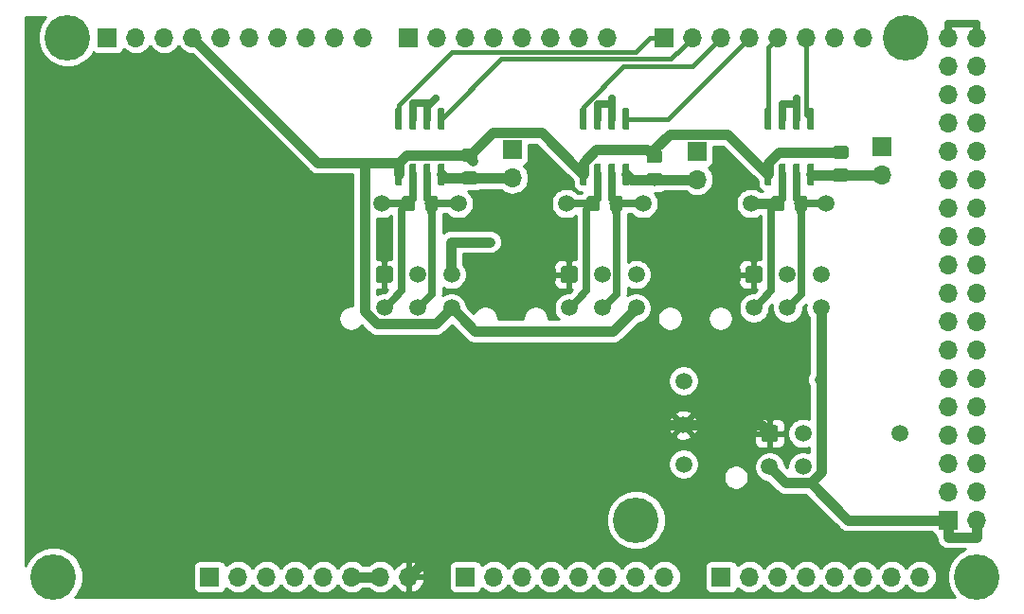
<source format=gbr>
G04 #@! TF.GenerationSoftware,KiCad,Pcbnew,(5.1.4)-1*
G04 #@! TF.CreationDate,2020-11-06T09:55:00-07:00*
G04 #@! TF.ProjectId,ABSIS_Bus_Master,41425349-535f-4427-9573-5f4d61737465,2*
G04 #@! TF.SameCoordinates,Original*
G04 #@! TF.FileFunction,Copper,L1,Top*
G04 #@! TF.FilePolarity,Positive*
%FSLAX46Y46*%
G04 Gerber Fmt 4.6, Leading zero omitted, Abs format (unit mm)*
G04 Created by KiCad (PCBNEW (5.1.4)-1) date 2020-11-06 09:55:00*
%MOMM*%
%LPD*%
G04 APERTURE LIST*
%ADD10O,1.700000X1.700000*%
%ADD11R,1.700000X1.700000*%
%ADD12C,0.100000*%
%ADD13C,1.150000*%
%ADD14C,1.500000*%
%ADD15C,0.600000*%
%ADD16C,4.064000*%
%ADD17C,0.914400*%
%ADD18C,0.635000*%
%ADD19C,0.457200*%
%ADD20C,0.254000*%
G04 APERTURE END LIST*
D10*
X174879000Y-83566000D03*
D11*
X174879000Y-81026000D03*
D12*
G36*
X155033505Y-82874204D02*
G01*
X155057773Y-82877804D01*
X155081572Y-82883765D01*
X155104671Y-82892030D01*
X155126850Y-82902520D01*
X155147893Y-82915132D01*
X155167599Y-82929747D01*
X155185777Y-82946223D01*
X155202253Y-82964401D01*
X155216868Y-82984107D01*
X155229480Y-83005150D01*
X155239970Y-83027329D01*
X155248235Y-83050428D01*
X155254196Y-83074227D01*
X155257796Y-83098495D01*
X155259000Y-83122999D01*
X155259000Y-83773001D01*
X155257796Y-83797505D01*
X155254196Y-83821773D01*
X155248235Y-83845572D01*
X155239970Y-83868671D01*
X155229480Y-83890850D01*
X155216868Y-83911893D01*
X155202253Y-83931599D01*
X155185777Y-83949777D01*
X155167599Y-83966253D01*
X155147893Y-83980868D01*
X155126850Y-83993480D01*
X155104671Y-84003970D01*
X155081572Y-84012235D01*
X155057773Y-84018196D01*
X155033505Y-84021796D01*
X155009001Y-84023000D01*
X154108999Y-84023000D01*
X154084495Y-84021796D01*
X154060227Y-84018196D01*
X154036428Y-84012235D01*
X154013329Y-84003970D01*
X153991150Y-83993480D01*
X153970107Y-83980868D01*
X153950401Y-83966253D01*
X153932223Y-83949777D01*
X153915747Y-83931599D01*
X153901132Y-83911893D01*
X153888520Y-83890850D01*
X153878030Y-83868671D01*
X153869765Y-83845572D01*
X153863804Y-83821773D01*
X153860204Y-83797505D01*
X153859000Y-83773001D01*
X153859000Y-83122999D01*
X153860204Y-83098495D01*
X153863804Y-83074227D01*
X153869765Y-83050428D01*
X153878030Y-83027329D01*
X153888520Y-83005150D01*
X153901132Y-82984107D01*
X153915747Y-82964401D01*
X153932223Y-82946223D01*
X153950401Y-82929747D01*
X153970107Y-82915132D01*
X153991150Y-82902520D01*
X154013329Y-82892030D01*
X154036428Y-82883765D01*
X154060227Y-82877804D01*
X154084495Y-82874204D01*
X154108999Y-82873000D01*
X155009001Y-82873000D01*
X155033505Y-82874204D01*
X155033505Y-82874204D01*
G37*
D13*
X154559000Y-83448000D03*
D12*
G36*
X155033505Y-80824204D02*
G01*
X155057773Y-80827804D01*
X155081572Y-80833765D01*
X155104671Y-80842030D01*
X155126850Y-80852520D01*
X155147893Y-80865132D01*
X155167599Y-80879747D01*
X155185777Y-80896223D01*
X155202253Y-80914401D01*
X155216868Y-80934107D01*
X155229480Y-80955150D01*
X155239970Y-80977329D01*
X155248235Y-81000428D01*
X155254196Y-81024227D01*
X155257796Y-81048495D01*
X155259000Y-81072999D01*
X155259000Y-81723001D01*
X155257796Y-81747505D01*
X155254196Y-81771773D01*
X155248235Y-81795572D01*
X155239970Y-81818671D01*
X155229480Y-81840850D01*
X155216868Y-81861893D01*
X155202253Y-81881599D01*
X155185777Y-81899777D01*
X155167599Y-81916253D01*
X155147893Y-81930868D01*
X155126850Y-81943480D01*
X155104671Y-81953970D01*
X155081572Y-81962235D01*
X155057773Y-81968196D01*
X155033505Y-81971796D01*
X155009001Y-81973000D01*
X154108999Y-81973000D01*
X154084495Y-81971796D01*
X154060227Y-81968196D01*
X154036428Y-81962235D01*
X154013329Y-81953970D01*
X153991150Y-81943480D01*
X153970107Y-81930868D01*
X153950401Y-81916253D01*
X153932223Y-81899777D01*
X153915747Y-81881599D01*
X153901132Y-81861893D01*
X153888520Y-81840850D01*
X153878030Y-81818671D01*
X153869765Y-81795572D01*
X153863804Y-81771773D01*
X153860204Y-81747505D01*
X153859000Y-81723001D01*
X153859000Y-81072999D01*
X153860204Y-81048495D01*
X153863804Y-81024227D01*
X153869765Y-81000428D01*
X153878030Y-80977329D01*
X153888520Y-80955150D01*
X153901132Y-80934107D01*
X153915747Y-80914401D01*
X153932223Y-80896223D01*
X153950401Y-80879747D01*
X153970107Y-80865132D01*
X153991150Y-80852520D01*
X154013329Y-80842030D01*
X154036428Y-80833765D01*
X154060227Y-80827804D01*
X154084495Y-80824204D01*
X154108999Y-80823000D01*
X155009001Y-80823000D01*
X155033505Y-80824204D01*
X155033505Y-80824204D01*
G37*
D13*
X154559000Y-81398000D03*
D12*
G36*
X171543505Y-80951204D02*
G01*
X171567773Y-80954804D01*
X171591572Y-80960765D01*
X171614671Y-80969030D01*
X171636850Y-80979520D01*
X171657893Y-80992132D01*
X171677599Y-81006747D01*
X171695777Y-81023223D01*
X171712253Y-81041401D01*
X171726868Y-81061107D01*
X171739480Y-81082150D01*
X171749970Y-81104329D01*
X171758235Y-81127428D01*
X171764196Y-81151227D01*
X171767796Y-81175495D01*
X171769000Y-81199999D01*
X171769000Y-81850001D01*
X171767796Y-81874505D01*
X171764196Y-81898773D01*
X171758235Y-81922572D01*
X171749970Y-81945671D01*
X171739480Y-81967850D01*
X171726868Y-81988893D01*
X171712253Y-82008599D01*
X171695777Y-82026777D01*
X171677599Y-82043253D01*
X171657893Y-82057868D01*
X171636850Y-82070480D01*
X171614671Y-82080970D01*
X171591572Y-82089235D01*
X171567773Y-82095196D01*
X171543505Y-82098796D01*
X171519001Y-82100000D01*
X170618999Y-82100000D01*
X170594495Y-82098796D01*
X170570227Y-82095196D01*
X170546428Y-82089235D01*
X170523329Y-82080970D01*
X170501150Y-82070480D01*
X170480107Y-82057868D01*
X170460401Y-82043253D01*
X170442223Y-82026777D01*
X170425747Y-82008599D01*
X170411132Y-81988893D01*
X170398520Y-81967850D01*
X170388030Y-81945671D01*
X170379765Y-81922572D01*
X170373804Y-81898773D01*
X170370204Y-81874505D01*
X170369000Y-81850001D01*
X170369000Y-81199999D01*
X170370204Y-81175495D01*
X170373804Y-81151227D01*
X170379765Y-81127428D01*
X170388030Y-81104329D01*
X170398520Y-81082150D01*
X170411132Y-81061107D01*
X170425747Y-81041401D01*
X170442223Y-81023223D01*
X170460401Y-81006747D01*
X170480107Y-80992132D01*
X170501150Y-80979520D01*
X170523329Y-80969030D01*
X170546428Y-80960765D01*
X170570227Y-80954804D01*
X170594495Y-80951204D01*
X170618999Y-80950000D01*
X171519001Y-80950000D01*
X171543505Y-80951204D01*
X171543505Y-80951204D01*
G37*
D13*
X171069000Y-81525000D03*
D12*
G36*
X171543505Y-83001204D02*
G01*
X171567773Y-83004804D01*
X171591572Y-83010765D01*
X171614671Y-83019030D01*
X171636850Y-83029520D01*
X171657893Y-83042132D01*
X171677599Y-83056747D01*
X171695777Y-83073223D01*
X171712253Y-83091401D01*
X171726868Y-83111107D01*
X171739480Y-83132150D01*
X171749970Y-83154329D01*
X171758235Y-83177428D01*
X171764196Y-83201227D01*
X171767796Y-83225495D01*
X171769000Y-83249999D01*
X171769000Y-83900001D01*
X171767796Y-83924505D01*
X171764196Y-83948773D01*
X171758235Y-83972572D01*
X171749970Y-83995671D01*
X171739480Y-84017850D01*
X171726868Y-84038893D01*
X171712253Y-84058599D01*
X171695777Y-84076777D01*
X171677599Y-84093253D01*
X171657893Y-84107868D01*
X171636850Y-84120480D01*
X171614671Y-84130970D01*
X171591572Y-84139235D01*
X171567773Y-84145196D01*
X171543505Y-84148796D01*
X171519001Y-84150000D01*
X170618999Y-84150000D01*
X170594495Y-84148796D01*
X170570227Y-84145196D01*
X170546428Y-84139235D01*
X170523329Y-84130970D01*
X170501150Y-84120480D01*
X170480107Y-84107868D01*
X170460401Y-84093253D01*
X170442223Y-84076777D01*
X170425747Y-84058599D01*
X170411132Y-84038893D01*
X170398520Y-84017850D01*
X170388030Y-83995671D01*
X170379765Y-83972572D01*
X170373804Y-83948773D01*
X170370204Y-83924505D01*
X170369000Y-83900001D01*
X170369000Y-83249999D01*
X170370204Y-83225495D01*
X170373804Y-83201227D01*
X170379765Y-83177428D01*
X170388030Y-83154329D01*
X170398520Y-83132150D01*
X170411132Y-83111107D01*
X170425747Y-83091401D01*
X170442223Y-83073223D01*
X170460401Y-83056747D01*
X170480107Y-83042132D01*
X170501150Y-83029520D01*
X170523329Y-83019030D01*
X170546428Y-83010765D01*
X170570227Y-83004804D01*
X170594495Y-83001204D01*
X170618999Y-83000000D01*
X171519001Y-83000000D01*
X171543505Y-83001204D01*
X171543505Y-83001204D01*
G37*
D13*
X171069000Y-83575000D03*
D12*
G36*
X180483504Y-91326204D02*
G01*
X180507773Y-91329804D01*
X180531571Y-91335765D01*
X180554671Y-91344030D01*
X180576849Y-91354520D01*
X180597893Y-91367133D01*
X180617598Y-91381747D01*
X180635777Y-91398223D01*
X180652253Y-91416402D01*
X180666867Y-91436107D01*
X180679480Y-91457151D01*
X180689970Y-91479329D01*
X180698235Y-91502429D01*
X180704196Y-91526227D01*
X180707796Y-91550496D01*
X180709000Y-91575000D01*
X180709000Y-92575000D01*
X180707796Y-92599504D01*
X180704196Y-92623773D01*
X180698235Y-92647571D01*
X180689970Y-92670671D01*
X180679480Y-92692849D01*
X180666867Y-92713893D01*
X180652253Y-92733598D01*
X180635777Y-92751777D01*
X180617598Y-92768253D01*
X180597893Y-92782867D01*
X180576849Y-92795480D01*
X180554671Y-92805970D01*
X180531571Y-92814235D01*
X180507773Y-92820196D01*
X180483504Y-92823796D01*
X180459000Y-92825000D01*
X179459000Y-92825000D01*
X179434496Y-92823796D01*
X179410227Y-92820196D01*
X179386429Y-92814235D01*
X179363329Y-92805970D01*
X179341151Y-92795480D01*
X179320107Y-92782867D01*
X179300402Y-92768253D01*
X179282223Y-92751777D01*
X179265747Y-92733598D01*
X179251133Y-92713893D01*
X179238520Y-92692849D01*
X179228030Y-92670671D01*
X179219765Y-92647571D01*
X179213804Y-92623773D01*
X179210204Y-92599504D01*
X179209000Y-92575000D01*
X179209000Y-91575000D01*
X179210204Y-91550496D01*
X179213804Y-91526227D01*
X179219765Y-91502429D01*
X179228030Y-91479329D01*
X179238520Y-91457151D01*
X179251133Y-91436107D01*
X179265747Y-91416402D01*
X179282223Y-91398223D01*
X179300402Y-91381747D01*
X179320107Y-91367133D01*
X179341151Y-91354520D01*
X179363329Y-91344030D01*
X179386429Y-91335765D01*
X179410227Y-91329804D01*
X179434496Y-91326204D01*
X179459000Y-91325000D01*
X180459000Y-91325000D01*
X180483504Y-91326204D01*
X180483504Y-91326204D01*
G37*
D14*
X179959000Y-92075000D03*
X182959000Y-92075000D03*
X185959000Y-92075000D03*
X179959000Y-95075000D03*
X182959000Y-95075000D03*
X185959000Y-95075000D03*
D12*
G36*
X147463504Y-91326204D02*
G01*
X147487773Y-91329804D01*
X147511571Y-91335765D01*
X147534671Y-91344030D01*
X147556849Y-91354520D01*
X147577893Y-91367133D01*
X147597598Y-91381747D01*
X147615777Y-91398223D01*
X147632253Y-91416402D01*
X147646867Y-91436107D01*
X147659480Y-91457151D01*
X147669970Y-91479329D01*
X147678235Y-91502429D01*
X147684196Y-91526227D01*
X147687796Y-91550496D01*
X147689000Y-91575000D01*
X147689000Y-92575000D01*
X147687796Y-92599504D01*
X147684196Y-92623773D01*
X147678235Y-92647571D01*
X147669970Y-92670671D01*
X147659480Y-92692849D01*
X147646867Y-92713893D01*
X147632253Y-92733598D01*
X147615777Y-92751777D01*
X147597598Y-92768253D01*
X147577893Y-92782867D01*
X147556849Y-92795480D01*
X147534671Y-92805970D01*
X147511571Y-92814235D01*
X147487773Y-92820196D01*
X147463504Y-92823796D01*
X147439000Y-92825000D01*
X146439000Y-92825000D01*
X146414496Y-92823796D01*
X146390227Y-92820196D01*
X146366429Y-92814235D01*
X146343329Y-92805970D01*
X146321151Y-92795480D01*
X146300107Y-92782867D01*
X146280402Y-92768253D01*
X146262223Y-92751777D01*
X146245747Y-92733598D01*
X146231133Y-92713893D01*
X146218520Y-92692849D01*
X146208030Y-92670671D01*
X146199765Y-92647571D01*
X146193804Y-92623773D01*
X146190204Y-92599504D01*
X146189000Y-92575000D01*
X146189000Y-91575000D01*
X146190204Y-91550496D01*
X146193804Y-91526227D01*
X146199765Y-91502429D01*
X146208030Y-91479329D01*
X146218520Y-91457151D01*
X146231133Y-91436107D01*
X146245747Y-91416402D01*
X146262223Y-91398223D01*
X146280402Y-91381747D01*
X146300107Y-91367133D01*
X146321151Y-91354520D01*
X146343329Y-91344030D01*
X146366429Y-91335765D01*
X146390227Y-91329804D01*
X146414496Y-91326204D01*
X146439000Y-91325000D01*
X147439000Y-91325000D01*
X147463504Y-91326204D01*
X147463504Y-91326204D01*
G37*
D14*
X146939000Y-92075000D03*
X149939000Y-92075000D03*
X152939000Y-92075000D03*
X146939000Y-95075000D03*
X149939000Y-95075000D03*
X152939000Y-95075000D03*
D11*
X191389000Y-80645000D03*
D10*
X191389000Y-83185000D03*
D11*
X158369000Y-80899000D03*
D10*
X158369000Y-83439000D03*
D12*
G36*
X188180505Y-82620204D02*
G01*
X188204773Y-82623804D01*
X188228572Y-82629765D01*
X188251671Y-82638030D01*
X188273850Y-82648520D01*
X188294893Y-82661132D01*
X188314599Y-82675747D01*
X188332777Y-82692223D01*
X188349253Y-82710401D01*
X188363868Y-82730107D01*
X188376480Y-82751150D01*
X188386970Y-82773329D01*
X188395235Y-82796428D01*
X188401196Y-82820227D01*
X188404796Y-82844495D01*
X188406000Y-82868999D01*
X188406000Y-83519001D01*
X188404796Y-83543505D01*
X188401196Y-83567773D01*
X188395235Y-83591572D01*
X188386970Y-83614671D01*
X188376480Y-83636850D01*
X188363868Y-83657893D01*
X188349253Y-83677599D01*
X188332777Y-83695777D01*
X188314599Y-83712253D01*
X188294893Y-83726868D01*
X188273850Y-83739480D01*
X188251671Y-83749970D01*
X188228572Y-83758235D01*
X188204773Y-83764196D01*
X188180505Y-83767796D01*
X188156001Y-83769000D01*
X187255999Y-83769000D01*
X187231495Y-83767796D01*
X187207227Y-83764196D01*
X187183428Y-83758235D01*
X187160329Y-83749970D01*
X187138150Y-83739480D01*
X187117107Y-83726868D01*
X187097401Y-83712253D01*
X187079223Y-83695777D01*
X187062747Y-83677599D01*
X187048132Y-83657893D01*
X187035520Y-83636850D01*
X187025030Y-83614671D01*
X187016765Y-83591572D01*
X187010804Y-83567773D01*
X187007204Y-83543505D01*
X187006000Y-83519001D01*
X187006000Y-82868999D01*
X187007204Y-82844495D01*
X187010804Y-82820227D01*
X187016765Y-82796428D01*
X187025030Y-82773329D01*
X187035520Y-82751150D01*
X187048132Y-82730107D01*
X187062747Y-82710401D01*
X187079223Y-82692223D01*
X187097401Y-82675747D01*
X187117107Y-82661132D01*
X187138150Y-82648520D01*
X187160329Y-82638030D01*
X187183428Y-82629765D01*
X187207227Y-82623804D01*
X187231495Y-82620204D01*
X187255999Y-82619000D01*
X188156001Y-82619000D01*
X188180505Y-82620204D01*
X188180505Y-82620204D01*
G37*
D13*
X187706000Y-83194000D03*
D12*
G36*
X188180505Y-80570204D02*
G01*
X188204773Y-80573804D01*
X188228572Y-80579765D01*
X188251671Y-80588030D01*
X188273850Y-80598520D01*
X188294893Y-80611132D01*
X188314599Y-80625747D01*
X188332777Y-80642223D01*
X188349253Y-80660401D01*
X188363868Y-80680107D01*
X188376480Y-80701150D01*
X188386970Y-80723329D01*
X188395235Y-80746428D01*
X188401196Y-80770227D01*
X188404796Y-80794495D01*
X188406000Y-80818999D01*
X188406000Y-81469001D01*
X188404796Y-81493505D01*
X188401196Y-81517773D01*
X188395235Y-81541572D01*
X188386970Y-81564671D01*
X188376480Y-81586850D01*
X188363868Y-81607893D01*
X188349253Y-81627599D01*
X188332777Y-81645777D01*
X188314599Y-81662253D01*
X188294893Y-81676868D01*
X188273850Y-81689480D01*
X188251671Y-81699970D01*
X188228572Y-81708235D01*
X188204773Y-81714196D01*
X188180505Y-81717796D01*
X188156001Y-81719000D01*
X187255999Y-81719000D01*
X187231495Y-81717796D01*
X187207227Y-81714196D01*
X187183428Y-81708235D01*
X187160329Y-81699970D01*
X187138150Y-81689480D01*
X187117107Y-81676868D01*
X187097401Y-81662253D01*
X187079223Y-81645777D01*
X187062747Y-81627599D01*
X187048132Y-81607893D01*
X187035520Y-81586850D01*
X187025030Y-81564671D01*
X187016765Y-81541572D01*
X187010804Y-81517773D01*
X187007204Y-81493505D01*
X187006000Y-81469001D01*
X187006000Y-80818999D01*
X187007204Y-80794495D01*
X187010804Y-80770227D01*
X187016765Y-80746428D01*
X187025030Y-80723329D01*
X187035520Y-80701150D01*
X187048132Y-80680107D01*
X187062747Y-80660401D01*
X187079223Y-80642223D01*
X187097401Y-80625747D01*
X187117107Y-80611132D01*
X187138150Y-80598520D01*
X187160329Y-80588030D01*
X187183428Y-80579765D01*
X187207227Y-80573804D01*
X187231495Y-80570204D01*
X187255999Y-80569000D01*
X188156001Y-80569000D01*
X188180505Y-80570204D01*
X188180505Y-80570204D01*
G37*
D13*
X187706000Y-81144000D03*
D14*
X169449000Y-95075000D03*
X166449000Y-95075000D03*
X163449000Y-95075000D03*
X169449000Y-92075000D03*
X166449000Y-92075000D03*
D12*
G36*
X163973504Y-91326204D02*
G01*
X163997773Y-91329804D01*
X164021571Y-91335765D01*
X164044671Y-91344030D01*
X164066849Y-91354520D01*
X164087893Y-91367133D01*
X164107598Y-91381747D01*
X164125777Y-91398223D01*
X164142253Y-91416402D01*
X164156867Y-91436107D01*
X164169480Y-91457151D01*
X164179970Y-91479329D01*
X164188235Y-91502429D01*
X164194196Y-91526227D01*
X164197796Y-91550496D01*
X164199000Y-91575000D01*
X164199000Y-92575000D01*
X164197796Y-92599504D01*
X164194196Y-92623773D01*
X164188235Y-92647571D01*
X164179970Y-92670671D01*
X164169480Y-92692849D01*
X164156867Y-92713893D01*
X164142253Y-92733598D01*
X164125777Y-92751777D01*
X164107598Y-92768253D01*
X164087893Y-92782867D01*
X164066849Y-92795480D01*
X164044671Y-92805970D01*
X164021571Y-92814235D01*
X163997773Y-92820196D01*
X163973504Y-92823796D01*
X163949000Y-92825000D01*
X162949000Y-92825000D01*
X162924496Y-92823796D01*
X162900227Y-92820196D01*
X162876429Y-92814235D01*
X162853329Y-92805970D01*
X162831151Y-92795480D01*
X162810107Y-92782867D01*
X162790402Y-92768253D01*
X162772223Y-92751777D01*
X162755747Y-92733598D01*
X162741133Y-92713893D01*
X162728520Y-92692849D01*
X162718030Y-92670671D01*
X162709765Y-92647571D01*
X162703804Y-92623773D01*
X162700204Y-92599504D01*
X162699000Y-92575000D01*
X162699000Y-91575000D01*
X162700204Y-91550496D01*
X162703804Y-91526227D01*
X162709765Y-91502429D01*
X162718030Y-91479329D01*
X162728520Y-91457151D01*
X162741133Y-91436107D01*
X162755747Y-91416402D01*
X162772223Y-91398223D01*
X162790402Y-91381747D01*
X162810107Y-91367133D01*
X162831151Y-91354520D01*
X162853329Y-91344030D01*
X162876429Y-91335765D01*
X162900227Y-91329804D01*
X162924496Y-91326204D01*
X162949000Y-91325000D01*
X163949000Y-91325000D01*
X163973504Y-91326204D01*
X163973504Y-91326204D01*
G37*
D14*
X163449000Y-92075000D03*
D12*
G36*
X165948505Y-85026204D02*
G01*
X165972773Y-85029804D01*
X165996572Y-85035765D01*
X166019671Y-85044030D01*
X166041850Y-85054520D01*
X166062893Y-85067132D01*
X166082599Y-85081747D01*
X166100777Y-85098223D01*
X166117253Y-85116401D01*
X166131868Y-85136107D01*
X166144480Y-85157150D01*
X166154970Y-85179329D01*
X166163235Y-85202428D01*
X166169196Y-85226227D01*
X166172796Y-85250495D01*
X166174000Y-85274999D01*
X166174000Y-86175001D01*
X166172796Y-86199505D01*
X166169196Y-86223773D01*
X166163235Y-86247572D01*
X166154970Y-86270671D01*
X166144480Y-86292850D01*
X166131868Y-86313893D01*
X166117253Y-86333599D01*
X166100777Y-86351777D01*
X166082599Y-86368253D01*
X166062893Y-86382868D01*
X166041850Y-86395480D01*
X166019671Y-86405970D01*
X165996572Y-86414235D01*
X165972773Y-86420196D01*
X165948505Y-86423796D01*
X165924001Y-86425000D01*
X165273999Y-86425000D01*
X165249495Y-86423796D01*
X165225227Y-86420196D01*
X165201428Y-86414235D01*
X165178329Y-86405970D01*
X165156150Y-86395480D01*
X165135107Y-86382868D01*
X165115401Y-86368253D01*
X165097223Y-86351777D01*
X165080747Y-86333599D01*
X165066132Y-86313893D01*
X165053520Y-86292850D01*
X165043030Y-86270671D01*
X165034765Y-86247572D01*
X165028804Y-86223773D01*
X165025204Y-86199505D01*
X165024000Y-86175001D01*
X165024000Y-85274999D01*
X165025204Y-85250495D01*
X165028804Y-85226227D01*
X165034765Y-85202428D01*
X165043030Y-85179329D01*
X165053520Y-85157150D01*
X165066132Y-85136107D01*
X165080747Y-85116401D01*
X165097223Y-85098223D01*
X165115401Y-85081747D01*
X165135107Y-85067132D01*
X165156150Y-85054520D01*
X165178329Y-85044030D01*
X165201428Y-85035765D01*
X165225227Y-85029804D01*
X165249495Y-85026204D01*
X165273999Y-85025000D01*
X165924001Y-85025000D01*
X165948505Y-85026204D01*
X165948505Y-85026204D01*
G37*
D13*
X165599000Y-85725000D03*
D12*
G36*
X167998505Y-85026204D02*
G01*
X168022773Y-85029804D01*
X168046572Y-85035765D01*
X168069671Y-85044030D01*
X168091850Y-85054520D01*
X168112893Y-85067132D01*
X168132599Y-85081747D01*
X168150777Y-85098223D01*
X168167253Y-85116401D01*
X168181868Y-85136107D01*
X168194480Y-85157150D01*
X168204970Y-85179329D01*
X168213235Y-85202428D01*
X168219196Y-85226227D01*
X168222796Y-85250495D01*
X168224000Y-85274999D01*
X168224000Y-86175001D01*
X168222796Y-86199505D01*
X168219196Y-86223773D01*
X168213235Y-86247572D01*
X168204970Y-86270671D01*
X168194480Y-86292850D01*
X168181868Y-86313893D01*
X168167253Y-86333599D01*
X168150777Y-86351777D01*
X168132599Y-86368253D01*
X168112893Y-86382868D01*
X168091850Y-86395480D01*
X168069671Y-86405970D01*
X168046572Y-86414235D01*
X168022773Y-86420196D01*
X167998505Y-86423796D01*
X167974001Y-86425000D01*
X167323999Y-86425000D01*
X167299495Y-86423796D01*
X167275227Y-86420196D01*
X167251428Y-86414235D01*
X167228329Y-86405970D01*
X167206150Y-86395480D01*
X167185107Y-86382868D01*
X167165401Y-86368253D01*
X167147223Y-86351777D01*
X167130747Y-86333599D01*
X167116132Y-86313893D01*
X167103520Y-86292850D01*
X167093030Y-86270671D01*
X167084765Y-86247572D01*
X167078804Y-86223773D01*
X167075204Y-86199505D01*
X167074000Y-86175001D01*
X167074000Y-85274999D01*
X167075204Y-85250495D01*
X167078804Y-85226227D01*
X167084765Y-85202428D01*
X167093030Y-85179329D01*
X167103520Y-85157150D01*
X167116132Y-85136107D01*
X167130747Y-85116401D01*
X167147223Y-85098223D01*
X167165401Y-85081747D01*
X167185107Y-85067132D01*
X167206150Y-85054520D01*
X167228329Y-85044030D01*
X167251428Y-85035765D01*
X167275227Y-85029804D01*
X167299495Y-85026204D01*
X167323999Y-85025000D01*
X167974001Y-85025000D01*
X167998505Y-85026204D01*
X167998505Y-85026204D01*
G37*
D13*
X167649000Y-85725000D03*
D14*
X186436000Y-85725000D03*
X170053000Y-85725000D03*
X163195000Y-85725000D03*
D12*
G36*
X151488505Y-85026204D02*
G01*
X151512773Y-85029804D01*
X151536572Y-85035765D01*
X151559671Y-85044030D01*
X151581850Y-85054520D01*
X151602893Y-85067132D01*
X151622599Y-85081747D01*
X151640777Y-85098223D01*
X151657253Y-85116401D01*
X151671868Y-85136107D01*
X151684480Y-85157150D01*
X151694970Y-85179329D01*
X151703235Y-85202428D01*
X151709196Y-85226227D01*
X151712796Y-85250495D01*
X151714000Y-85274999D01*
X151714000Y-86175001D01*
X151712796Y-86199505D01*
X151709196Y-86223773D01*
X151703235Y-86247572D01*
X151694970Y-86270671D01*
X151684480Y-86292850D01*
X151671868Y-86313893D01*
X151657253Y-86333599D01*
X151640777Y-86351777D01*
X151622599Y-86368253D01*
X151602893Y-86382868D01*
X151581850Y-86395480D01*
X151559671Y-86405970D01*
X151536572Y-86414235D01*
X151512773Y-86420196D01*
X151488505Y-86423796D01*
X151464001Y-86425000D01*
X150813999Y-86425000D01*
X150789495Y-86423796D01*
X150765227Y-86420196D01*
X150741428Y-86414235D01*
X150718329Y-86405970D01*
X150696150Y-86395480D01*
X150675107Y-86382868D01*
X150655401Y-86368253D01*
X150637223Y-86351777D01*
X150620747Y-86333599D01*
X150606132Y-86313893D01*
X150593520Y-86292850D01*
X150583030Y-86270671D01*
X150574765Y-86247572D01*
X150568804Y-86223773D01*
X150565204Y-86199505D01*
X150564000Y-86175001D01*
X150564000Y-85274999D01*
X150565204Y-85250495D01*
X150568804Y-85226227D01*
X150574765Y-85202428D01*
X150583030Y-85179329D01*
X150593520Y-85157150D01*
X150606132Y-85136107D01*
X150620747Y-85116401D01*
X150637223Y-85098223D01*
X150655401Y-85081747D01*
X150675107Y-85067132D01*
X150696150Y-85054520D01*
X150718329Y-85044030D01*
X150741428Y-85035765D01*
X150765227Y-85029804D01*
X150789495Y-85026204D01*
X150813999Y-85025000D01*
X151464001Y-85025000D01*
X151488505Y-85026204D01*
X151488505Y-85026204D01*
G37*
D13*
X151139000Y-85725000D03*
D12*
G36*
X149438505Y-85026204D02*
G01*
X149462773Y-85029804D01*
X149486572Y-85035765D01*
X149509671Y-85044030D01*
X149531850Y-85054520D01*
X149552893Y-85067132D01*
X149572599Y-85081747D01*
X149590777Y-85098223D01*
X149607253Y-85116401D01*
X149621868Y-85136107D01*
X149634480Y-85157150D01*
X149644970Y-85179329D01*
X149653235Y-85202428D01*
X149659196Y-85226227D01*
X149662796Y-85250495D01*
X149664000Y-85274999D01*
X149664000Y-86175001D01*
X149662796Y-86199505D01*
X149659196Y-86223773D01*
X149653235Y-86247572D01*
X149644970Y-86270671D01*
X149634480Y-86292850D01*
X149621868Y-86313893D01*
X149607253Y-86333599D01*
X149590777Y-86351777D01*
X149572599Y-86368253D01*
X149552893Y-86382868D01*
X149531850Y-86395480D01*
X149509671Y-86405970D01*
X149486572Y-86414235D01*
X149462773Y-86420196D01*
X149438505Y-86423796D01*
X149414001Y-86425000D01*
X148763999Y-86425000D01*
X148739495Y-86423796D01*
X148715227Y-86420196D01*
X148691428Y-86414235D01*
X148668329Y-86405970D01*
X148646150Y-86395480D01*
X148625107Y-86382868D01*
X148605401Y-86368253D01*
X148587223Y-86351777D01*
X148570747Y-86333599D01*
X148556132Y-86313893D01*
X148543520Y-86292850D01*
X148533030Y-86270671D01*
X148524765Y-86247572D01*
X148518804Y-86223773D01*
X148515204Y-86199505D01*
X148514000Y-86175001D01*
X148514000Y-85274999D01*
X148515204Y-85250495D01*
X148518804Y-85226227D01*
X148524765Y-85202428D01*
X148533030Y-85179329D01*
X148543520Y-85157150D01*
X148556132Y-85136107D01*
X148570747Y-85116401D01*
X148587223Y-85098223D01*
X148605401Y-85081747D01*
X148625107Y-85067132D01*
X148646150Y-85054520D01*
X148668329Y-85044030D01*
X148691428Y-85035765D01*
X148715227Y-85029804D01*
X148739495Y-85026204D01*
X148763999Y-85025000D01*
X149414001Y-85025000D01*
X149438505Y-85026204D01*
X149438505Y-85026204D01*
G37*
D13*
X149089000Y-85725000D03*
D14*
X153543000Y-85725000D03*
X146685000Y-85725000D03*
D12*
G36*
X184508505Y-85026204D02*
G01*
X184532773Y-85029804D01*
X184556572Y-85035765D01*
X184579671Y-85044030D01*
X184601850Y-85054520D01*
X184622893Y-85067132D01*
X184642599Y-85081747D01*
X184660777Y-85098223D01*
X184677253Y-85116401D01*
X184691868Y-85136107D01*
X184704480Y-85157150D01*
X184714970Y-85179329D01*
X184723235Y-85202428D01*
X184729196Y-85226227D01*
X184732796Y-85250495D01*
X184734000Y-85274999D01*
X184734000Y-86175001D01*
X184732796Y-86199505D01*
X184729196Y-86223773D01*
X184723235Y-86247572D01*
X184714970Y-86270671D01*
X184704480Y-86292850D01*
X184691868Y-86313893D01*
X184677253Y-86333599D01*
X184660777Y-86351777D01*
X184642599Y-86368253D01*
X184622893Y-86382868D01*
X184601850Y-86395480D01*
X184579671Y-86405970D01*
X184556572Y-86414235D01*
X184532773Y-86420196D01*
X184508505Y-86423796D01*
X184484001Y-86425000D01*
X183833999Y-86425000D01*
X183809495Y-86423796D01*
X183785227Y-86420196D01*
X183761428Y-86414235D01*
X183738329Y-86405970D01*
X183716150Y-86395480D01*
X183695107Y-86382868D01*
X183675401Y-86368253D01*
X183657223Y-86351777D01*
X183640747Y-86333599D01*
X183626132Y-86313893D01*
X183613520Y-86292850D01*
X183603030Y-86270671D01*
X183594765Y-86247572D01*
X183588804Y-86223773D01*
X183585204Y-86199505D01*
X183584000Y-86175001D01*
X183584000Y-85274999D01*
X183585204Y-85250495D01*
X183588804Y-85226227D01*
X183594765Y-85202428D01*
X183603030Y-85179329D01*
X183613520Y-85157150D01*
X183626132Y-85136107D01*
X183640747Y-85116401D01*
X183657223Y-85098223D01*
X183675401Y-85081747D01*
X183695107Y-85067132D01*
X183716150Y-85054520D01*
X183738329Y-85044030D01*
X183761428Y-85035765D01*
X183785227Y-85029804D01*
X183809495Y-85026204D01*
X183833999Y-85025000D01*
X184484001Y-85025000D01*
X184508505Y-85026204D01*
X184508505Y-85026204D01*
G37*
D13*
X184159000Y-85725000D03*
D12*
G36*
X182458505Y-85026204D02*
G01*
X182482773Y-85029804D01*
X182506572Y-85035765D01*
X182529671Y-85044030D01*
X182551850Y-85054520D01*
X182572893Y-85067132D01*
X182592599Y-85081747D01*
X182610777Y-85098223D01*
X182627253Y-85116401D01*
X182641868Y-85136107D01*
X182654480Y-85157150D01*
X182664970Y-85179329D01*
X182673235Y-85202428D01*
X182679196Y-85226227D01*
X182682796Y-85250495D01*
X182684000Y-85274999D01*
X182684000Y-86175001D01*
X182682796Y-86199505D01*
X182679196Y-86223773D01*
X182673235Y-86247572D01*
X182664970Y-86270671D01*
X182654480Y-86292850D01*
X182641868Y-86313893D01*
X182627253Y-86333599D01*
X182610777Y-86351777D01*
X182592599Y-86368253D01*
X182572893Y-86382868D01*
X182551850Y-86395480D01*
X182529671Y-86405970D01*
X182506572Y-86414235D01*
X182482773Y-86420196D01*
X182458505Y-86423796D01*
X182434001Y-86425000D01*
X181783999Y-86425000D01*
X181759495Y-86423796D01*
X181735227Y-86420196D01*
X181711428Y-86414235D01*
X181688329Y-86405970D01*
X181666150Y-86395480D01*
X181645107Y-86382868D01*
X181625401Y-86368253D01*
X181607223Y-86351777D01*
X181590747Y-86333599D01*
X181576132Y-86313893D01*
X181563520Y-86292850D01*
X181553030Y-86270671D01*
X181544765Y-86247572D01*
X181538804Y-86223773D01*
X181535204Y-86199505D01*
X181534000Y-86175001D01*
X181534000Y-85274999D01*
X181535204Y-85250495D01*
X181538804Y-85226227D01*
X181544765Y-85202428D01*
X181553030Y-85179329D01*
X181563520Y-85157150D01*
X181576132Y-85136107D01*
X181590747Y-85116401D01*
X181607223Y-85098223D01*
X181625401Y-85081747D01*
X181645107Y-85067132D01*
X181666150Y-85054520D01*
X181688329Y-85044030D01*
X181711428Y-85035765D01*
X181735227Y-85029804D01*
X181759495Y-85026204D01*
X181783999Y-85025000D01*
X182434001Y-85025000D01*
X182458505Y-85026204D01*
X182458505Y-85026204D01*
G37*
D13*
X182109000Y-85725000D03*
D12*
G36*
X185203703Y-77195722D02*
G01*
X185218264Y-77197882D01*
X185232543Y-77201459D01*
X185246403Y-77206418D01*
X185259710Y-77212712D01*
X185272336Y-77220280D01*
X185284159Y-77229048D01*
X185295066Y-77238934D01*
X185304952Y-77249841D01*
X185313720Y-77261664D01*
X185321288Y-77274290D01*
X185327582Y-77287597D01*
X185332541Y-77301457D01*
X185336118Y-77315736D01*
X185338278Y-77330297D01*
X185339000Y-77345000D01*
X185339000Y-78995000D01*
X185338278Y-79009703D01*
X185336118Y-79024264D01*
X185332541Y-79038543D01*
X185327582Y-79052403D01*
X185321288Y-79065710D01*
X185313720Y-79078336D01*
X185304952Y-79090159D01*
X185295066Y-79101066D01*
X185284159Y-79110952D01*
X185272336Y-79119720D01*
X185259710Y-79127288D01*
X185246403Y-79133582D01*
X185232543Y-79138541D01*
X185218264Y-79142118D01*
X185203703Y-79144278D01*
X185189000Y-79145000D01*
X184889000Y-79145000D01*
X184874297Y-79144278D01*
X184859736Y-79142118D01*
X184845457Y-79138541D01*
X184831597Y-79133582D01*
X184818290Y-79127288D01*
X184805664Y-79119720D01*
X184793841Y-79110952D01*
X184782934Y-79101066D01*
X184773048Y-79090159D01*
X184764280Y-79078336D01*
X184756712Y-79065710D01*
X184750418Y-79052403D01*
X184745459Y-79038543D01*
X184741882Y-79024264D01*
X184739722Y-79009703D01*
X184739000Y-78995000D01*
X184739000Y-77345000D01*
X184739722Y-77330297D01*
X184741882Y-77315736D01*
X184745459Y-77301457D01*
X184750418Y-77287597D01*
X184756712Y-77274290D01*
X184764280Y-77261664D01*
X184773048Y-77249841D01*
X184782934Y-77238934D01*
X184793841Y-77229048D01*
X184805664Y-77220280D01*
X184818290Y-77212712D01*
X184831597Y-77206418D01*
X184845457Y-77201459D01*
X184859736Y-77197882D01*
X184874297Y-77195722D01*
X184889000Y-77195000D01*
X185189000Y-77195000D01*
X185203703Y-77195722D01*
X185203703Y-77195722D01*
G37*
D15*
X185039000Y-78170000D03*
D12*
G36*
X183933703Y-77195722D02*
G01*
X183948264Y-77197882D01*
X183962543Y-77201459D01*
X183976403Y-77206418D01*
X183989710Y-77212712D01*
X184002336Y-77220280D01*
X184014159Y-77229048D01*
X184025066Y-77238934D01*
X184034952Y-77249841D01*
X184043720Y-77261664D01*
X184051288Y-77274290D01*
X184057582Y-77287597D01*
X184062541Y-77301457D01*
X184066118Y-77315736D01*
X184068278Y-77330297D01*
X184069000Y-77345000D01*
X184069000Y-78995000D01*
X184068278Y-79009703D01*
X184066118Y-79024264D01*
X184062541Y-79038543D01*
X184057582Y-79052403D01*
X184051288Y-79065710D01*
X184043720Y-79078336D01*
X184034952Y-79090159D01*
X184025066Y-79101066D01*
X184014159Y-79110952D01*
X184002336Y-79119720D01*
X183989710Y-79127288D01*
X183976403Y-79133582D01*
X183962543Y-79138541D01*
X183948264Y-79142118D01*
X183933703Y-79144278D01*
X183919000Y-79145000D01*
X183619000Y-79145000D01*
X183604297Y-79144278D01*
X183589736Y-79142118D01*
X183575457Y-79138541D01*
X183561597Y-79133582D01*
X183548290Y-79127288D01*
X183535664Y-79119720D01*
X183523841Y-79110952D01*
X183512934Y-79101066D01*
X183503048Y-79090159D01*
X183494280Y-79078336D01*
X183486712Y-79065710D01*
X183480418Y-79052403D01*
X183475459Y-79038543D01*
X183471882Y-79024264D01*
X183469722Y-79009703D01*
X183469000Y-78995000D01*
X183469000Y-77345000D01*
X183469722Y-77330297D01*
X183471882Y-77315736D01*
X183475459Y-77301457D01*
X183480418Y-77287597D01*
X183486712Y-77274290D01*
X183494280Y-77261664D01*
X183503048Y-77249841D01*
X183512934Y-77238934D01*
X183523841Y-77229048D01*
X183535664Y-77220280D01*
X183548290Y-77212712D01*
X183561597Y-77206418D01*
X183575457Y-77201459D01*
X183589736Y-77197882D01*
X183604297Y-77195722D01*
X183619000Y-77195000D01*
X183919000Y-77195000D01*
X183933703Y-77195722D01*
X183933703Y-77195722D01*
G37*
D15*
X183769000Y-78170000D03*
D12*
G36*
X182663703Y-77195722D02*
G01*
X182678264Y-77197882D01*
X182692543Y-77201459D01*
X182706403Y-77206418D01*
X182719710Y-77212712D01*
X182732336Y-77220280D01*
X182744159Y-77229048D01*
X182755066Y-77238934D01*
X182764952Y-77249841D01*
X182773720Y-77261664D01*
X182781288Y-77274290D01*
X182787582Y-77287597D01*
X182792541Y-77301457D01*
X182796118Y-77315736D01*
X182798278Y-77330297D01*
X182799000Y-77345000D01*
X182799000Y-78995000D01*
X182798278Y-79009703D01*
X182796118Y-79024264D01*
X182792541Y-79038543D01*
X182787582Y-79052403D01*
X182781288Y-79065710D01*
X182773720Y-79078336D01*
X182764952Y-79090159D01*
X182755066Y-79101066D01*
X182744159Y-79110952D01*
X182732336Y-79119720D01*
X182719710Y-79127288D01*
X182706403Y-79133582D01*
X182692543Y-79138541D01*
X182678264Y-79142118D01*
X182663703Y-79144278D01*
X182649000Y-79145000D01*
X182349000Y-79145000D01*
X182334297Y-79144278D01*
X182319736Y-79142118D01*
X182305457Y-79138541D01*
X182291597Y-79133582D01*
X182278290Y-79127288D01*
X182265664Y-79119720D01*
X182253841Y-79110952D01*
X182242934Y-79101066D01*
X182233048Y-79090159D01*
X182224280Y-79078336D01*
X182216712Y-79065710D01*
X182210418Y-79052403D01*
X182205459Y-79038543D01*
X182201882Y-79024264D01*
X182199722Y-79009703D01*
X182199000Y-78995000D01*
X182199000Y-77345000D01*
X182199722Y-77330297D01*
X182201882Y-77315736D01*
X182205459Y-77301457D01*
X182210418Y-77287597D01*
X182216712Y-77274290D01*
X182224280Y-77261664D01*
X182233048Y-77249841D01*
X182242934Y-77238934D01*
X182253841Y-77229048D01*
X182265664Y-77220280D01*
X182278290Y-77212712D01*
X182291597Y-77206418D01*
X182305457Y-77201459D01*
X182319736Y-77197882D01*
X182334297Y-77195722D01*
X182349000Y-77195000D01*
X182649000Y-77195000D01*
X182663703Y-77195722D01*
X182663703Y-77195722D01*
G37*
D15*
X182499000Y-78170000D03*
D12*
G36*
X181393703Y-77195722D02*
G01*
X181408264Y-77197882D01*
X181422543Y-77201459D01*
X181436403Y-77206418D01*
X181449710Y-77212712D01*
X181462336Y-77220280D01*
X181474159Y-77229048D01*
X181485066Y-77238934D01*
X181494952Y-77249841D01*
X181503720Y-77261664D01*
X181511288Y-77274290D01*
X181517582Y-77287597D01*
X181522541Y-77301457D01*
X181526118Y-77315736D01*
X181528278Y-77330297D01*
X181529000Y-77345000D01*
X181529000Y-78995000D01*
X181528278Y-79009703D01*
X181526118Y-79024264D01*
X181522541Y-79038543D01*
X181517582Y-79052403D01*
X181511288Y-79065710D01*
X181503720Y-79078336D01*
X181494952Y-79090159D01*
X181485066Y-79101066D01*
X181474159Y-79110952D01*
X181462336Y-79119720D01*
X181449710Y-79127288D01*
X181436403Y-79133582D01*
X181422543Y-79138541D01*
X181408264Y-79142118D01*
X181393703Y-79144278D01*
X181379000Y-79145000D01*
X181079000Y-79145000D01*
X181064297Y-79144278D01*
X181049736Y-79142118D01*
X181035457Y-79138541D01*
X181021597Y-79133582D01*
X181008290Y-79127288D01*
X180995664Y-79119720D01*
X180983841Y-79110952D01*
X180972934Y-79101066D01*
X180963048Y-79090159D01*
X180954280Y-79078336D01*
X180946712Y-79065710D01*
X180940418Y-79052403D01*
X180935459Y-79038543D01*
X180931882Y-79024264D01*
X180929722Y-79009703D01*
X180929000Y-78995000D01*
X180929000Y-77345000D01*
X180929722Y-77330297D01*
X180931882Y-77315736D01*
X180935459Y-77301457D01*
X180940418Y-77287597D01*
X180946712Y-77274290D01*
X180954280Y-77261664D01*
X180963048Y-77249841D01*
X180972934Y-77238934D01*
X180983841Y-77229048D01*
X180995664Y-77220280D01*
X181008290Y-77212712D01*
X181021597Y-77206418D01*
X181035457Y-77201459D01*
X181049736Y-77197882D01*
X181064297Y-77195722D01*
X181079000Y-77195000D01*
X181379000Y-77195000D01*
X181393703Y-77195722D01*
X181393703Y-77195722D01*
G37*
D15*
X181229000Y-78170000D03*
D12*
G36*
X181393703Y-82145722D02*
G01*
X181408264Y-82147882D01*
X181422543Y-82151459D01*
X181436403Y-82156418D01*
X181449710Y-82162712D01*
X181462336Y-82170280D01*
X181474159Y-82179048D01*
X181485066Y-82188934D01*
X181494952Y-82199841D01*
X181503720Y-82211664D01*
X181511288Y-82224290D01*
X181517582Y-82237597D01*
X181522541Y-82251457D01*
X181526118Y-82265736D01*
X181528278Y-82280297D01*
X181529000Y-82295000D01*
X181529000Y-83945000D01*
X181528278Y-83959703D01*
X181526118Y-83974264D01*
X181522541Y-83988543D01*
X181517582Y-84002403D01*
X181511288Y-84015710D01*
X181503720Y-84028336D01*
X181494952Y-84040159D01*
X181485066Y-84051066D01*
X181474159Y-84060952D01*
X181462336Y-84069720D01*
X181449710Y-84077288D01*
X181436403Y-84083582D01*
X181422543Y-84088541D01*
X181408264Y-84092118D01*
X181393703Y-84094278D01*
X181379000Y-84095000D01*
X181079000Y-84095000D01*
X181064297Y-84094278D01*
X181049736Y-84092118D01*
X181035457Y-84088541D01*
X181021597Y-84083582D01*
X181008290Y-84077288D01*
X180995664Y-84069720D01*
X180983841Y-84060952D01*
X180972934Y-84051066D01*
X180963048Y-84040159D01*
X180954280Y-84028336D01*
X180946712Y-84015710D01*
X180940418Y-84002403D01*
X180935459Y-83988543D01*
X180931882Y-83974264D01*
X180929722Y-83959703D01*
X180929000Y-83945000D01*
X180929000Y-82295000D01*
X180929722Y-82280297D01*
X180931882Y-82265736D01*
X180935459Y-82251457D01*
X180940418Y-82237597D01*
X180946712Y-82224290D01*
X180954280Y-82211664D01*
X180963048Y-82199841D01*
X180972934Y-82188934D01*
X180983841Y-82179048D01*
X180995664Y-82170280D01*
X181008290Y-82162712D01*
X181021597Y-82156418D01*
X181035457Y-82151459D01*
X181049736Y-82147882D01*
X181064297Y-82145722D01*
X181079000Y-82145000D01*
X181379000Y-82145000D01*
X181393703Y-82145722D01*
X181393703Y-82145722D01*
G37*
D15*
X181229000Y-83120000D03*
D12*
G36*
X182663703Y-82145722D02*
G01*
X182678264Y-82147882D01*
X182692543Y-82151459D01*
X182706403Y-82156418D01*
X182719710Y-82162712D01*
X182732336Y-82170280D01*
X182744159Y-82179048D01*
X182755066Y-82188934D01*
X182764952Y-82199841D01*
X182773720Y-82211664D01*
X182781288Y-82224290D01*
X182787582Y-82237597D01*
X182792541Y-82251457D01*
X182796118Y-82265736D01*
X182798278Y-82280297D01*
X182799000Y-82295000D01*
X182799000Y-83945000D01*
X182798278Y-83959703D01*
X182796118Y-83974264D01*
X182792541Y-83988543D01*
X182787582Y-84002403D01*
X182781288Y-84015710D01*
X182773720Y-84028336D01*
X182764952Y-84040159D01*
X182755066Y-84051066D01*
X182744159Y-84060952D01*
X182732336Y-84069720D01*
X182719710Y-84077288D01*
X182706403Y-84083582D01*
X182692543Y-84088541D01*
X182678264Y-84092118D01*
X182663703Y-84094278D01*
X182649000Y-84095000D01*
X182349000Y-84095000D01*
X182334297Y-84094278D01*
X182319736Y-84092118D01*
X182305457Y-84088541D01*
X182291597Y-84083582D01*
X182278290Y-84077288D01*
X182265664Y-84069720D01*
X182253841Y-84060952D01*
X182242934Y-84051066D01*
X182233048Y-84040159D01*
X182224280Y-84028336D01*
X182216712Y-84015710D01*
X182210418Y-84002403D01*
X182205459Y-83988543D01*
X182201882Y-83974264D01*
X182199722Y-83959703D01*
X182199000Y-83945000D01*
X182199000Y-82295000D01*
X182199722Y-82280297D01*
X182201882Y-82265736D01*
X182205459Y-82251457D01*
X182210418Y-82237597D01*
X182216712Y-82224290D01*
X182224280Y-82211664D01*
X182233048Y-82199841D01*
X182242934Y-82188934D01*
X182253841Y-82179048D01*
X182265664Y-82170280D01*
X182278290Y-82162712D01*
X182291597Y-82156418D01*
X182305457Y-82151459D01*
X182319736Y-82147882D01*
X182334297Y-82145722D01*
X182349000Y-82145000D01*
X182649000Y-82145000D01*
X182663703Y-82145722D01*
X182663703Y-82145722D01*
G37*
D15*
X182499000Y-83120000D03*
D12*
G36*
X183933703Y-82145722D02*
G01*
X183948264Y-82147882D01*
X183962543Y-82151459D01*
X183976403Y-82156418D01*
X183989710Y-82162712D01*
X184002336Y-82170280D01*
X184014159Y-82179048D01*
X184025066Y-82188934D01*
X184034952Y-82199841D01*
X184043720Y-82211664D01*
X184051288Y-82224290D01*
X184057582Y-82237597D01*
X184062541Y-82251457D01*
X184066118Y-82265736D01*
X184068278Y-82280297D01*
X184069000Y-82295000D01*
X184069000Y-83945000D01*
X184068278Y-83959703D01*
X184066118Y-83974264D01*
X184062541Y-83988543D01*
X184057582Y-84002403D01*
X184051288Y-84015710D01*
X184043720Y-84028336D01*
X184034952Y-84040159D01*
X184025066Y-84051066D01*
X184014159Y-84060952D01*
X184002336Y-84069720D01*
X183989710Y-84077288D01*
X183976403Y-84083582D01*
X183962543Y-84088541D01*
X183948264Y-84092118D01*
X183933703Y-84094278D01*
X183919000Y-84095000D01*
X183619000Y-84095000D01*
X183604297Y-84094278D01*
X183589736Y-84092118D01*
X183575457Y-84088541D01*
X183561597Y-84083582D01*
X183548290Y-84077288D01*
X183535664Y-84069720D01*
X183523841Y-84060952D01*
X183512934Y-84051066D01*
X183503048Y-84040159D01*
X183494280Y-84028336D01*
X183486712Y-84015710D01*
X183480418Y-84002403D01*
X183475459Y-83988543D01*
X183471882Y-83974264D01*
X183469722Y-83959703D01*
X183469000Y-83945000D01*
X183469000Y-82295000D01*
X183469722Y-82280297D01*
X183471882Y-82265736D01*
X183475459Y-82251457D01*
X183480418Y-82237597D01*
X183486712Y-82224290D01*
X183494280Y-82211664D01*
X183503048Y-82199841D01*
X183512934Y-82188934D01*
X183523841Y-82179048D01*
X183535664Y-82170280D01*
X183548290Y-82162712D01*
X183561597Y-82156418D01*
X183575457Y-82151459D01*
X183589736Y-82147882D01*
X183604297Y-82145722D01*
X183619000Y-82145000D01*
X183919000Y-82145000D01*
X183933703Y-82145722D01*
X183933703Y-82145722D01*
G37*
D15*
X183769000Y-83120000D03*
D12*
G36*
X185203703Y-82145722D02*
G01*
X185218264Y-82147882D01*
X185232543Y-82151459D01*
X185246403Y-82156418D01*
X185259710Y-82162712D01*
X185272336Y-82170280D01*
X185284159Y-82179048D01*
X185295066Y-82188934D01*
X185304952Y-82199841D01*
X185313720Y-82211664D01*
X185321288Y-82224290D01*
X185327582Y-82237597D01*
X185332541Y-82251457D01*
X185336118Y-82265736D01*
X185338278Y-82280297D01*
X185339000Y-82295000D01*
X185339000Y-83945000D01*
X185338278Y-83959703D01*
X185336118Y-83974264D01*
X185332541Y-83988543D01*
X185327582Y-84002403D01*
X185321288Y-84015710D01*
X185313720Y-84028336D01*
X185304952Y-84040159D01*
X185295066Y-84051066D01*
X185284159Y-84060952D01*
X185272336Y-84069720D01*
X185259710Y-84077288D01*
X185246403Y-84083582D01*
X185232543Y-84088541D01*
X185218264Y-84092118D01*
X185203703Y-84094278D01*
X185189000Y-84095000D01*
X184889000Y-84095000D01*
X184874297Y-84094278D01*
X184859736Y-84092118D01*
X184845457Y-84088541D01*
X184831597Y-84083582D01*
X184818290Y-84077288D01*
X184805664Y-84069720D01*
X184793841Y-84060952D01*
X184782934Y-84051066D01*
X184773048Y-84040159D01*
X184764280Y-84028336D01*
X184756712Y-84015710D01*
X184750418Y-84002403D01*
X184745459Y-83988543D01*
X184741882Y-83974264D01*
X184739722Y-83959703D01*
X184739000Y-83945000D01*
X184739000Y-82295000D01*
X184739722Y-82280297D01*
X184741882Y-82265736D01*
X184745459Y-82251457D01*
X184750418Y-82237597D01*
X184756712Y-82224290D01*
X184764280Y-82211664D01*
X184773048Y-82199841D01*
X184782934Y-82188934D01*
X184793841Y-82179048D01*
X184805664Y-82170280D01*
X184818290Y-82162712D01*
X184831597Y-82156418D01*
X184845457Y-82151459D01*
X184859736Y-82147882D01*
X184874297Y-82145722D01*
X184889000Y-82145000D01*
X185189000Y-82145000D01*
X185203703Y-82145722D01*
X185203703Y-82145722D01*
G37*
D15*
X185039000Y-83120000D03*
D12*
G36*
X168693703Y-82145722D02*
G01*
X168708264Y-82147882D01*
X168722543Y-82151459D01*
X168736403Y-82156418D01*
X168749710Y-82162712D01*
X168762336Y-82170280D01*
X168774159Y-82179048D01*
X168785066Y-82188934D01*
X168794952Y-82199841D01*
X168803720Y-82211664D01*
X168811288Y-82224290D01*
X168817582Y-82237597D01*
X168822541Y-82251457D01*
X168826118Y-82265736D01*
X168828278Y-82280297D01*
X168829000Y-82295000D01*
X168829000Y-83945000D01*
X168828278Y-83959703D01*
X168826118Y-83974264D01*
X168822541Y-83988543D01*
X168817582Y-84002403D01*
X168811288Y-84015710D01*
X168803720Y-84028336D01*
X168794952Y-84040159D01*
X168785066Y-84051066D01*
X168774159Y-84060952D01*
X168762336Y-84069720D01*
X168749710Y-84077288D01*
X168736403Y-84083582D01*
X168722543Y-84088541D01*
X168708264Y-84092118D01*
X168693703Y-84094278D01*
X168679000Y-84095000D01*
X168379000Y-84095000D01*
X168364297Y-84094278D01*
X168349736Y-84092118D01*
X168335457Y-84088541D01*
X168321597Y-84083582D01*
X168308290Y-84077288D01*
X168295664Y-84069720D01*
X168283841Y-84060952D01*
X168272934Y-84051066D01*
X168263048Y-84040159D01*
X168254280Y-84028336D01*
X168246712Y-84015710D01*
X168240418Y-84002403D01*
X168235459Y-83988543D01*
X168231882Y-83974264D01*
X168229722Y-83959703D01*
X168229000Y-83945000D01*
X168229000Y-82295000D01*
X168229722Y-82280297D01*
X168231882Y-82265736D01*
X168235459Y-82251457D01*
X168240418Y-82237597D01*
X168246712Y-82224290D01*
X168254280Y-82211664D01*
X168263048Y-82199841D01*
X168272934Y-82188934D01*
X168283841Y-82179048D01*
X168295664Y-82170280D01*
X168308290Y-82162712D01*
X168321597Y-82156418D01*
X168335457Y-82151459D01*
X168349736Y-82147882D01*
X168364297Y-82145722D01*
X168379000Y-82145000D01*
X168679000Y-82145000D01*
X168693703Y-82145722D01*
X168693703Y-82145722D01*
G37*
D15*
X168529000Y-83120000D03*
D12*
G36*
X167423703Y-82145722D02*
G01*
X167438264Y-82147882D01*
X167452543Y-82151459D01*
X167466403Y-82156418D01*
X167479710Y-82162712D01*
X167492336Y-82170280D01*
X167504159Y-82179048D01*
X167515066Y-82188934D01*
X167524952Y-82199841D01*
X167533720Y-82211664D01*
X167541288Y-82224290D01*
X167547582Y-82237597D01*
X167552541Y-82251457D01*
X167556118Y-82265736D01*
X167558278Y-82280297D01*
X167559000Y-82295000D01*
X167559000Y-83945000D01*
X167558278Y-83959703D01*
X167556118Y-83974264D01*
X167552541Y-83988543D01*
X167547582Y-84002403D01*
X167541288Y-84015710D01*
X167533720Y-84028336D01*
X167524952Y-84040159D01*
X167515066Y-84051066D01*
X167504159Y-84060952D01*
X167492336Y-84069720D01*
X167479710Y-84077288D01*
X167466403Y-84083582D01*
X167452543Y-84088541D01*
X167438264Y-84092118D01*
X167423703Y-84094278D01*
X167409000Y-84095000D01*
X167109000Y-84095000D01*
X167094297Y-84094278D01*
X167079736Y-84092118D01*
X167065457Y-84088541D01*
X167051597Y-84083582D01*
X167038290Y-84077288D01*
X167025664Y-84069720D01*
X167013841Y-84060952D01*
X167002934Y-84051066D01*
X166993048Y-84040159D01*
X166984280Y-84028336D01*
X166976712Y-84015710D01*
X166970418Y-84002403D01*
X166965459Y-83988543D01*
X166961882Y-83974264D01*
X166959722Y-83959703D01*
X166959000Y-83945000D01*
X166959000Y-82295000D01*
X166959722Y-82280297D01*
X166961882Y-82265736D01*
X166965459Y-82251457D01*
X166970418Y-82237597D01*
X166976712Y-82224290D01*
X166984280Y-82211664D01*
X166993048Y-82199841D01*
X167002934Y-82188934D01*
X167013841Y-82179048D01*
X167025664Y-82170280D01*
X167038290Y-82162712D01*
X167051597Y-82156418D01*
X167065457Y-82151459D01*
X167079736Y-82147882D01*
X167094297Y-82145722D01*
X167109000Y-82145000D01*
X167409000Y-82145000D01*
X167423703Y-82145722D01*
X167423703Y-82145722D01*
G37*
D15*
X167259000Y-83120000D03*
D12*
G36*
X166153703Y-82145722D02*
G01*
X166168264Y-82147882D01*
X166182543Y-82151459D01*
X166196403Y-82156418D01*
X166209710Y-82162712D01*
X166222336Y-82170280D01*
X166234159Y-82179048D01*
X166245066Y-82188934D01*
X166254952Y-82199841D01*
X166263720Y-82211664D01*
X166271288Y-82224290D01*
X166277582Y-82237597D01*
X166282541Y-82251457D01*
X166286118Y-82265736D01*
X166288278Y-82280297D01*
X166289000Y-82295000D01*
X166289000Y-83945000D01*
X166288278Y-83959703D01*
X166286118Y-83974264D01*
X166282541Y-83988543D01*
X166277582Y-84002403D01*
X166271288Y-84015710D01*
X166263720Y-84028336D01*
X166254952Y-84040159D01*
X166245066Y-84051066D01*
X166234159Y-84060952D01*
X166222336Y-84069720D01*
X166209710Y-84077288D01*
X166196403Y-84083582D01*
X166182543Y-84088541D01*
X166168264Y-84092118D01*
X166153703Y-84094278D01*
X166139000Y-84095000D01*
X165839000Y-84095000D01*
X165824297Y-84094278D01*
X165809736Y-84092118D01*
X165795457Y-84088541D01*
X165781597Y-84083582D01*
X165768290Y-84077288D01*
X165755664Y-84069720D01*
X165743841Y-84060952D01*
X165732934Y-84051066D01*
X165723048Y-84040159D01*
X165714280Y-84028336D01*
X165706712Y-84015710D01*
X165700418Y-84002403D01*
X165695459Y-83988543D01*
X165691882Y-83974264D01*
X165689722Y-83959703D01*
X165689000Y-83945000D01*
X165689000Y-82295000D01*
X165689722Y-82280297D01*
X165691882Y-82265736D01*
X165695459Y-82251457D01*
X165700418Y-82237597D01*
X165706712Y-82224290D01*
X165714280Y-82211664D01*
X165723048Y-82199841D01*
X165732934Y-82188934D01*
X165743841Y-82179048D01*
X165755664Y-82170280D01*
X165768290Y-82162712D01*
X165781597Y-82156418D01*
X165795457Y-82151459D01*
X165809736Y-82147882D01*
X165824297Y-82145722D01*
X165839000Y-82145000D01*
X166139000Y-82145000D01*
X166153703Y-82145722D01*
X166153703Y-82145722D01*
G37*
D15*
X165989000Y-83120000D03*
D12*
G36*
X164883703Y-82145722D02*
G01*
X164898264Y-82147882D01*
X164912543Y-82151459D01*
X164926403Y-82156418D01*
X164939710Y-82162712D01*
X164952336Y-82170280D01*
X164964159Y-82179048D01*
X164975066Y-82188934D01*
X164984952Y-82199841D01*
X164993720Y-82211664D01*
X165001288Y-82224290D01*
X165007582Y-82237597D01*
X165012541Y-82251457D01*
X165016118Y-82265736D01*
X165018278Y-82280297D01*
X165019000Y-82295000D01*
X165019000Y-83945000D01*
X165018278Y-83959703D01*
X165016118Y-83974264D01*
X165012541Y-83988543D01*
X165007582Y-84002403D01*
X165001288Y-84015710D01*
X164993720Y-84028336D01*
X164984952Y-84040159D01*
X164975066Y-84051066D01*
X164964159Y-84060952D01*
X164952336Y-84069720D01*
X164939710Y-84077288D01*
X164926403Y-84083582D01*
X164912543Y-84088541D01*
X164898264Y-84092118D01*
X164883703Y-84094278D01*
X164869000Y-84095000D01*
X164569000Y-84095000D01*
X164554297Y-84094278D01*
X164539736Y-84092118D01*
X164525457Y-84088541D01*
X164511597Y-84083582D01*
X164498290Y-84077288D01*
X164485664Y-84069720D01*
X164473841Y-84060952D01*
X164462934Y-84051066D01*
X164453048Y-84040159D01*
X164444280Y-84028336D01*
X164436712Y-84015710D01*
X164430418Y-84002403D01*
X164425459Y-83988543D01*
X164421882Y-83974264D01*
X164419722Y-83959703D01*
X164419000Y-83945000D01*
X164419000Y-82295000D01*
X164419722Y-82280297D01*
X164421882Y-82265736D01*
X164425459Y-82251457D01*
X164430418Y-82237597D01*
X164436712Y-82224290D01*
X164444280Y-82211664D01*
X164453048Y-82199841D01*
X164462934Y-82188934D01*
X164473841Y-82179048D01*
X164485664Y-82170280D01*
X164498290Y-82162712D01*
X164511597Y-82156418D01*
X164525457Y-82151459D01*
X164539736Y-82147882D01*
X164554297Y-82145722D01*
X164569000Y-82145000D01*
X164869000Y-82145000D01*
X164883703Y-82145722D01*
X164883703Y-82145722D01*
G37*
D15*
X164719000Y-83120000D03*
D12*
G36*
X164883703Y-77195722D02*
G01*
X164898264Y-77197882D01*
X164912543Y-77201459D01*
X164926403Y-77206418D01*
X164939710Y-77212712D01*
X164952336Y-77220280D01*
X164964159Y-77229048D01*
X164975066Y-77238934D01*
X164984952Y-77249841D01*
X164993720Y-77261664D01*
X165001288Y-77274290D01*
X165007582Y-77287597D01*
X165012541Y-77301457D01*
X165016118Y-77315736D01*
X165018278Y-77330297D01*
X165019000Y-77345000D01*
X165019000Y-78995000D01*
X165018278Y-79009703D01*
X165016118Y-79024264D01*
X165012541Y-79038543D01*
X165007582Y-79052403D01*
X165001288Y-79065710D01*
X164993720Y-79078336D01*
X164984952Y-79090159D01*
X164975066Y-79101066D01*
X164964159Y-79110952D01*
X164952336Y-79119720D01*
X164939710Y-79127288D01*
X164926403Y-79133582D01*
X164912543Y-79138541D01*
X164898264Y-79142118D01*
X164883703Y-79144278D01*
X164869000Y-79145000D01*
X164569000Y-79145000D01*
X164554297Y-79144278D01*
X164539736Y-79142118D01*
X164525457Y-79138541D01*
X164511597Y-79133582D01*
X164498290Y-79127288D01*
X164485664Y-79119720D01*
X164473841Y-79110952D01*
X164462934Y-79101066D01*
X164453048Y-79090159D01*
X164444280Y-79078336D01*
X164436712Y-79065710D01*
X164430418Y-79052403D01*
X164425459Y-79038543D01*
X164421882Y-79024264D01*
X164419722Y-79009703D01*
X164419000Y-78995000D01*
X164419000Y-77345000D01*
X164419722Y-77330297D01*
X164421882Y-77315736D01*
X164425459Y-77301457D01*
X164430418Y-77287597D01*
X164436712Y-77274290D01*
X164444280Y-77261664D01*
X164453048Y-77249841D01*
X164462934Y-77238934D01*
X164473841Y-77229048D01*
X164485664Y-77220280D01*
X164498290Y-77212712D01*
X164511597Y-77206418D01*
X164525457Y-77201459D01*
X164539736Y-77197882D01*
X164554297Y-77195722D01*
X164569000Y-77195000D01*
X164869000Y-77195000D01*
X164883703Y-77195722D01*
X164883703Y-77195722D01*
G37*
D15*
X164719000Y-78170000D03*
D12*
G36*
X166153703Y-77195722D02*
G01*
X166168264Y-77197882D01*
X166182543Y-77201459D01*
X166196403Y-77206418D01*
X166209710Y-77212712D01*
X166222336Y-77220280D01*
X166234159Y-77229048D01*
X166245066Y-77238934D01*
X166254952Y-77249841D01*
X166263720Y-77261664D01*
X166271288Y-77274290D01*
X166277582Y-77287597D01*
X166282541Y-77301457D01*
X166286118Y-77315736D01*
X166288278Y-77330297D01*
X166289000Y-77345000D01*
X166289000Y-78995000D01*
X166288278Y-79009703D01*
X166286118Y-79024264D01*
X166282541Y-79038543D01*
X166277582Y-79052403D01*
X166271288Y-79065710D01*
X166263720Y-79078336D01*
X166254952Y-79090159D01*
X166245066Y-79101066D01*
X166234159Y-79110952D01*
X166222336Y-79119720D01*
X166209710Y-79127288D01*
X166196403Y-79133582D01*
X166182543Y-79138541D01*
X166168264Y-79142118D01*
X166153703Y-79144278D01*
X166139000Y-79145000D01*
X165839000Y-79145000D01*
X165824297Y-79144278D01*
X165809736Y-79142118D01*
X165795457Y-79138541D01*
X165781597Y-79133582D01*
X165768290Y-79127288D01*
X165755664Y-79119720D01*
X165743841Y-79110952D01*
X165732934Y-79101066D01*
X165723048Y-79090159D01*
X165714280Y-79078336D01*
X165706712Y-79065710D01*
X165700418Y-79052403D01*
X165695459Y-79038543D01*
X165691882Y-79024264D01*
X165689722Y-79009703D01*
X165689000Y-78995000D01*
X165689000Y-77345000D01*
X165689722Y-77330297D01*
X165691882Y-77315736D01*
X165695459Y-77301457D01*
X165700418Y-77287597D01*
X165706712Y-77274290D01*
X165714280Y-77261664D01*
X165723048Y-77249841D01*
X165732934Y-77238934D01*
X165743841Y-77229048D01*
X165755664Y-77220280D01*
X165768290Y-77212712D01*
X165781597Y-77206418D01*
X165795457Y-77201459D01*
X165809736Y-77197882D01*
X165824297Y-77195722D01*
X165839000Y-77195000D01*
X166139000Y-77195000D01*
X166153703Y-77195722D01*
X166153703Y-77195722D01*
G37*
D15*
X165989000Y-78170000D03*
D12*
G36*
X167423703Y-77195722D02*
G01*
X167438264Y-77197882D01*
X167452543Y-77201459D01*
X167466403Y-77206418D01*
X167479710Y-77212712D01*
X167492336Y-77220280D01*
X167504159Y-77229048D01*
X167515066Y-77238934D01*
X167524952Y-77249841D01*
X167533720Y-77261664D01*
X167541288Y-77274290D01*
X167547582Y-77287597D01*
X167552541Y-77301457D01*
X167556118Y-77315736D01*
X167558278Y-77330297D01*
X167559000Y-77345000D01*
X167559000Y-78995000D01*
X167558278Y-79009703D01*
X167556118Y-79024264D01*
X167552541Y-79038543D01*
X167547582Y-79052403D01*
X167541288Y-79065710D01*
X167533720Y-79078336D01*
X167524952Y-79090159D01*
X167515066Y-79101066D01*
X167504159Y-79110952D01*
X167492336Y-79119720D01*
X167479710Y-79127288D01*
X167466403Y-79133582D01*
X167452543Y-79138541D01*
X167438264Y-79142118D01*
X167423703Y-79144278D01*
X167409000Y-79145000D01*
X167109000Y-79145000D01*
X167094297Y-79144278D01*
X167079736Y-79142118D01*
X167065457Y-79138541D01*
X167051597Y-79133582D01*
X167038290Y-79127288D01*
X167025664Y-79119720D01*
X167013841Y-79110952D01*
X167002934Y-79101066D01*
X166993048Y-79090159D01*
X166984280Y-79078336D01*
X166976712Y-79065710D01*
X166970418Y-79052403D01*
X166965459Y-79038543D01*
X166961882Y-79024264D01*
X166959722Y-79009703D01*
X166959000Y-78995000D01*
X166959000Y-77345000D01*
X166959722Y-77330297D01*
X166961882Y-77315736D01*
X166965459Y-77301457D01*
X166970418Y-77287597D01*
X166976712Y-77274290D01*
X166984280Y-77261664D01*
X166993048Y-77249841D01*
X167002934Y-77238934D01*
X167013841Y-77229048D01*
X167025664Y-77220280D01*
X167038290Y-77212712D01*
X167051597Y-77206418D01*
X167065457Y-77201459D01*
X167079736Y-77197882D01*
X167094297Y-77195722D01*
X167109000Y-77195000D01*
X167409000Y-77195000D01*
X167423703Y-77195722D01*
X167423703Y-77195722D01*
G37*
D15*
X167259000Y-78170000D03*
D12*
G36*
X168693703Y-77195722D02*
G01*
X168708264Y-77197882D01*
X168722543Y-77201459D01*
X168736403Y-77206418D01*
X168749710Y-77212712D01*
X168762336Y-77220280D01*
X168774159Y-77229048D01*
X168785066Y-77238934D01*
X168794952Y-77249841D01*
X168803720Y-77261664D01*
X168811288Y-77274290D01*
X168817582Y-77287597D01*
X168822541Y-77301457D01*
X168826118Y-77315736D01*
X168828278Y-77330297D01*
X168829000Y-77345000D01*
X168829000Y-78995000D01*
X168828278Y-79009703D01*
X168826118Y-79024264D01*
X168822541Y-79038543D01*
X168817582Y-79052403D01*
X168811288Y-79065710D01*
X168803720Y-79078336D01*
X168794952Y-79090159D01*
X168785066Y-79101066D01*
X168774159Y-79110952D01*
X168762336Y-79119720D01*
X168749710Y-79127288D01*
X168736403Y-79133582D01*
X168722543Y-79138541D01*
X168708264Y-79142118D01*
X168693703Y-79144278D01*
X168679000Y-79145000D01*
X168379000Y-79145000D01*
X168364297Y-79144278D01*
X168349736Y-79142118D01*
X168335457Y-79138541D01*
X168321597Y-79133582D01*
X168308290Y-79127288D01*
X168295664Y-79119720D01*
X168283841Y-79110952D01*
X168272934Y-79101066D01*
X168263048Y-79090159D01*
X168254280Y-79078336D01*
X168246712Y-79065710D01*
X168240418Y-79052403D01*
X168235459Y-79038543D01*
X168231882Y-79024264D01*
X168229722Y-79009703D01*
X168229000Y-78995000D01*
X168229000Y-77345000D01*
X168229722Y-77330297D01*
X168231882Y-77315736D01*
X168235459Y-77301457D01*
X168240418Y-77287597D01*
X168246712Y-77274290D01*
X168254280Y-77261664D01*
X168263048Y-77249841D01*
X168272934Y-77238934D01*
X168283841Y-77229048D01*
X168295664Y-77220280D01*
X168308290Y-77212712D01*
X168321597Y-77206418D01*
X168335457Y-77201459D01*
X168349736Y-77197882D01*
X168364297Y-77195722D01*
X168379000Y-77195000D01*
X168679000Y-77195000D01*
X168693703Y-77195722D01*
X168693703Y-77195722D01*
G37*
D15*
X168529000Y-78170000D03*
D12*
G36*
X152183703Y-77195722D02*
G01*
X152198264Y-77197882D01*
X152212543Y-77201459D01*
X152226403Y-77206418D01*
X152239710Y-77212712D01*
X152252336Y-77220280D01*
X152264159Y-77229048D01*
X152275066Y-77238934D01*
X152284952Y-77249841D01*
X152293720Y-77261664D01*
X152301288Y-77274290D01*
X152307582Y-77287597D01*
X152312541Y-77301457D01*
X152316118Y-77315736D01*
X152318278Y-77330297D01*
X152319000Y-77345000D01*
X152319000Y-78995000D01*
X152318278Y-79009703D01*
X152316118Y-79024264D01*
X152312541Y-79038543D01*
X152307582Y-79052403D01*
X152301288Y-79065710D01*
X152293720Y-79078336D01*
X152284952Y-79090159D01*
X152275066Y-79101066D01*
X152264159Y-79110952D01*
X152252336Y-79119720D01*
X152239710Y-79127288D01*
X152226403Y-79133582D01*
X152212543Y-79138541D01*
X152198264Y-79142118D01*
X152183703Y-79144278D01*
X152169000Y-79145000D01*
X151869000Y-79145000D01*
X151854297Y-79144278D01*
X151839736Y-79142118D01*
X151825457Y-79138541D01*
X151811597Y-79133582D01*
X151798290Y-79127288D01*
X151785664Y-79119720D01*
X151773841Y-79110952D01*
X151762934Y-79101066D01*
X151753048Y-79090159D01*
X151744280Y-79078336D01*
X151736712Y-79065710D01*
X151730418Y-79052403D01*
X151725459Y-79038543D01*
X151721882Y-79024264D01*
X151719722Y-79009703D01*
X151719000Y-78995000D01*
X151719000Y-77345000D01*
X151719722Y-77330297D01*
X151721882Y-77315736D01*
X151725459Y-77301457D01*
X151730418Y-77287597D01*
X151736712Y-77274290D01*
X151744280Y-77261664D01*
X151753048Y-77249841D01*
X151762934Y-77238934D01*
X151773841Y-77229048D01*
X151785664Y-77220280D01*
X151798290Y-77212712D01*
X151811597Y-77206418D01*
X151825457Y-77201459D01*
X151839736Y-77197882D01*
X151854297Y-77195722D01*
X151869000Y-77195000D01*
X152169000Y-77195000D01*
X152183703Y-77195722D01*
X152183703Y-77195722D01*
G37*
D15*
X152019000Y-78170000D03*
D12*
G36*
X150913703Y-77195722D02*
G01*
X150928264Y-77197882D01*
X150942543Y-77201459D01*
X150956403Y-77206418D01*
X150969710Y-77212712D01*
X150982336Y-77220280D01*
X150994159Y-77229048D01*
X151005066Y-77238934D01*
X151014952Y-77249841D01*
X151023720Y-77261664D01*
X151031288Y-77274290D01*
X151037582Y-77287597D01*
X151042541Y-77301457D01*
X151046118Y-77315736D01*
X151048278Y-77330297D01*
X151049000Y-77345000D01*
X151049000Y-78995000D01*
X151048278Y-79009703D01*
X151046118Y-79024264D01*
X151042541Y-79038543D01*
X151037582Y-79052403D01*
X151031288Y-79065710D01*
X151023720Y-79078336D01*
X151014952Y-79090159D01*
X151005066Y-79101066D01*
X150994159Y-79110952D01*
X150982336Y-79119720D01*
X150969710Y-79127288D01*
X150956403Y-79133582D01*
X150942543Y-79138541D01*
X150928264Y-79142118D01*
X150913703Y-79144278D01*
X150899000Y-79145000D01*
X150599000Y-79145000D01*
X150584297Y-79144278D01*
X150569736Y-79142118D01*
X150555457Y-79138541D01*
X150541597Y-79133582D01*
X150528290Y-79127288D01*
X150515664Y-79119720D01*
X150503841Y-79110952D01*
X150492934Y-79101066D01*
X150483048Y-79090159D01*
X150474280Y-79078336D01*
X150466712Y-79065710D01*
X150460418Y-79052403D01*
X150455459Y-79038543D01*
X150451882Y-79024264D01*
X150449722Y-79009703D01*
X150449000Y-78995000D01*
X150449000Y-77345000D01*
X150449722Y-77330297D01*
X150451882Y-77315736D01*
X150455459Y-77301457D01*
X150460418Y-77287597D01*
X150466712Y-77274290D01*
X150474280Y-77261664D01*
X150483048Y-77249841D01*
X150492934Y-77238934D01*
X150503841Y-77229048D01*
X150515664Y-77220280D01*
X150528290Y-77212712D01*
X150541597Y-77206418D01*
X150555457Y-77201459D01*
X150569736Y-77197882D01*
X150584297Y-77195722D01*
X150599000Y-77195000D01*
X150899000Y-77195000D01*
X150913703Y-77195722D01*
X150913703Y-77195722D01*
G37*
D15*
X150749000Y-78170000D03*
D12*
G36*
X149643703Y-77195722D02*
G01*
X149658264Y-77197882D01*
X149672543Y-77201459D01*
X149686403Y-77206418D01*
X149699710Y-77212712D01*
X149712336Y-77220280D01*
X149724159Y-77229048D01*
X149735066Y-77238934D01*
X149744952Y-77249841D01*
X149753720Y-77261664D01*
X149761288Y-77274290D01*
X149767582Y-77287597D01*
X149772541Y-77301457D01*
X149776118Y-77315736D01*
X149778278Y-77330297D01*
X149779000Y-77345000D01*
X149779000Y-78995000D01*
X149778278Y-79009703D01*
X149776118Y-79024264D01*
X149772541Y-79038543D01*
X149767582Y-79052403D01*
X149761288Y-79065710D01*
X149753720Y-79078336D01*
X149744952Y-79090159D01*
X149735066Y-79101066D01*
X149724159Y-79110952D01*
X149712336Y-79119720D01*
X149699710Y-79127288D01*
X149686403Y-79133582D01*
X149672543Y-79138541D01*
X149658264Y-79142118D01*
X149643703Y-79144278D01*
X149629000Y-79145000D01*
X149329000Y-79145000D01*
X149314297Y-79144278D01*
X149299736Y-79142118D01*
X149285457Y-79138541D01*
X149271597Y-79133582D01*
X149258290Y-79127288D01*
X149245664Y-79119720D01*
X149233841Y-79110952D01*
X149222934Y-79101066D01*
X149213048Y-79090159D01*
X149204280Y-79078336D01*
X149196712Y-79065710D01*
X149190418Y-79052403D01*
X149185459Y-79038543D01*
X149181882Y-79024264D01*
X149179722Y-79009703D01*
X149179000Y-78995000D01*
X149179000Y-77345000D01*
X149179722Y-77330297D01*
X149181882Y-77315736D01*
X149185459Y-77301457D01*
X149190418Y-77287597D01*
X149196712Y-77274290D01*
X149204280Y-77261664D01*
X149213048Y-77249841D01*
X149222934Y-77238934D01*
X149233841Y-77229048D01*
X149245664Y-77220280D01*
X149258290Y-77212712D01*
X149271597Y-77206418D01*
X149285457Y-77201459D01*
X149299736Y-77197882D01*
X149314297Y-77195722D01*
X149329000Y-77195000D01*
X149629000Y-77195000D01*
X149643703Y-77195722D01*
X149643703Y-77195722D01*
G37*
D15*
X149479000Y-78170000D03*
D12*
G36*
X148373703Y-77195722D02*
G01*
X148388264Y-77197882D01*
X148402543Y-77201459D01*
X148416403Y-77206418D01*
X148429710Y-77212712D01*
X148442336Y-77220280D01*
X148454159Y-77229048D01*
X148465066Y-77238934D01*
X148474952Y-77249841D01*
X148483720Y-77261664D01*
X148491288Y-77274290D01*
X148497582Y-77287597D01*
X148502541Y-77301457D01*
X148506118Y-77315736D01*
X148508278Y-77330297D01*
X148509000Y-77345000D01*
X148509000Y-78995000D01*
X148508278Y-79009703D01*
X148506118Y-79024264D01*
X148502541Y-79038543D01*
X148497582Y-79052403D01*
X148491288Y-79065710D01*
X148483720Y-79078336D01*
X148474952Y-79090159D01*
X148465066Y-79101066D01*
X148454159Y-79110952D01*
X148442336Y-79119720D01*
X148429710Y-79127288D01*
X148416403Y-79133582D01*
X148402543Y-79138541D01*
X148388264Y-79142118D01*
X148373703Y-79144278D01*
X148359000Y-79145000D01*
X148059000Y-79145000D01*
X148044297Y-79144278D01*
X148029736Y-79142118D01*
X148015457Y-79138541D01*
X148001597Y-79133582D01*
X147988290Y-79127288D01*
X147975664Y-79119720D01*
X147963841Y-79110952D01*
X147952934Y-79101066D01*
X147943048Y-79090159D01*
X147934280Y-79078336D01*
X147926712Y-79065710D01*
X147920418Y-79052403D01*
X147915459Y-79038543D01*
X147911882Y-79024264D01*
X147909722Y-79009703D01*
X147909000Y-78995000D01*
X147909000Y-77345000D01*
X147909722Y-77330297D01*
X147911882Y-77315736D01*
X147915459Y-77301457D01*
X147920418Y-77287597D01*
X147926712Y-77274290D01*
X147934280Y-77261664D01*
X147943048Y-77249841D01*
X147952934Y-77238934D01*
X147963841Y-77229048D01*
X147975664Y-77220280D01*
X147988290Y-77212712D01*
X148001597Y-77206418D01*
X148015457Y-77201459D01*
X148029736Y-77197882D01*
X148044297Y-77195722D01*
X148059000Y-77195000D01*
X148359000Y-77195000D01*
X148373703Y-77195722D01*
X148373703Y-77195722D01*
G37*
D15*
X148209000Y-78170000D03*
D12*
G36*
X148373703Y-82145722D02*
G01*
X148388264Y-82147882D01*
X148402543Y-82151459D01*
X148416403Y-82156418D01*
X148429710Y-82162712D01*
X148442336Y-82170280D01*
X148454159Y-82179048D01*
X148465066Y-82188934D01*
X148474952Y-82199841D01*
X148483720Y-82211664D01*
X148491288Y-82224290D01*
X148497582Y-82237597D01*
X148502541Y-82251457D01*
X148506118Y-82265736D01*
X148508278Y-82280297D01*
X148509000Y-82295000D01*
X148509000Y-83945000D01*
X148508278Y-83959703D01*
X148506118Y-83974264D01*
X148502541Y-83988543D01*
X148497582Y-84002403D01*
X148491288Y-84015710D01*
X148483720Y-84028336D01*
X148474952Y-84040159D01*
X148465066Y-84051066D01*
X148454159Y-84060952D01*
X148442336Y-84069720D01*
X148429710Y-84077288D01*
X148416403Y-84083582D01*
X148402543Y-84088541D01*
X148388264Y-84092118D01*
X148373703Y-84094278D01*
X148359000Y-84095000D01*
X148059000Y-84095000D01*
X148044297Y-84094278D01*
X148029736Y-84092118D01*
X148015457Y-84088541D01*
X148001597Y-84083582D01*
X147988290Y-84077288D01*
X147975664Y-84069720D01*
X147963841Y-84060952D01*
X147952934Y-84051066D01*
X147943048Y-84040159D01*
X147934280Y-84028336D01*
X147926712Y-84015710D01*
X147920418Y-84002403D01*
X147915459Y-83988543D01*
X147911882Y-83974264D01*
X147909722Y-83959703D01*
X147909000Y-83945000D01*
X147909000Y-82295000D01*
X147909722Y-82280297D01*
X147911882Y-82265736D01*
X147915459Y-82251457D01*
X147920418Y-82237597D01*
X147926712Y-82224290D01*
X147934280Y-82211664D01*
X147943048Y-82199841D01*
X147952934Y-82188934D01*
X147963841Y-82179048D01*
X147975664Y-82170280D01*
X147988290Y-82162712D01*
X148001597Y-82156418D01*
X148015457Y-82151459D01*
X148029736Y-82147882D01*
X148044297Y-82145722D01*
X148059000Y-82145000D01*
X148359000Y-82145000D01*
X148373703Y-82145722D01*
X148373703Y-82145722D01*
G37*
D15*
X148209000Y-83120000D03*
D12*
G36*
X149643703Y-82145722D02*
G01*
X149658264Y-82147882D01*
X149672543Y-82151459D01*
X149686403Y-82156418D01*
X149699710Y-82162712D01*
X149712336Y-82170280D01*
X149724159Y-82179048D01*
X149735066Y-82188934D01*
X149744952Y-82199841D01*
X149753720Y-82211664D01*
X149761288Y-82224290D01*
X149767582Y-82237597D01*
X149772541Y-82251457D01*
X149776118Y-82265736D01*
X149778278Y-82280297D01*
X149779000Y-82295000D01*
X149779000Y-83945000D01*
X149778278Y-83959703D01*
X149776118Y-83974264D01*
X149772541Y-83988543D01*
X149767582Y-84002403D01*
X149761288Y-84015710D01*
X149753720Y-84028336D01*
X149744952Y-84040159D01*
X149735066Y-84051066D01*
X149724159Y-84060952D01*
X149712336Y-84069720D01*
X149699710Y-84077288D01*
X149686403Y-84083582D01*
X149672543Y-84088541D01*
X149658264Y-84092118D01*
X149643703Y-84094278D01*
X149629000Y-84095000D01*
X149329000Y-84095000D01*
X149314297Y-84094278D01*
X149299736Y-84092118D01*
X149285457Y-84088541D01*
X149271597Y-84083582D01*
X149258290Y-84077288D01*
X149245664Y-84069720D01*
X149233841Y-84060952D01*
X149222934Y-84051066D01*
X149213048Y-84040159D01*
X149204280Y-84028336D01*
X149196712Y-84015710D01*
X149190418Y-84002403D01*
X149185459Y-83988543D01*
X149181882Y-83974264D01*
X149179722Y-83959703D01*
X149179000Y-83945000D01*
X149179000Y-82295000D01*
X149179722Y-82280297D01*
X149181882Y-82265736D01*
X149185459Y-82251457D01*
X149190418Y-82237597D01*
X149196712Y-82224290D01*
X149204280Y-82211664D01*
X149213048Y-82199841D01*
X149222934Y-82188934D01*
X149233841Y-82179048D01*
X149245664Y-82170280D01*
X149258290Y-82162712D01*
X149271597Y-82156418D01*
X149285457Y-82151459D01*
X149299736Y-82147882D01*
X149314297Y-82145722D01*
X149329000Y-82145000D01*
X149629000Y-82145000D01*
X149643703Y-82145722D01*
X149643703Y-82145722D01*
G37*
D15*
X149479000Y-83120000D03*
D12*
G36*
X150913703Y-82145722D02*
G01*
X150928264Y-82147882D01*
X150942543Y-82151459D01*
X150956403Y-82156418D01*
X150969710Y-82162712D01*
X150982336Y-82170280D01*
X150994159Y-82179048D01*
X151005066Y-82188934D01*
X151014952Y-82199841D01*
X151023720Y-82211664D01*
X151031288Y-82224290D01*
X151037582Y-82237597D01*
X151042541Y-82251457D01*
X151046118Y-82265736D01*
X151048278Y-82280297D01*
X151049000Y-82295000D01*
X151049000Y-83945000D01*
X151048278Y-83959703D01*
X151046118Y-83974264D01*
X151042541Y-83988543D01*
X151037582Y-84002403D01*
X151031288Y-84015710D01*
X151023720Y-84028336D01*
X151014952Y-84040159D01*
X151005066Y-84051066D01*
X150994159Y-84060952D01*
X150982336Y-84069720D01*
X150969710Y-84077288D01*
X150956403Y-84083582D01*
X150942543Y-84088541D01*
X150928264Y-84092118D01*
X150913703Y-84094278D01*
X150899000Y-84095000D01*
X150599000Y-84095000D01*
X150584297Y-84094278D01*
X150569736Y-84092118D01*
X150555457Y-84088541D01*
X150541597Y-84083582D01*
X150528290Y-84077288D01*
X150515664Y-84069720D01*
X150503841Y-84060952D01*
X150492934Y-84051066D01*
X150483048Y-84040159D01*
X150474280Y-84028336D01*
X150466712Y-84015710D01*
X150460418Y-84002403D01*
X150455459Y-83988543D01*
X150451882Y-83974264D01*
X150449722Y-83959703D01*
X150449000Y-83945000D01*
X150449000Y-82295000D01*
X150449722Y-82280297D01*
X150451882Y-82265736D01*
X150455459Y-82251457D01*
X150460418Y-82237597D01*
X150466712Y-82224290D01*
X150474280Y-82211664D01*
X150483048Y-82199841D01*
X150492934Y-82188934D01*
X150503841Y-82179048D01*
X150515664Y-82170280D01*
X150528290Y-82162712D01*
X150541597Y-82156418D01*
X150555457Y-82151459D01*
X150569736Y-82147882D01*
X150584297Y-82145722D01*
X150599000Y-82145000D01*
X150899000Y-82145000D01*
X150913703Y-82145722D01*
X150913703Y-82145722D01*
G37*
D15*
X150749000Y-83120000D03*
D12*
G36*
X152183703Y-82145722D02*
G01*
X152198264Y-82147882D01*
X152212543Y-82151459D01*
X152226403Y-82156418D01*
X152239710Y-82162712D01*
X152252336Y-82170280D01*
X152264159Y-82179048D01*
X152275066Y-82188934D01*
X152284952Y-82199841D01*
X152293720Y-82211664D01*
X152301288Y-82224290D01*
X152307582Y-82237597D01*
X152312541Y-82251457D01*
X152316118Y-82265736D01*
X152318278Y-82280297D01*
X152319000Y-82295000D01*
X152319000Y-83945000D01*
X152318278Y-83959703D01*
X152316118Y-83974264D01*
X152312541Y-83988543D01*
X152307582Y-84002403D01*
X152301288Y-84015710D01*
X152293720Y-84028336D01*
X152284952Y-84040159D01*
X152275066Y-84051066D01*
X152264159Y-84060952D01*
X152252336Y-84069720D01*
X152239710Y-84077288D01*
X152226403Y-84083582D01*
X152212543Y-84088541D01*
X152198264Y-84092118D01*
X152183703Y-84094278D01*
X152169000Y-84095000D01*
X151869000Y-84095000D01*
X151854297Y-84094278D01*
X151839736Y-84092118D01*
X151825457Y-84088541D01*
X151811597Y-84083582D01*
X151798290Y-84077288D01*
X151785664Y-84069720D01*
X151773841Y-84060952D01*
X151762934Y-84051066D01*
X151753048Y-84040159D01*
X151744280Y-84028336D01*
X151736712Y-84015710D01*
X151730418Y-84002403D01*
X151725459Y-83988543D01*
X151721882Y-83974264D01*
X151719722Y-83959703D01*
X151719000Y-83945000D01*
X151719000Y-82295000D01*
X151719722Y-82280297D01*
X151721882Y-82265736D01*
X151725459Y-82251457D01*
X151730418Y-82237597D01*
X151736712Y-82224290D01*
X151744280Y-82211664D01*
X151753048Y-82199841D01*
X151762934Y-82188934D01*
X151773841Y-82179048D01*
X151785664Y-82170280D01*
X151798290Y-82162712D01*
X151811597Y-82156418D01*
X151825457Y-82151459D01*
X151839736Y-82147882D01*
X151854297Y-82145722D01*
X151869000Y-82145000D01*
X152169000Y-82145000D01*
X152183703Y-82145722D01*
X152183703Y-82145722D01*
G37*
D15*
X152019000Y-83120000D03*
D14*
X179705000Y-85725000D03*
D16*
X117348000Y-119126000D03*
X169418000Y-114046000D03*
X199898000Y-119126000D03*
X118618000Y-70866000D03*
X193548000Y-70866000D03*
D14*
X184356000Y-109299000D03*
X181356000Y-109299000D03*
X184356000Y-106299000D03*
D12*
G36*
X181880504Y-105550204D02*
G01*
X181904773Y-105553804D01*
X181928571Y-105559765D01*
X181951671Y-105568030D01*
X181973849Y-105578520D01*
X181994893Y-105591133D01*
X182014598Y-105605747D01*
X182032777Y-105622223D01*
X182049253Y-105640402D01*
X182063867Y-105660107D01*
X182076480Y-105681151D01*
X182086970Y-105703329D01*
X182095235Y-105726429D01*
X182101196Y-105750227D01*
X182104796Y-105774496D01*
X182106000Y-105799000D01*
X182106000Y-106799000D01*
X182104796Y-106823504D01*
X182101196Y-106847773D01*
X182095235Y-106871571D01*
X182086970Y-106894671D01*
X182076480Y-106916849D01*
X182063867Y-106937893D01*
X182049253Y-106957598D01*
X182032777Y-106975777D01*
X182014598Y-106992253D01*
X181994893Y-107006867D01*
X181973849Y-107019480D01*
X181951671Y-107029970D01*
X181928571Y-107038235D01*
X181904773Y-107044196D01*
X181880504Y-107047796D01*
X181856000Y-107049000D01*
X180856000Y-107049000D01*
X180831496Y-107047796D01*
X180807227Y-107044196D01*
X180783429Y-107038235D01*
X180760329Y-107029970D01*
X180738151Y-107019480D01*
X180717107Y-107006867D01*
X180697402Y-106992253D01*
X180679223Y-106975777D01*
X180662747Y-106957598D01*
X180648133Y-106937893D01*
X180635520Y-106916849D01*
X180625030Y-106894671D01*
X180616765Y-106871571D01*
X180610804Y-106847773D01*
X180607204Y-106823504D01*
X180606000Y-106799000D01*
X180606000Y-105799000D01*
X180607204Y-105774496D01*
X180610804Y-105750227D01*
X180616765Y-105726429D01*
X180625030Y-105703329D01*
X180635520Y-105681151D01*
X180648133Y-105660107D01*
X180662747Y-105640402D01*
X180679223Y-105622223D01*
X180697402Y-105605747D01*
X180717107Y-105591133D01*
X180738151Y-105578520D01*
X180760329Y-105568030D01*
X180783429Y-105559765D01*
X180807227Y-105553804D01*
X180831496Y-105550204D01*
X180856000Y-105549000D01*
X181856000Y-105549000D01*
X181880504Y-105550204D01*
X181880504Y-105550204D01*
G37*
D14*
X181356000Y-106299000D03*
X173634400Y-105562400D03*
X173685200Y-101600000D03*
X192989200Y-106273600D03*
X173685200Y-109067600D03*
D11*
X197358000Y-114046000D03*
D10*
X199898000Y-114046000D03*
X197358000Y-111506000D03*
X199898000Y-111506000D03*
X197358000Y-108966000D03*
X199898000Y-108966000D03*
X197358000Y-106426000D03*
X199898000Y-106426000D03*
X197358000Y-103886000D03*
X199898000Y-103886000D03*
X197358000Y-101346000D03*
X199898000Y-101346000D03*
X197358000Y-98806000D03*
X199898000Y-98806000D03*
X197358000Y-96266000D03*
X199898000Y-96266000D03*
X197358000Y-93726000D03*
X199898000Y-93726000D03*
X197358000Y-91186000D03*
X199898000Y-91186000D03*
X197358000Y-88646000D03*
X199898000Y-88646000D03*
X197358000Y-86106000D03*
X199898000Y-86106000D03*
X197358000Y-83566000D03*
X199898000Y-83566000D03*
X197358000Y-81026000D03*
X199898000Y-81026000D03*
X197358000Y-78486000D03*
X199898000Y-78486000D03*
X197358000Y-75946000D03*
X199898000Y-75946000D03*
X197358000Y-73406000D03*
X199898000Y-73406000D03*
X197358000Y-70866000D03*
X199898000Y-70866000D03*
D11*
X131318000Y-119126000D03*
D10*
X133858000Y-119126000D03*
X136398000Y-119126000D03*
X138938000Y-119126000D03*
X141478000Y-119126000D03*
X144018000Y-119126000D03*
X146558000Y-119126000D03*
X149098000Y-119126000D03*
D11*
X177038000Y-119126000D03*
D10*
X179578000Y-119126000D03*
X182118000Y-119126000D03*
X184658000Y-119126000D03*
X187198000Y-119126000D03*
X189738000Y-119126000D03*
X192278000Y-119126000D03*
X194818000Y-119126000D03*
D11*
X122174000Y-70866000D03*
D10*
X124714000Y-70866000D03*
X127254000Y-70866000D03*
X129794000Y-70866000D03*
X132334000Y-70866000D03*
X134874000Y-70866000D03*
X137414000Y-70866000D03*
X139954000Y-70866000D03*
X142494000Y-70866000D03*
X145034000Y-70866000D03*
X166878000Y-70866000D03*
X164338000Y-70866000D03*
X161798000Y-70866000D03*
X159258000Y-70866000D03*
X156718000Y-70866000D03*
X154178000Y-70866000D03*
X151638000Y-70866000D03*
D11*
X149098000Y-70866000D03*
D10*
X189738000Y-70866000D03*
X187198000Y-70866000D03*
X184658000Y-70866000D03*
X182118000Y-70866000D03*
X179578000Y-70866000D03*
X177038000Y-70866000D03*
X174498000Y-70866000D03*
D11*
X171958000Y-70866000D03*
X154174201Y-119126000D03*
D10*
X156714201Y-119126000D03*
X159254201Y-119126000D03*
X161794201Y-119126000D03*
X164334201Y-119126000D03*
X166874201Y-119126000D03*
X169414201Y-119126000D03*
X171954201Y-119126000D03*
D15*
X152908000Y-89154000D03*
X153797000Y-89154000D03*
X154686000Y-89154000D03*
X155575000Y-89154000D03*
X156337000Y-89154000D03*
X151511000Y-76327000D03*
X167259000Y-76327000D03*
X183769000Y-76327000D03*
D17*
X130048000Y-71120000D02*
X129794000Y-70866000D01*
X185959000Y-96135660D02*
X185959000Y-95075000D01*
X185031457Y-110706201D02*
X185959000Y-109778658D01*
X182763201Y-110706201D02*
X185031457Y-110706201D01*
X181356000Y-109299000D02*
X182763201Y-110706201D01*
X185801000Y-101473000D02*
X185959000Y-101315000D01*
X185959000Y-109778658D02*
X185959000Y-101315000D01*
X185959000Y-101315000D02*
X185959000Y-96135660D01*
X153688999Y-95824999D02*
X152939000Y-95075000D01*
X155036201Y-97172201D02*
X153688999Y-95824999D01*
X167351799Y-97172201D02*
X155036201Y-97172201D01*
X169449000Y-95075000D02*
X167351799Y-97172201D01*
X144018000Y-119126000D02*
X146558000Y-119126000D01*
X154804000Y-81915000D02*
X154559000Y-81670000D01*
X153759000Y-81398000D02*
X154559000Y-81398000D01*
X148856000Y-81398000D02*
X153759000Y-81398000D01*
X148209000Y-82045000D02*
X148856000Y-81398000D01*
X148209000Y-83120000D02*
X148209000Y-82045000D01*
X170445628Y-80901628D02*
X171069000Y-81525000D01*
X165862372Y-80901628D02*
X170445628Y-80901628D01*
X164719000Y-82045000D02*
X165862372Y-80901628D01*
X164719000Y-83120000D02*
X164719000Y-82045000D01*
X186906000Y-81144000D02*
X187706000Y-81144000D01*
X182130000Y-81144000D02*
X186906000Y-81144000D01*
X181229000Y-82045000D02*
X182130000Y-81144000D01*
X181229000Y-83120000D02*
X181229000Y-82045000D01*
X188371256Y-114046000D02*
X185031457Y-110706201D01*
X197358000Y-114046000D02*
X188371256Y-114046000D01*
X140973000Y-82045000D02*
X129794000Y-70866000D01*
X164348290Y-82749290D02*
X164719000Y-83120000D01*
X160990799Y-79391799D02*
X164348290Y-82749290D01*
X156565201Y-79391799D02*
X160990799Y-79391799D01*
X154559000Y-81398000D02*
X156565201Y-79391799D01*
X180858290Y-82749290D02*
X181229000Y-83120000D01*
X177627799Y-79518799D02*
X180858290Y-82749290D01*
X172400201Y-79518799D02*
X177627799Y-79518799D01*
X171069000Y-80850000D02*
X172400201Y-79518799D01*
X171069000Y-81525000D02*
X171069000Y-80850000D01*
X145158000Y-95376658D02*
X145158000Y-82045000D01*
X146263543Y-96482201D02*
X145158000Y-95376658D01*
X151531799Y-96482201D02*
X146263543Y-96482201D01*
X152939000Y-95075000D02*
X151531799Y-96482201D01*
X148209000Y-82045000D02*
X145158000Y-82045000D01*
X145158000Y-82045000D02*
X140973000Y-82045000D01*
X197358000Y-114046000D02*
X197358000Y-115570000D01*
X197358000Y-115570000D02*
X199898000Y-115570000D01*
X199898000Y-115570000D02*
X199898000Y-114046000D01*
D18*
X197358000Y-70866000D02*
X197358000Y-69663919D01*
X197358000Y-69663919D02*
X199838919Y-69663919D01*
X199898000Y-69723000D02*
X199898000Y-70866000D01*
X199838919Y-69663919D02*
X199898000Y-69723000D01*
D17*
X149947999Y-118276001D02*
X149098000Y-119126000D01*
X162672487Y-105551513D02*
X149947999Y-118276001D01*
X180608513Y-105551513D02*
X162672487Y-105551513D01*
X181356000Y-106299000D02*
X180608513Y-105551513D01*
X152908000Y-92044000D02*
X152939000Y-92075000D01*
X152908000Y-89154000D02*
X152908000Y-92044000D01*
X152908000Y-89154000D02*
X153797000Y-89154000D01*
X153797000Y-89154000D02*
X154686000Y-89154000D01*
X154686000Y-89154000D02*
X155575000Y-89154000D01*
X155575000Y-89154000D02*
X156337000Y-89154000D01*
X156337000Y-89154000D02*
X156337000Y-89154000D01*
D18*
X150749000Y-78170000D02*
X150749000Y-77089000D01*
X149479000Y-78170000D02*
X149479000Y-76708000D01*
X149479000Y-76708000D02*
X151130000Y-76708000D01*
X150749000Y-77089000D02*
X151130000Y-76708000D01*
X151130000Y-76708000D02*
X151511000Y-76327000D01*
X165989000Y-78170000D02*
X165989000Y-76835000D01*
X165989000Y-76835000D02*
X167259000Y-76835000D01*
X167259000Y-78170000D02*
X167259000Y-76835000D01*
X167259000Y-76835000D02*
X167259000Y-76327000D01*
X182499000Y-78170000D02*
X182499000Y-76835000D01*
X182499000Y-76835000D02*
X183769000Y-76835000D01*
X183769000Y-78170000D02*
X183769000Y-76835000D01*
X183769000Y-76835000D02*
X183769000Y-76327000D01*
D19*
X170650800Y-70866000D02*
X171958000Y-70866000D01*
X148209000Y-78170000D02*
X148209000Y-76922840D01*
X148209000Y-76922840D02*
X152987239Y-72144601D01*
X169372199Y-72144601D02*
X170650800Y-70866000D01*
X152987239Y-72144601D02*
X169372199Y-72144601D01*
X172562188Y-72801812D02*
X173648001Y-71715999D01*
X173648001Y-71715999D02*
X174498000Y-70866000D01*
X157387188Y-72801812D02*
X172562188Y-72801812D01*
X152019000Y-78170000D02*
X157387188Y-72801812D01*
X174444979Y-73459021D02*
X176188001Y-71715999D01*
X164719000Y-78170000D02*
X164719000Y-77049840D01*
X164719000Y-77049840D02*
X168309819Y-73459021D01*
X176188001Y-71715999D02*
X177038000Y-70866000D01*
X168309819Y-73459021D02*
X174444979Y-73459021D01*
X172274000Y-78170000D02*
X179578000Y-70866000D01*
X168529000Y-78170000D02*
X172274000Y-78170000D01*
X181229000Y-71755000D02*
X181229000Y-78170000D01*
X182118000Y-70866000D02*
X181229000Y-71755000D01*
X184658000Y-77789000D02*
X185039000Y-78170000D01*
X184658000Y-70866000D02*
X184658000Y-77789000D01*
D17*
X187715000Y-83185000D02*
X187706000Y-83194000D01*
X191389000Y-83185000D02*
X187715000Y-83185000D01*
X185113000Y-83194000D02*
X185039000Y-83120000D01*
X187706000Y-83194000D02*
X185113000Y-83194000D01*
X171078000Y-83566000D02*
X171069000Y-83575000D01*
X174879000Y-83566000D02*
X171078000Y-83566000D01*
X168984000Y-83575000D02*
X168529000Y-83120000D01*
X171069000Y-83575000D02*
X168984000Y-83575000D01*
X154568000Y-83439000D02*
X154559000Y-83448000D01*
X158369000Y-83439000D02*
X154568000Y-83439000D01*
X152347000Y-83448000D02*
X152019000Y-83120000D01*
X154559000Y-83448000D02*
X152347000Y-83448000D01*
D18*
X182499000Y-83120000D02*
X182499000Y-85335000D01*
X182499000Y-85335000D02*
X182109000Y-85725000D01*
X180708999Y-94325001D02*
X179959000Y-95075000D01*
X182109000Y-85725000D02*
X181485628Y-86348372D01*
X181485628Y-86348372D02*
X181485628Y-93548372D01*
X181485628Y-93548372D02*
X180708999Y-94325001D01*
D17*
X179705000Y-85725000D02*
X182109000Y-85725000D01*
D18*
X183769000Y-83120000D02*
X183769000Y-85335000D01*
X184159000Y-85725000D02*
X186436000Y-85725000D01*
X183769000Y-85335000D02*
X184159000Y-85725000D01*
X184226501Y-93807499D02*
X183708999Y-94325001D01*
X184159000Y-85725000D02*
X184159000Y-86525000D01*
X184159000Y-86525000D02*
X184226501Y-86592501D01*
X183708999Y-94325001D02*
X182959000Y-95075000D01*
X184226501Y-86592501D02*
X184226501Y-93807499D01*
X167198999Y-94325001D02*
X166449000Y-95075000D01*
X167649000Y-85725000D02*
X170053000Y-85725000D01*
X167716501Y-86592501D02*
X167716501Y-93807499D01*
X167716501Y-93807499D02*
X167198999Y-94325001D01*
X167259000Y-83120000D02*
X167259000Y-85335000D01*
X167649000Y-85725000D02*
X167649000Y-86525000D01*
X167649000Y-86525000D02*
X167716501Y-86592501D01*
X167259000Y-85335000D02*
X167649000Y-85725000D01*
X165599000Y-85725000D02*
X164975628Y-86348372D01*
X164975628Y-86348372D02*
X164975628Y-93548372D01*
X164198999Y-94325001D02*
X163449000Y-95075000D01*
X164975628Y-93548372D02*
X164198999Y-94325001D01*
X165599000Y-85725000D02*
X163195000Y-85725000D01*
X165989000Y-83120000D02*
X165989000Y-85335000D01*
X165989000Y-85335000D02*
X165599000Y-85725000D01*
X149089000Y-85725000D02*
X146685000Y-85725000D01*
X149479000Y-83120000D02*
X149479000Y-85335000D01*
X149479000Y-85335000D02*
X149089000Y-85725000D01*
X149089000Y-85725000D02*
X148465628Y-86348372D01*
X148465628Y-93548372D02*
X147688999Y-94325001D01*
X147688999Y-94325001D02*
X146939000Y-95075000D01*
X148465628Y-86348372D02*
X148465628Y-93548372D01*
X150688999Y-94325001D02*
X149939000Y-95075000D01*
X151139000Y-85725000D02*
X151139000Y-86525000D01*
X151139000Y-86525000D02*
X151206501Y-86592501D01*
X151206501Y-86592501D02*
X151206501Y-93807499D01*
X151139000Y-85725000D02*
X153543000Y-85725000D01*
X150749000Y-85335000D02*
X151139000Y-85725000D01*
X151206501Y-93807499D02*
X150688999Y-94325001D01*
X150749000Y-83120000D02*
X150749000Y-85335000D01*
D20*
G36*
X116546406Y-69165887D02*
G01*
X116254536Y-69602702D01*
X116053492Y-70088065D01*
X115951000Y-70603323D01*
X115951000Y-71128677D01*
X116053492Y-71643935D01*
X116254536Y-72129298D01*
X116546406Y-72566113D01*
X116917887Y-72937594D01*
X117354702Y-73229464D01*
X117840065Y-73430508D01*
X118355323Y-73533000D01*
X118880677Y-73533000D01*
X119395935Y-73430508D01*
X119881298Y-73229464D01*
X120318113Y-72937594D01*
X120689594Y-72566113D01*
X120926636Y-72211354D01*
X120969506Y-72246537D01*
X121079820Y-72305502D01*
X121199518Y-72341812D01*
X121324000Y-72354072D01*
X123024000Y-72354072D01*
X123148482Y-72341812D01*
X123268180Y-72305502D01*
X123378494Y-72246537D01*
X123475185Y-72167185D01*
X123554537Y-72070494D01*
X123613502Y-71960180D01*
X123634393Y-71891313D01*
X123658866Y-71921134D01*
X123884986Y-72106706D01*
X124142966Y-72244599D01*
X124422889Y-72329513D01*
X124641050Y-72351000D01*
X124786950Y-72351000D01*
X125005111Y-72329513D01*
X125285034Y-72244599D01*
X125543014Y-72106706D01*
X125769134Y-71921134D01*
X125954706Y-71695014D01*
X125984000Y-71640209D01*
X126013294Y-71695014D01*
X126198866Y-71921134D01*
X126424986Y-72106706D01*
X126682966Y-72244599D01*
X126962889Y-72329513D01*
X127181050Y-72351000D01*
X127326950Y-72351000D01*
X127545111Y-72329513D01*
X127825034Y-72244599D01*
X128083014Y-72106706D01*
X128309134Y-71921134D01*
X128494706Y-71695014D01*
X128524000Y-71640209D01*
X128553294Y-71695014D01*
X128738866Y-71921134D01*
X128964986Y-72106706D01*
X129222966Y-72244599D01*
X129502889Y-72329513D01*
X129721050Y-72351000D01*
X129734397Y-72351000D01*
X140162765Y-82779369D01*
X140196962Y-82821038D01*
X140238631Y-82855235D01*
X140238633Y-82855237D01*
X140255402Y-82868999D01*
X140363271Y-82957525D01*
X140553011Y-83058943D01*
X140758891Y-83121396D01*
X140919351Y-83137200D01*
X140919360Y-83137200D01*
X140972999Y-83142483D01*
X141026638Y-83137200D01*
X144065801Y-83137200D01*
X144065800Y-94882986D01*
X144050788Y-94880000D01*
X143827212Y-94880000D01*
X143607933Y-94923617D01*
X143401376Y-95009176D01*
X143215480Y-95133388D01*
X143057388Y-95291480D01*
X142933176Y-95477376D01*
X142847617Y-95683933D01*
X142804000Y-95903212D01*
X142804000Y-96126788D01*
X142847617Y-96346067D01*
X142933176Y-96552624D01*
X143057388Y-96738520D01*
X143215480Y-96896612D01*
X143401376Y-97020824D01*
X143607933Y-97106383D01*
X143827212Y-97150000D01*
X144050788Y-97150000D01*
X144270067Y-97106383D01*
X144476624Y-97020824D01*
X144662520Y-96896612D01*
X144820612Y-96738520D01*
X144882555Y-96645816D01*
X145453307Y-97216569D01*
X145487505Y-97258239D01*
X145653814Y-97394726D01*
X145843554Y-97496144D01*
X146049433Y-97558597D01*
X146068833Y-97560508D01*
X146209894Y-97574401D01*
X146209901Y-97574401D01*
X146263543Y-97579684D01*
X146317184Y-97574401D01*
X151478158Y-97574401D01*
X151531799Y-97579684D01*
X151585440Y-97574401D01*
X151585448Y-97574401D01*
X151745908Y-97558597D01*
X151951788Y-97496144D01*
X152141528Y-97394726D01*
X152307837Y-97258239D01*
X152342039Y-97216564D01*
X152939000Y-96619604D01*
X152954632Y-96635236D01*
X152954637Y-96635240D01*
X154225965Y-97906569D01*
X154260163Y-97948239D01*
X154426472Y-98084726D01*
X154616212Y-98186144D01*
X154822092Y-98248597D01*
X154982552Y-98264401D01*
X154982561Y-98264401D01*
X155036200Y-98269684D01*
X155089839Y-98264401D01*
X167298158Y-98264401D01*
X167351799Y-98269684D01*
X167405440Y-98264401D01*
X167405448Y-98264401D01*
X167565908Y-98248597D01*
X167771788Y-98186144D01*
X167961528Y-98084726D01*
X168127837Y-97948239D01*
X168162039Y-97906564D01*
X169614363Y-96454241D01*
X169852989Y-96406775D01*
X170105043Y-96302371D01*
X170331886Y-96150799D01*
X170524799Y-95957886D01*
X170561331Y-95903212D01*
X171314000Y-95903212D01*
X171314000Y-96126788D01*
X171357617Y-96346067D01*
X171443176Y-96552624D01*
X171567388Y-96738520D01*
X171725480Y-96896612D01*
X171911376Y-97020824D01*
X172117933Y-97106383D01*
X172337212Y-97150000D01*
X172560788Y-97150000D01*
X172780067Y-97106383D01*
X172986624Y-97020824D01*
X173172520Y-96896612D01*
X173330612Y-96738520D01*
X173454824Y-96552624D01*
X173540383Y-96346067D01*
X173584000Y-96126788D01*
X173584000Y-95903212D01*
X175824000Y-95903212D01*
X175824000Y-96126788D01*
X175867617Y-96346067D01*
X175953176Y-96552624D01*
X176077388Y-96738520D01*
X176235480Y-96896612D01*
X176421376Y-97020824D01*
X176627933Y-97106383D01*
X176847212Y-97150000D01*
X177070788Y-97150000D01*
X177290067Y-97106383D01*
X177496624Y-97020824D01*
X177682520Y-96896612D01*
X177840612Y-96738520D01*
X177964824Y-96552624D01*
X178050383Y-96346067D01*
X178094000Y-96126788D01*
X178094000Y-95903212D01*
X178050383Y-95683933D01*
X177964824Y-95477376D01*
X177840612Y-95291480D01*
X177682520Y-95133388D01*
X177496624Y-95009176D01*
X177290067Y-94923617D01*
X177070788Y-94880000D01*
X176847212Y-94880000D01*
X176627933Y-94923617D01*
X176421376Y-95009176D01*
X176235480Y-95133388D01*
X176077388Y-95291480D01*
X175953176Y-95477376D01*
X175867617Y-95683933D01*
X175824000Y-95903212D01*
X173584000Y-95903212D01*
X173540383Y-95683933D01*
X173454824Y-95477376D01*
X173330612Y-95291480D01*
X173172520Y-95133388D01*
X172986624Y-95009176D01*
X172780067Y-94923617D01*
X172560788Y-94880000D01*
X172337212Y-94880000D01*
X172117933Y-94923617D01*
X171911376Y-95009176D01*
X171725480Y-95133388D01*
X171567388Y-95291480D01*
X171443176Y-95477376D01*
X171357617Y-95683933D01*
X171314000Y-95903212D01*
X170561331Y-95903212D01*
X170676371Y-95731043D01*
X170780775Y-95478989D01*
X170834000Y-95211411D01*
X170834000Y-94938589D01*
X170780775Y-94671011D01*
X170676371Y-94418957D01*
X170524799Y-94192114D01*
X170331886Y-93999201D01*
X170105043Y-93847629D01*
X169852989Y-93743225D01*
X169585411Y-93690000D01*
X169312589Y-93690000D01*
X169045011Y-93743225D01*
X168792957Y-93847629D01*
X168660970Y-93935820D01*
X168669001Y-93854284D01*
X168673609Y-93807500D01*
X168669001Y-93760715D01*
X168669001Y-93219546D01*
X168792957Y-93302371D01*
X169045011Y-93406775D01*
X169312589Y-93460000D01*
X169585411Y-93460000D01*
X169852989Y-93406775D01*
X170105043Y-93302371D01*
X170331886Y-93150799D01*
X170524799Y-92957886D01*
X170613590Y-92825000D01*
X178570928Y-92825000D01*
X178583188Y-92949482D01*
X178619498Y-93069180D01*
X178678463Y-93179494D01*
X178757815Y-93276185D01*
X178854506Y-93355537D01*
X178964820Y-93414502D01*
X179084518Y-93450812D01*
X179209000Y-93463072D01*
X179673250Y-93460000D01*
X179832000Y-93301250D01*
X179832000Y-92202000D01*
X178732750Y-92202000D01*
X178574000Y-92360750D01*
X178570928Y-92825000D01*
X170613590Y-92825000D01*
X170676371Y-92731043D01*
X170780775Y-92478989D01*
X170834000Y-92211411D01*
X170834000Y-91938589D01*
X170780775Y-91671011D01*
X170676371Y-91418957D01*
X170613591Y-91325000D01*
X178570928Y-91325000D01*
X178574000Y-91789250D01*
X178732750Y-91948000D01*
X179832000Y-91948000D01*
X179832000Y-90848750D01*
X179673250Y-90690000D01*
X179209000Y-90686928D01*
X179084518Y-90699188D01*
X178964820Y-90735498D01*
X178854506Y-90794463D01*
X178757815Y-90873815D01*
X178678463Y-90970506D01*
X178619498Y-91080820D01*
X178583188Y-91200518D01*
X178570928Y-91325000D01*
X170613591Y-91325000D01*
X170524799Y-91192114D01*
X170331886Y-90999201D01*
X170105043Y-90847629D01*
X169852989Y-90743225D01*
X169585411Y-90690000D01*
X169312589Y-90690000D01*
X169045011Y-90743225D01*
X168792957Y-90847629D01*
X168669001Y-90930454D01*
X168669001Y-86721275D01*
X168704926Y-86677500D01*
X169046815Y-86677500D01*
X169170114Y-86800799D01*
X169396957Y-86952371D01*
X169649011Y-87056775D01*
X169916589Y-87110000D01*
X170189411Y-87110000D01*
X170456989Y-87056775D01*
X170709043Y-86952371D01*
X170935886Y-86800799D01*
X171128799Y-86607886D01*
X171280371Y-86381043D01*
X171384775Y-86128989D01*
X171438000Y-85861411D01*
X171438000Y-85588589D01*
X171384775Y-85321011D01*
X171280371Y-85068957D01*
X171128799Y-84842114D01*
X171074757Y-84788072D01*
X171519001Y-84788072D01*
X171692255Y-84771008D01*
X171858851Y-84720472D01*
X171975353Y-84658200D01*
X173869031Y-84658200D01*
X174049986Y-84806706D01*
X174307966Y-84944599D01*
X174587889Y-85029513D01*
X174806050Y-85051000D01*
X174951950Y-85051000D01*
X175170111Y-85029513D01*
X175450034Y-84944599D01*
X175708014Y-84806706D01*
X175934134Y-84621134D01*
X176119706Y-84395014D01*
X176257599Y-84137034D01*
X176342513Y-83857111D01*
X176371185Y-83566000D01*
X176342513Y-83274889D01*
X176257599Y-82994966D01*
X176119706Y-82736986D01*
X175934134Y-82510866D01*
X175904313Y-82486393D01*
X175973180Y-82465502D01*
X176083494Y-82406537D01*
X176180185Y-82327185D01*
X176259537Y-82230494D01*
X176318502Y-82120180D01*
X176354812Y-82000482D01*
X176367072Y-81876000D01*
X176367072Y-80610999D01*
X177175396Y-80610999D01*
X180123923Y-83559527D01*
X180123929Y-83559532D01*
X180290928Y-83726531D01*
X180290928Y-83945000D01*
X180306071Y-84098745D01*
X180350916Y-84246582D01*
X180423742Y-84382829D01*
X180521749Y-84502251D01*
X180641171Y-84600258D01*
X180702052Y-84632800D01*
X180563340Y-84632800D01*
X180361043Y-84497629D01*
X180108989Y-84393225D01*
X179841411Y-84340000D01*
X179568589Y-84340000D01*
X179301011Y-84393225D01*
X179048957Y-84497629D01*
X178822114Y-84649201D01*
X178629201Y-84842114D01*
X178477629Y-85068957D01*
X178373225Y-85321011D01*
X178320000Y-85588589D01*
X178320000Y-85861411D01*
X178373225Y-86128989D01*
X178477629Y-86381043D01*
X178629201Y-86607886D01*
X178822114Y-86800799D01*
X179048957Y-86952371D01*
X179301011Y-87056775D01*
X179568589Y-87110000D01*
X179841411Y-87110000D01*
X180108989Y-87056775D01*
X180361043Y-86952371D01*
X180533128Y-86837387D01*
X180533129Y-90688092D01*
X180244750Y-90690000D01*
X180086000Y-90848750D01*
X180086000Y-91948000D01*
X180106000Y-91948000D01*
X180106000Y-92202000D01*
X180086000Y-92202000D01*
X180086000Y-93301250D01*
X180235856Y-93451106D01*
X180068566Y-93618396D01*
X180068561Y-93618400D01*
X179996961Y-93690000D01*
X179822589Y-93690000D01*
X179555011Y-93743225D01*
X179302957Y-93847629D01*
X179076114Y-93999201D01*
X178883201Y-94192114D01*
X178731629Y-94418957D01*
X178627225Y-94671011D01*
X178574000Y-94938589D01*
X178574000Y-95211411D01*
X178627225Y-95478989D01*
X178731629Y-95731043D01*
X178883201Y-95957886D01*
X179076114Y-96150799D01*
X179302957Y-96302371D01*
X179555011Y-96406775D01*
X179822589Y-96460000D01*
X180095411Y-96460000D01*
X180362989Y-96406775D01*
X180615043Y-96302371D01*
X180841886Y-96150799D01*
X181034799Y-95957886D01*
X181186371Y-95731043D01*
X181290775Y-95478989D01*
X181344000Y-95211411D01*
X181344000Y-95037039D01*
X181415600Y-94965439D01*
X181415604Y-94965434D01*
X181606665Y-94774374D01*
X181574000Y-94938589D01*
X181574000Y-95211411D01*
X181627225Y-95478989D01*
X181731629Y-95731043D01*
X181883201Y-95957886D01*
X182076114Y-96150799D01*
X182302957Y-96302371D01*
X182555011Y-96406775D01*
X182822589Y-96460000D01*
X183095411Y-96460000D01*
X183362989Y-96406775D01*
X183615043Y-96302371D01*
X183841886Y-96150799D01*
X184034799Y-95957886D01*
X184186371Y-95731043D01*
X184290775Y-95478989D01*
X184344000Y-95211411D01*
X184344000Y-95037039D01*
X184415600Y-94965439D01*
X184415605Y-94965433D01*
X184606665Y-94774373D01*
X184574000Y-94938589D01*
X184574000Y-95211411D01*
X184627225Y-95478989D01*
X184731629Y-95731043D01*
X184866800Y-95933340D01*
X184866800Y-96189308D01*
X184866801Y-96189318D01*
X184866800Y-100903824D01*
X184787057Y-101053012D01*
X184724604Y-101258891D01*
X184703517Y-101473000D01*
X184724604Y-101687109D01*
X184787057Y-101892988D01*
X184866801Y-102042177D01*
X184866801Y-105011468D01*
X184759989Y-104967225D01*
X184492411Y-104914000D01*
X184219589Y-104914000D01*
X183952011Y-104967225D01*
X183699957Y-105071629D01*
X183473114Y-105223201D01*
X183280201Y-105416114D01*
X183128629Y-105642957D01*
X183024225Y-105895011D01*
X182971000Y-106162589D01*
X182971000Y-106435411D01*
X183024225Y-106702989D01*
X183128629Y-106955043D01*
X183280201Y-107181886D01*
X183473114Y-107374799D01*
X183699957Y-107526371D01*
X183952011Y-107630775D01*
X184219589Y-107684000D01*
X184492411Y-107684000D01*
X184759989Y-107630775D01*
X184866800Y-107586532D01*
X184866800Y-108011468D01*
X184759989Y-107967225D01*
X184492411Y-107914000D01*
X184219589Y-107914000D01*
X183952011Y-107967225D01*
X183699957Y-108071629D01*
X183473114Y-108223201D01*
X183280201Y-108416114D01*
X183128629Y-108642957D01*
X183024225Y-108895011D01*
X182971000Y-109162589D01*
X182971000Y-109369396D01*
X182735241Y-109133638D01*
X182687775Y-108895011D01*
X182583371Y-108642957D01*
X182431799Y-108416114D01*
X182238886Y-108223201D01*
X182012043Y-108071629D01*
X181759989Y-107967225D01*
X181492411Y-107914000D01*
X181219589Y-107914000D01*
X180952011Y-107967225D01*
X180699957Y-108071629D01*
X180473114Y-108223201D01*
X180280201Y-108416114D01*
X180128629Y-108642957D01*
X180024225Y-108895011D01*
X179971000Y-109162589D01*
X179971000Y-109435411D01*
X180024225Y-109702989D01*
X180128629Y-109955043D01*
X180280201Y-110181886D01*
X180473114Y-110374799D01*
X180699957Y-110526371D01*
X180952011Y-110630775D01*
X181190638Y-110678241D01*
X181952963Y-111440567D01*
X181987163Y-111482239D01*
X182153472Y-111618726D01*
X182343212Y-111720144D01*
X182549092Y-111782597D01*
X182709552Y-111798401D01*
X182709560Y-111798401D01*
X182763201Y-111803684D01*
X182816842Y-111798401D01*
X184579054Y-111798401D01*
X187561021Y-114780369D01*
X187595218Y-114822038D01*
X187761527Y-114958525D01*
X187764794Y-114960271D01*
X187951267Y-115059943D01*
X188157146Y-115122396D01*
X188178479Y-115124497D01*
X188317607Y-115138200D01*
X188317614Y-115138200D01*
X188371255Y-115143483D01*
X188424897Y-115138200D01*
X195917897Y-115138200D01*
X195918498Y-115140180D01*
X195977463Y-115250494D01*
X196056815Y-115347185D01*
X196153506Y-115426537D01*
X196263820Y-115485502D01*
X196265800Y-115486103D01*
X196265800Y-115516351D01*
X196260516Y-115570000D01*
X196281604Y-115784109D01*
X196344057Y-115989989D01*
X196445475Y-116179729D01*
X196581962Y-116346038D01*
X196748271Y-116482525D01*
X196938011Y-116583943D01*
X197143891Y-116646396D01*
X197304351Y-116662200D01*
X197358000Y-116667484D01*
X197411649Y-116662200D01*
X198876934Y-116662200D01*
X198634702Y-116762536D01*
X198197887Y-117054406D01*
X197826406Y-117425887D01*
X197534536Y-117862702D01*
X197333492Y-118348065D01*
X197231000Y-118863323D01*
X197231000Y-119388677D01*
X197333492Y-119903935D01*
X197534536Y-120389298D01*
X197826406Y-120826113D01*
X197956293Y-120956000D01*
X119289707Y-120956000D01*
X119419594Y-120826113D01*
X119711464Y-120389298D01*
X119912508Y-119903935D01*
X120015000Y-119388677D01*
X120015000Y-118863323D01*
X119912508Y-118348065D01*
X119882658Y-118276000D01*
X129829928Y-118276000D01*
X129829928Y-119976000D01*
X129842188Y-120100482D01*
X129878498Y-120220180D01*
X129937463Y-120330494D01*
X130016815Y-120427185D01*
X130113506Y-120506537D01*
X130223820Y-120565502D01*
X130343518Y-120601812D01*
X130468000Y-120614072D01*
X132168000Y-120614072D01*
X132292482Y-120601812D01*
X132412180Y-120565502D01*
X132522494Y-120506537D01*
X132619185Y-120427185D01*
X132698537Y-120330494D01*
X132757502Y-120220180D01*
X132778393Y-120151313D01*
X132802866Y-120181134D01*
X133028986Y-120366706D01*
X133286966Y-120504599D01*
X133566889Y-120589513D01*
X133785050Y-120611000D01*
X133930950Y-120611000D01*
X134149111Y-120589513D01*
X134429034Y-120504599D01*
X134687014Y-120366706D01*
X134913134Y-120181134D01*
X135098706Y-119955014D01*
X135128000Y-119900209D01*
X135157294Y-119955014D01*
X135342866Y-120181134D01*
X135568986Y-120366706D01*
X135826966Y-120504599D01*
X136106889Y-120589513D01*
X136325050Y-120611000D01*
X136470950Y-120611000D01*
X136689111Y-120589513D01*
X136969034Y-120504599D01*
X137227014Y-120366706D01*
X137453134Y-120181134D01*
X137638706Y-119955014D01*
X137668000Y-119900209D01*
X137697294Y-119955014D01*
X137882866Y-120181134D01*
X138108986Y-120366706D01*
X138366966Y-120504599D01*
X138646889Y-120589513D01*
X138865050Y-120611000D01*
X139010950Y-120611000D01*
X139229111Y-120589513D01*
X139509034Y-120504599D01*
X139767014Y-120366706D01*
X139993134Y-120181134D01*
X140178706Y-119955014D01*
X140208000Y-119900209D01*
X140237294Y-119955014D01*
X140422866Y-120181134D01*
X140648986Y-120366706D01*
X140906966Y-120504599D01*
X141186889Y-120589513D01*
X141405050Y-120611000D01*
X141550950Y-120611000D01*
X141769111Y-120589513D01*
X142049034Y-120504599D01*
X142307014Y-120366706D01*
X142533134Y-120181134D01*
X142718706Y-119955014D01*
X142748000Y-119900209D01*
X142777294Y-119955014D01*
X142962866Y-120181134D01*
X143188986Y-120366706D01*
X143446966Y-120504599D01*
X143726889Y-120589513D01*
X143945050Y-120611000D01*
X144090950Y-120611000D01*
X144309111Y-120589513D01*
X144589034Y-120504599D01*
X144847014Y-120366706D01*
X145027969Y-120218200D01*
X145548031Y-120218200D01*
X145728986Y-120366706D01*
X145986966Y-120504599D01*
X146266889Y-120589513D01*
X146485050Y-120611000D01*
X146630950Y-120611000D01*
X146849111Y-120589513D01*
X147129034Y-120504599D01*
X147387014Y-120366706D01*
X147613134Y-120181134D01*
X147798706Y-119955014D01*
X147833201Y-119890477D01*
X147902822Y-120007355D01*
X148097731Y-120223588D01*
X148331080Y-120397641D01*
X148593901Y-120522825D01*
X148741110Y-120567476D01*
X148971000Y-120446155D01*
X148971000Y-119253000D01*
X149225000Y-119253000D01*
X149225000Y-120446155D01*
X149454890Y-120567476D01*
X149602099Y-120522825D01*
X149864920Y-120397641D01*
X150098269Y-120223588D01*
X150293178Y-120007355D01*
X150442157Y-119757252D01*
X150539481Y-119482891D01*
X150418814Y-119253000D01*
X149225000Y-119253000D01*
X148971000Y-119253000D01*
X148951000Y-119253000D01*
X148951000Y-118999000D01*
X148971000Y-118999000D01*
X148971000Y-117805845D01*
X149225000Y-117805845D01*
X149225000Y-118999000D01*
X150418814Y-118999000D01*
X150539481Y-118769109D01*
X150442157Y-118494748D01*
X150311856Y-118276000D01*
X152686129Y-118276000D01*
X152686129Y-119976000D01*
X152698389Y-120100482D01*
X152734699Y-120220180D01*
X152793664Y-120330494D01*
X152873016Y-120427185D01*
X152969707Y-120506537D01*
X153080021Y-120565502D01*
X153199719Y-120601812D01*
X153324201Y-120614072D01*
X155024201Y-120614072D01*
X155148683Y-120601812D01*
X155268381Y-120565502D01*
X155378695Y-120506537D01*
X155475386Y-120427185D01*
X155554738Y-120330494D01*
X155613703Y-120220180D01*
X155634594Y-120151313D01*
X155659067Y-120181134D01*
X155885187Y-120366706D01*
X156143167Y-120504599D01*
X156423090Y-120589513D01*
X156641251Y-120611000D01*
X156787151Y-120611000D01*
X157005312Y-120589513D01*
X157285235Y-120504599D01*
X157543215Y-120366706D01*
X157769335Y-120181134D01*
X157954907Y-119955014D01*
X157984201Y-119900209D01*
X158013495Y-119955014D01*
X158199067Y-120181134D01*
X158425187Y-120366706D01*
X158683167Y-120504599D01*
X158963090Y-120589513D01*
X159181251Y-120611000D01*
X159327151Y-120611000D01*
X159545312Y-120589513D01*
X159825235Y-120504599D01*
X160083215Y-120366706D01*
X160309335Y-120181134D01*
X160494907Y-119955014D01*
X160524201Y-119900209D01*
X160553495Y-119955014D01*
X160739067Y-120181134D01*
X160965187Y-120366706D01*
X161223167Y-120504599D01*
X161503090Y-120589513D01*
X161721251Y-120611000D01*
X161867151Y-120611000D01*
X162085312Y-120589513D01*
X162365235Y-120504599D01*
X162623215Y-120366706D01*
X162849335Y-120181134D01*
X163034907Y-119955014D01*
X163064201Y-119900209D01*
X163093495Y-119955014D01*
X163279067Y-120181134D01*
X163505187Y-120366706D01*
X163763167Y-120504599D01*
X164043090Y-120589513D01*
X164261251Y-120611000D01*
X164407151Y-120611000D01*
X164625312Y-120589513D01*
X164905235Y-120504599D01*
X165163215Y-120366706D01*
X165389335Y-120181134D01*
X165574907Y-119955014D01*
X165604201Y-119900209D01*
X165633495Y-119955014D01*
X165819067Y-120181134D01*
X166045187Y-120366706D01*
X166303167Y-120504599D01*
X166583090Y-120589513D01*
X166801251Y-120611000D01*
X166947151Y-120611000D01*
X167165312Y-120589513D01*
X167445235Y-120504599D01*
X167703215Y-120366706D01*
X167929335Y-120181134D01*
X168114907Y-119955014D01*
X168144201Y-119900209D01*
X168173495Y-119955014D01*
X168359067Y-120181134D01*
X168585187Y-120366706D01*
X168843167Y-120504599D01*
X169123090Y-120589513D01*
X169341251Y-120611000D01*
X169487151Y-120611000D01*
X169705312Y-120589513D01*
X169985235Y-120504599D01*
X170243215Y-120366706D01*
X170469335Y-120181134D01*
X170654907Y-119955014D01*
X170684201Y-119900209D01*
X170713495Y-119955014D01*
X170899067Y-120181134D01*
X171125187Y-120366706D01*
X171383167Y-120504599D01*
X171663090Y-120589513D01*
X171881251Y-120611000D01*
X172027151Y-120611000D01*
X172245312Y-120589513D01*
X172525235Y-120504599D01*
X172783215Y-120366706D01*
X173009335Y-120181134D01*
X173194907Y-119955014D01*
X173332800Y-119697034D01*
X173417714Y-119417111D01*
X173446386Y-119126000D01*
X173417714Y-118834889D01*
X173332800Y-118554966D01*
X173194907Y-118296986D01*
X173177685Y-118276000D01*
X175549928Y-118276000D01*
X175549928Y-119976000D01*
X175562188Y-120100482D01*
X175598498Y-120220180D01*
X175657463Y-120330494D01*
X175736815Y-120427185D01*
X175833506Y-120506537D01*
X175943820Y-120565502D01*
X176063518Y-120601812D01*
X176188000Y-120614072D01*
X177888000Y-120614072D01*
X178012482Y-120601812D01*
X178132180Y-120565502D01*
X178242494Y-120506537D01*
X178339185Y-120427185D01*
X178418537Y-120330494D01*
X178477502Y-120220180D01*
X178498393Y-120151313D01*
X178522866Y-120181134D01*
X178748986Y-120366706D01*
X179006966Y-120504599D01*
X179286889Y-120589513D01*
X179505050Y-120611000D01*
X179650950Y-120611000D01*
X179869111Y-120589513D01*
X180149034Y-120504599D01*
X180407014Y-120366706D01*
X180633134Y-120181134D01*
X180818706Y-119955014D01*
X180848000Y-119900209D01*
X180877294Y-119955014D01*
X181062866Y-120181134D01*
X181288986Y-120366706D01*
X181546966Y-120504599D01*
X181826889Y-120589513D01*
X182045050Y-120611000D01*
X182190950Y-120611000D01*
X182409111Y-120589513D01*
X182689034Y-120504599D01*
X182947014Y-120366706D01*
X183173134Y-120181134D01*
X183358706Y-119955014D01*
X183388000Y-119900209D01*
X183417294Y-119955014D01*
X183602866Y-120181134D01*
X183828986Y-120366706D01*
X184086966Y-120504599D01*
X184366889Y-120589513D01*
X184585050Y-120611000D01*
X184730950Y-120611000D01*
X184949111Y-120589513D01*
X185229034Y-120504599D01*
X185487014Y-120366706D01*
X185713134Y-120181134D01*
X185898706Y-119955014D01*
X185928000Y-119900209D01*
X185957294Y-119955014D01*
X186142866Y-120181134D01*
X186368986Y-120366706D01*
X186626966Y-120504599D01*
X186906889Y-120589513D01*
X187125050Y-120611000D01*
X187270950Y-120611000D01*
X187489111Y-120589513D01*
X187769034Y-120504599D01*
X188027014Y-120366706D01*
X188253134Y-120181134D01*
X188438706Y-119955014D01*
X188468000Y-119900209D01*
X188497294Y-119955014D01*
X188682866Y-120181134D01*
X188908986Y-120366706D01*
X189166966Y-120504599D01*
X189446889Y-120589513D01*
X189665050Y-120611000D01*
X189810950Y-120611000D01*
X190029111Y-120589513D01*
X190309034Y-120504599D01*
X190567014Y-120366706D01*
X190793134Y-120181134D01*
X190978706Y-119955014D01*
X191008000Y-119900209D01*
X191037294Y-119955014D01*
X191222866Y-120181134D01*
X191448986Y-120366706D01*
X191706966Y-120504599D01*
X191986889Y-120589513D01*
X192205050Y-120611000D01*
X192350950Y-120611000D01*
X192569111Y-120589513D01*
X192849034Y-120504599D01*
X193107014Y-120366706D01*
X193333134Y-120181134D01*
X193518706Y-119955014D01*
X193548000Y-119900209D01*
X193577294Y-119955014D01*
X193762866Y-120181134D01*
X193988986Y-120366706D01*
X194246966Y-120504599D01*
X194526889Y-120589513D01*
X194745050Y-120611000D01*
X194890950Y-120611000D01*
X195109111Y-120589513D01*
X195389034Y-120504599D01*
X195647014Y-120366706D01*
X195873134Y-120181134D01*
X196058706Y-119955014D01*
X196196599Y-119697034D01*
X196281513Y-119417111D01*
X196310185Y-119126000D01*
X196281513Y-118834889D01*
X196196599Y-118554966D01*
X196058706Y-118296986D01*
X195873134Y-118070866D01*
X195647014Y-117885294D01*
X195389034Y-117747401D01*
X195109111Y-117662487D01*
X194890950Y-117641000D01*
X194745050Y-117641000D01*
X194526889Y-117662487D01*
X194246966Y-117747401D01*
X193988986Y-117885294D01*
X193762866Y-118070866D01*
X193577294Y-118296986D01*
X193548000Y-118351791D01*
X193518706Y-118296986D01*
X193333134Y-118070866D01*
X193107014Y-117885294D01*
X192849034Y-117747401D01*
X192569111Y-117662487D01*
X192350950Y-117641000D01*
X192205050Y-117641000D01*
X191986889Y-117662487D01*
X191706966Y-117747401D01*
X191448986Y-117885294D01*
X191222866Y-118070866D01*
X191037294Y-118296986D01*
X191008000Y-118351791D01*
X190978706Y-118296986D01*
X190793134Y-118070866D01*
X190567014Y-117885294D01*
X190309034Y-117747401D01*
X190029111Y-117662487D01*
X189810950Y-117641000D01*
X189665050Y-117641000D01*
X189446889Y-117662487D01*
X189166966Y-117747401D01*
X188908986Y-117885294D01*
X188682866Y-118070866D01*
X188497294Y-118296986D01*
X188468000Y-118351791D01*
X188438706Y-118296986D01*
X188253134Y-118070866D01*
X188027014Y-117885294D01*
X187769034Y-117747401D01*
X187489111Y-117662487D01*
X187270950Y-117641000D01*
X187125050Y-117641000D01*
X186906889Y-117662487D01*
X186626966Y-117747401D01*
X186368986Y-117885294D01*
X186142866Y-118070866D01*
X185957294Y-118296986D01*
X185928000Y-118351791D01*
X185898706Y-118296986D01*
X185713134Y-118070866D01*
X185487014Y-117885294D01*
X185229034Y-117747401D01*
X184949111Y-117662487D01*
X184730950Y-117641000D01*
X184585050Y-117641000D01*
X184366889Y-117662487D01*
X184086966Y-117747401D01*
X183828986Y-117885294D01*
X183602866Y-118070866D01*
X183417294Y-118296986D01*
X183388000Y-118351791D01*
X183358706Y-118296986D01*
X183173134Y-118070866D01*
X182947014Y-117885294D01*
X182689034Y-117747401D01*
X182409111Y-117662487D01*
X182190950Y-117641000D01*
X182045050Y-117641000D01*
X181826889Y-117662487D01*
X181546966Y-117747401D01*
X181288986Y-117885294D01*
X181062866Y-118070866D01*
X180877294Y-118296986D01*
X180848000Y-118351791D01*
X180818706Y-118296986D01*
X180633134Y-118070866D01*
X180407014Y-117885294D01*
X180149034Y-117747401D01*
X179869111Y-117662487D01*
X179650950Y-117641000D01*
X179505050Y-117641000D01*
X179286889Y-117662487D01*
X179006966Y-117747401D01*
X178748986Y-117885294D01*
X178522866Y-118070866D01*
X178498393Y-118100687D01*
X178477502Y-118031820D01*
X178418537Y-117921506D01*
X178339185Y-117824815D01*
X178242494Y-117745463D01*
X178132180Y-117686498D01*
X178012482Y-117650188D01*
X177888000Y-117637928D01*
X176188000Y-117637928D01*
X176063518Y-117650188D01*
X175943820Y-117686498D01*
X175833506Y-117745463D01*
X175736815Y-117824815D01*
X175657463Y-117921506D01*
X175598498Y-118031820D01*
X175562188Y-118151518D01*
X175549928Y-118276000D01*
X173177685Y-118276000D01*
X173009335Y-118070866D01*
X172783215Y-117885294D01*
X172525235Y-117747401D01*
X172245312Y-117662487D01*
X172027151Y-117641000D01*
X171881251Y-117641000D01*
X171663090Y-117662487D01*
X171383167Y-117747401D01*
X171125187Y-117885294D01*
X170899067Y-118070866D01*
X170713495Y-118296986D01*
X170684201Y-118351791D01*
X170654907Y-118296986D01*
X170469335Y-118070866D01*
X170243215Y-117885294D01*
X169985235Y-117747401D01*
X169705312Y-117662487D01*
X169487151Y-117641000D01*
X169341251Y-117641000D01*
X169123090Y-117662487D01*
X168843167Y-117747401D01*
X168585187Y-117885294D01*
X168359067Y-118070866D01*
X168173495Y-118296986D01*
X168144201Y-118351791D01*
X168114907Y-118296986D01*
X167929335Y-118070866D01*
X167703215Y-117885294D01*
X167445235Y-117747401D01*
X167165312Y-117662487D01*
X166947151Y-117641000D01*
X166801251Y-117641000D01*
X166583090Y-117662487D01*
X166303167Y-117747401D01*
X166045187Y-117885294D01*
X165819067Y-118070866D01*
X165633495Y-118296986D01*
X165604201Y-118351791D01*
X165574907Y-118296986D01*
X165389335Y-118070866D01*
X165163215Y-117885294D01*
X164905235Y-117747401D01*
X164625312Y-117662487D01*
X164407151Y-117641000D01*
X164261251Y-117641000D01*
X164043090Y-117662487D01*
X163763167Y-117747401D01*
X163505187Y-117885294D01*
X163279067Y-118070866D01*
X163093495Y-118296986D01*
X163064201Y-118351791D01*
X163034907Y-118296986D01*
X162849335Y-118070866D01*
X162623215Y-117885294D01*
X162365235Y-117747401D01*
X162085312Y-117662487D01*
X161867151Y-117641000D01*
X161721251Y-117641000D01*
X161503090Y-117662487D01*
X161223167Y-117747401D01*
X160965187Y-117885294D01*
X160739067Y-118070866D01*
X160553495Y-118296986D01*
X160524201Y-118351791D01*
X160494907Y-118296986D01*
X160309335Y-118070866D01*
X160083215Y-117885294D01*
X159825235Y-117747401D01*
X159545312Y-117662487D01*
X159327151Y-117641000D01*
X159181251Y-117641000D01*
X158963090Y-117662487D01*
X158683167Y-117747401D01*
X158425187Y-117885294D01*
X158199067Y-118070866D01*
X158013495Y-118296986D01*
X157984201Y-118351791D01*
X157954907Y-118296986D01*
X157769335Y-118070866D01*
X157543215Y-117885294D01*
X157285235Y-117747401D01*
X157005312Y-117662487D01*
X156787151Y-117641000D01*
X156641251Y-117641000D01*
X156423090Y-117662487D01*
X156143167Y-117747401D01*
X155885187Y-117885294D01*
X155659067Y-118070866D01*
X155634594Y-118100687D01*
X155613703Y-118031820D01*
X155554738Y-117921506D01*
X155475386Y-117824815D01*
X155378695Y-117745463D01*
X155268381Y-117686498D01*
X155148683Y-117650188D01*
X155024201Y-117637928D01*
X153324201Y-117637928D01*
X153199719Y-117650188D01*
X153080021Y-117686498D01*
X152969707Y-117745463D01*
X152873016Y-117824815D01*
X152793664Y-117921506D01*
X152734699Y-118031820D01*
X152698389Y-118151518D01*
X152686129Y-118276000D01*
X150311856Y-118276000D01*
X150293178Y-118244645D01*
X150098269Y-118028412D01*
X149864920Y-117854359D01*
X149602099Y-117729175D01*
X149454890Y-117684524D01*
X149225000Y-117805845D01*
X148971000Y-117805845D01*
X148741110Y-117684524D01*
X148593901Y-117729175D01*
X148331080Y-117854359D01*
X148097731Y-118028412D01*
X147902822Y-118244645D01*
X147833201Y-118361523D01*
X147798706Y-118296986D01*
X147613134Y-118070866D01*
X147387014Y-117885294D01*
X147129034Y-117747401D01*
X146849111Y-117662487D01*
X146630950Y-117641000D01*
X146485050Y-117641000D01*
X146266889Y-117662487D01*
X145986966Y-117747401D01*
X145728986Y-117885294D01*
X145548031Y-118033800D01*
X145027969Y-118033800D01*
X144847014Y-117885294D01*
X144589034Y-117747401D01*
X144309111Y-117662487D01*
X144090950Y-117641000D01*
X143945050Y-117641000D01*
X143726889Y-117662487D01*
X143446966Y-117747401D01*
X143188986Y-117885294D01*
X142962866Y-118070866D01*
X142777294Y-118296986D01*
X142748000Y-118351791D01*
X142718706Y-118296986D01*
X142533134Y-118070866D01*
X142307014Y-117885294D01*
X142049034Y-117747401D01*
X141769111Y-117662487D01*
X141550950Y-117641000D01*
X141405050Y-117641000D01*
X141186889Y-117662487D01*
X140906966Y-117747401D01*
X140648986Y-117885294D01*
X140422866Y-118070866D01*
X140237294Y-118296986D01*
X140208000Y-118351791D01*
X140178706Y-118296986D01*
X139993134Y-118070866D01*
X139767014Y-117885294D01*
X139509034Y-117747401D01*
X139229111Y-117662487D01*
X139010950Y-117641000D01*
X138865050Y-117641000D01*
X138646889Y-117662487D01*
X138366966Y-117747401D01*
X138108986Y-117885294D01*
X137882866Y-118070866D01*
X137697294Y-118296986D01*
X137668000Y-118351791D01*
X137638706Y-118296986D01*
X137453134Y-118070866D01*
X137227014Y-117885294D01*
X136969034Y-117747401D01*
X136689111Y-117662487D01*
X136470950Y-117641000D01*
X136325050Y-117641000D01*
X136106889Y-117662487D01*
X135826966Y-117747401D01*
X135568986Y-117885294D01*
X135342866Y-118070866D01*
X135157294Y-118296986D01*
X135128000Y-118351791D01*
X135098706Y-118296986D01*
X134913134Y-118070866D01*
X134687014Y-117885294D01*
X134429034Y-117747401D01*
X134149111Y-117662487D01*
X133930950Y-117641000D01*
X133785050Y-117641000D01*
X133566889Y-117662487D01*
X133286966Y-117747401D01*
X133028986Y-117885294D01*
X132802866Y-118070866D01*
X132778393Y-118100687D01*
X132757502Y-118031820D01*
X132698537Y-117921506D01*
X132619185Y-117824815D01*
X132522494Y-117745463D01*
X132412180Y-117686498D01*
X132292482Y-117650188D01*
X132168000Y-117637928D01*
X130468000Y-117637928D01*
X130343518Y-117650188D01*
X130223820Y-117686498D01*
X130113506Y-117745463D01*
X130016815Y-117824815D01*
X129937463Y-117921506D01*
X129878498Y-118031820D01*
X129842188Y-118151518D01*
X129829928Y-118276000D01*
X119882658Y-118276000D01*
X119711464Y-117862702D01*
X119419594Y-117425887D01*
X119048113Y-117054406D01*
X118611298Y-116762536D01*
X118125935Y-116561492D01*
X117610677Y-116459000D01*
X117085323Y-116459000D01*
X116570065Y-116561492D01*
X116084702Y-116762536D01*
X115647887Y-117054406D01*
X115276406Y-117425887D01*
X114984536Y-117862702D01*
X114883000Y-118107832D01*
X114883000Y-113783323D01*
X166751000Y-113783323D01*
X166751000Y-114308677D01*
X166853492Y-114823935D01*
X167054536Y-115309298D01*
X167346406Y-115746113D01*
X167717887Y-116117594D01*
X168154702Y-116409464D01*
X168640065Y-116610508D01*
X169155323Y-116713000D01*
X169680677Y-116713000D01*
X170195935Y-116610508D01*
X170681298Y-116409464D01*
X171118113Y-116117594D01*
X171489594Y-115746113D01*
X171781464Y-115309298D01*
X171982508Y-114823935D01*
X172085000Y-114308677D01*
X172085000Y-113783323D01*
X171982508Y-113268065D01*
X171781464Y-112782702D01*
X171489594Y-112345887D01*
X171118113Y-111974406D01*
X170681298Y-111682536D01*
X170195935Y-111481492D01*
X169680677Y-111379000D01*
X169155323Y-111379000D01*
X168640065Y-111481492D01*
X168154702Y-111682536D01*
X167717887Y-111974406D01*
X167346406Y-112345887D01*
X167054536Y-112782702D01*
X166853492Y-113268065D01*
X166751000Y-113783323D01*
X114883000Y-113783323D01*
X114883000Y-108931189D01*
X172300200Y-108931189D01*
X172300200Y-109204011D01*
X172353425Y-109471589D01*
X172457829Y-109723643D01*
X172609401Y-109950486D01*
X172802314Y-110143399D01*
X173029157Y-110294971D01*
X173281211Y-110399375D01*
X173548789Y-110452600D01*
X173821611Y-110452600D01*
X174089189Y-110399375D01*
X174341243Y-110294971D01*
X174568086Y-110143399D01*
X174584273Y-110127212D01*
X177221000Y-110127212D01*
X177221000Y-110350788D01*
X177264617Y-110570067D01*
X177350176Y-110776624D01*
X177474388Y-110962520D01*
X177632480Y-111120612D01*
X177818376Y-111244824D01*
X178024933Y-111330383D01*
X178244212Y-111374000D01*
X178467788Y-111374000D01*
X178687067Y-111330383D01*
X178893624Y-111244824D01*
X179079520Y-111120612D01*
X179237612Y-110962520D01*
X179361824Y-110776624D01*
X179447383Y-110570067D01*
X179491000Y-110350788D01*
X179491000Y-110127212D01*
X179447383Y-109907933D01*
X179361824Y-109701376D01*
X179237612Y-109515480D01*
X179079520Y-109357388D01*
X178893624Y-109233176D01*
X178687067Y-109147617D01*
X178467788Y-109104000D01*
X178244212Y-109104000D01*
X178024933Y-109147617D01*
X177818376Y-109233176D01*
X177632480Y-109357388D01*
X177474388Y-109515480D01*
X177350176Y-109701376D01*
X177264617Y-109907933D01*
X177221000Y-110127212D01*
X174584273Y-110127212D01*
X174760999Y-109950486D01*
X174912571Y-109723643D01*
X175016975Y-109471589D01*
X175070200Y-109204011D01*
X175070200Y-108931189D01*
X175016975Y-108663611D01*
X174912571Y-108411557D01*
X174760999Y-108184714D01*
X174568086Y-107991801D01*
X174341243Y-107840229D01*
X174089189Y-107735825D01*
X173821611Y-107682600D01*
X173548789Y-107682600D01*
X173281211Y-107735825D01*
X173029157Y-107840229D01*
X172802314Y-107991801D01*
X172609401Y-108184714D01*
X172457829Y-108411557D01*
X172353425Y-108663611D01*
X172300200Y-108931189D01*
X114883000Y-108931189D01*
X114883000Y-107049000D01*
X179967928Y-107049000D01*
X179980188Y-107173482D01*
X180016498Y-107293180D01*
X180075463Y-107403494D01*
X180154815Y-107500185D01*
X180251506Y-107579537D01*
X180361820Y-107638502D01*
X180481518Y-107674812D01*
X180606000Y-107687072D01*
X181070250Y-107684000D01*
X181229000Y-107525250D01*
X181229000Y-106426000D01*
X181483000Y-106426000D01*
X181483000Y-107525250D01*
X181641750Y-107684000D01*
X182106000Y-107687072D01*
X182230482Y-107674812D01*
X182350180Y-107638502D01*
X182460494Y-107579537D01*
X182557185Y-107500185D01*
X182636537Y-107403494D01*
X182695502Y-107293180D01*
X182731812Y-107173482D01*
X182744072Y-107049000D01*
X182741000Y-106584750D01*
X182582250Y-106426000D01*
X181483000Y-106426000D01*
X181229000Y-106426000D01*
X180129750Y-106426000D01*
X179971000Y-106584750D01*
X179967928Y-107049000D01*
X114883000Y-107049000D01*
X114883000Y-106519393D01*
X172857012Y-106519393D01*
X172922537Y-106758260D01*
X173169516Y-106874160D01*
X173434360Y-106939650D01*
X173706892Y-106952212D01*
X173976638Y-106911365D01*
X174233232Y-106818677D01*
X174346263Y-106758260D01*
X174411788Y-106519393D01*
X173634400Y-105742005D01*
X172857012Y-106519393D01*
X114883000Y-106519393D01*
X114883000Y-105634892D01*
X172244588Y-105634892D01*
X172285435Y-105904638D01*
X172378123Y-106161232D01*
X172438540Y-106274263D01*
X172677407Y-106339788D01*
X173454795Y-105562400D01*
X173814005Y-105562400D01*
X174591393Y-106339788D01*
X174830260Y-106274263D01*
X174946160Y-106027284D01*
X175011650Y-105762440D01*
X175021488Y-105549000D01*
X179967928Y-105549000D01*
X179971000Y-106013250D01*
X180129750Y-106172000D01*
X181229000Y-106172000D01*
X181229000Y-105072750D01*
X181483000Y-105072750D01*
X181483000Y-106172000D01*
X182582250Y-106172000D01*
X182741000Y-106013250D01*
X182744072Y-105549000D01*
X182731812Y-105424518D01*
X182695502Y-105304820D01*
X182636537Y-105194506D01*
X182557185Y-105097815D01*
X182460494Y-105018463D01*
X182350180Y-104959498D01*
X182230482Y-104923188D01*
X182106000Y-104910928D01*
X181641750Y-104914000D01*
X181483000Y-105072750D01*
X181229000Y-105072750D01*
X181070250Y-104914000D01*
X180606000Y-104910928D01*
X180481518Y-104923188D01*
X180361820Y-104959498D01*
X180251506Y-105018463D01*
X180154815Y-105097815D01*
X180075463Y-105194506D01*
X180016498Y-105304820D01*
X179980188Y-105424518D01*
X179967928Y-105549000D01*
X175021488Y-105549000D01*
X175024212Y-105489908D01*
X174983365Y-105220162D01*
X174890677Y-104963568D01*
X174830260Y-104850537D01*
X174591393Y-104785012D01*
X173814005Y-105562400D01*
X173454795Y-105562400D01*
X172677407Y-104785012D01*
X172438540Y-104850537D01*
X172322640Y-105097516D01*
X172257150Y-105362360D01*
X172244588Y-105634892D01*
X114883000Y-105634892D01*
X114883000Y-104605407D01*
X172857012Y-104605407D01*
X173634400Y-105382795D01*
X174411788Y-104605407D01*
X174346263Y-104366540D01*
X174099284Y-104250640D01*
X173834440Y-104185150D01*
X173561908Y-104172588D01*
X173292162Y-104213435D01*
X173035568Y-104306123D01*
X172922537Y-104366540D01*
X172857012Y-104605407D01*
X114883000Y-104605407D01*
X114883000Y-101463589D01*
X172300200Y-101463589D01*
X172300200Y-101736411D01*
X172353425Y-102003989D01*
X172457829Y-102256043D01*
X172609401Y-102482886D01*
X172802314Y-102675799D01*
X173029157Y-102827371D01*
X173281211Y-102931775D01*
X173548789Y-102985000D01*
X173821611Y-102985000D01*
X174089189Y-102931775D01*
X174341243Y-102827371D01*
X174568086Y-102675799D01*
X174760999Y-102482886D01*
X174912571Y-102256043D01*
X175016975Y-102003989D01*
X175070200Y-101736411D01*
X175070200Y-101463589D01*
X175016975Y-101196011D01*
X174912571Y-100943957D01*
X174760999Y-100717114D01*
X174568086Y-100524201D01*
X174341243Y-100372629D01*
X174089189Y-100268225D01*
X173821611Y-100215000D01*
X173548789Y-100215000D01*
X173281211Y-100268225D01*
X173029157Y-100372629D01*
X172802314Y-100524201D01*
X172609401Y-100717114D01*
X172457829Y-100943957D01*
X172353425Y-101196011D01*
X172300200Y-101463589D01*
X114883000Y-101463589D01*
X114883000Y-69036000D01*
X116676293Y-69036000D01*
X116546406Y-69165887D01*
X116546406Y-69165887D01*
G37*
X116546406Y-69165887D02*
X116254536Y-69602702D01*
X116053492Y-70088065D01*
X115951000Y-70603323D01*
X115951000Y-71128677D01*
X116053492Y-71643935D01*
X116254536Y-72129298D01*
X116546406Y-72566113D01*
X116917887Y-72937594D01*
X117354702Y-73229464D01*
X117840065Y-73430508D01*
X118355323Y-73533000D01*
X118880677Y-73533000D01*
X119395935Y-73430508D01*
X119881298Y-73229464D01*
X120318113Y-72937594D01*
X120689594Y-72566113D01*
X120926636Y-72211354D01*
X120969506Y-72246537D01*
X121079820Y-72305502D01*
X121199518Y-72341812D01*
X121324000Y-72354072D01*
X123024000Y-72354072D01*
X123148482Y-72341812D01*
X123268180Y-72305502D01*
X123378494Y-72246537D01*
X123475185Y-72167185D01*
X123554537Y-72070494D01*
X123613502Y-71960180D01*
X123634393Y-71891313D01*
X123658866Y-71921134D01*
X123884986Y-72106706D01*
X124142966Y-72244599D01*
X124422889Y-72329513D01*
X124641050Y-72351000D01*
X124786950Y-72351000D01*
X125005111Y-72329513D01*
X125285034Y-72244599D01*
X125543014Y-72106706D01*
X125769134Y-71921134D01*
X125954706Y-71695014D01*
X125984000Y-71640209D01*
X126013294Y-71695014D01*
X126198866Y-71921134D01*
X126424986Y-72106706D01*
X126682966Y-72244599D01*
X126962889Y-72329513D01*
X127181050Y-72351000D01*
X127326950Y-72351000D01*
X127545111Y-72329513D01*
X127825034Y-72244599D01*
X128083014Y-72106706D01*
X128309134Y-71921134D01*
X128494706Y-71695014D01*
X128524000Y-71640209D01*
X128553294Y-71695014D01*
X128738866Y-71921134D01*
X128964986Y-72106706D01*
X129222966Y-72244599D01*
X129502889Y-72329513D01*
X129721050Y-72351000D01*
X129734397Y-72351000D01*
X140162765Y-82779369D01*
X140196962Y-82821038D01*
X140238631Y-82855235D01*
X140238633Y-82855237D01*
X140255402Y-82868999D01*
X140363271Y-82957525D01*
X140553011Y-83058943D01*
X140758891Y-83121396D01*
X140919351Y-83137200D01*
X140919360Y-83137200D01*
X140972999Y-83142483D01*
X141026638Y-83137200D01*
X144065801Y-83137200D01*
X144065800Y-94882986D01*
X144050788Y-94880000D01*
X143827212Y-94880000D01*
X143607933Y-94923617D01*
X143401376Y-95009176D01*
X143215480Y-95133388D01*
X143057388Y-95291480D01*
X142933176Y-95477376D01*
X142847617Y-95683933D01*
X142804000Y-95903212D01*
X142804000Y-96126788D01*
X142847617Y-96346067D01*
X142933176Y-96552624D01*
X143057388Y-96738520D01*
X143215480Y-96896612D01*
X143401376Y-97020824D01*
X143607933Y-97106383D01*
X143827212Y-97150000D01*
X144050788Y-97150000D01*
X144270067Y-97106383D01*
X144476624Y-97020824D01*
X144662520Y-96896612D01*
X144820612Y-96738520D01*
X144882555Y-96645816D01*
X145453307Y-97216569D01*
X145487505Y-97258239D01*
X145653814Y-97394726D01*
X145843554Y-97496144D01*
X146049433Y-97558597D01*
X146068833Y-97560508D01*
X146209894Y-97574401D01*
X146209901Y-97574401D01*
X146263543Y-97579684D01*
X146317184Y-97574401D01*
X151478158Y-97574401D01*
X151531799Y-97579684D01*
X151585440Y-97574401D01*
X151585448Y-97574401D01*
X151745908Y-97558597D01*
X151951788Y-97496144D01*
X152141528Y-97394726D01*
X152307837Y-97258239D01*
X152342039Y-97216564D01*
X152939000Y-96619604D01*
X152954632Y-96635236D01*
X152954637Y-96635240D01*
X154225965Y-97906569D01*
X154260163Y-97948239D01*
X154426472Y-98084726D01*
X154616212Y-98186144D01*
X154822092Y-98248597D01*
X154982552Y-98264401D01*
X154982561Y-98264401D01*
X155036200Y-98269684D01*
X155089839Y-98264401D01*
X167298158Y-98264401D01*
X167351799Y-98269684D01*
X167405440Y-98264401D01*
X167405448Y-98264401D01*
X167565908Y-98248597D01*
X167771788Y-98186144D01*
X167961528Y-98084726D01*
X168127837Y-97948239D01*
X168162039Y-97906564D01*
X169614363Y-96454241D01*
X169852989Y-96406775D01*
X170105043Y-96302371D01*
X170331886Y-96150799D01*
X170524799Y-95957886D01*
X170561331Y-95903212D01*
X171314000Y-95903212D01*
X171314000Y-96126788D01*
X171357617Y-96346067D01*
X171443176Y-96552624D01*
X171567388Y-96738520D01*
X171725480Y-96896612D01*
X171911376Y-97020824D01*
X172117933Y-97106383D01*
X172337212Y-97150000D01*
X172560788Y-97150000D01*
X172780067Y-97106383D01*
X172986624Y-97020824D01*
X173172520Y-96896612D01*
X173330612Y-96738520D01*
X173454824Y-96552624D01*
X173540383Y-96346067D01*
X173584000Y-96126788D01*
X173584000Y-95903212D01*
X175824000Y-95903212D01*
X175824000Y-96126788D01*
X175867617Y-96346067D01*
X175953176Y-96552624D01*
X176077388Y-96738520D01*
X176235480Y-96896612D01*
X176421376Y-97020824D01*
X176627933Y-97106383D01*
X176847212Y-97150000D01*
X177070788Y-97150000D01*
X177290067Y-97106383D01*
X177496624Y-97020824D01*
X177682520Y-96896612D01*
X177840612Y-96738520D01*
X177964824Y-96552624D01*
X178050383Y-96346067D01*
X178094000Y-96126788D01*
X178094000Y-95903212D01*
X178050383Y-95683933D01*
X177964824Y-95477376D01*
X177840612Y-95291480D01*
X177682520Y-95133388D01*
X177496624Y-95009176D01*
X177290067Y-94923617D01*
X177070788Y-94880000D01*
X176847212Y-94880000D01*
X176627933Y-94923617D01*
X176421376Y-95009176D01*
X176235480Y-95133388D01*
X176077388Y-95291480D01*
X175953176Y-95477376D01*
X175867617Y-95683933D01*
X175824000Y-95903212D01*
X173584000Y-95903212D01*
X173540383Y-95683933D01*
X173454824Y-95477376D01*
X173330612Y-95291480D01*
X173172520Y-95133388D01*
X172986624Y-95009176D01*
X172780067Y-94923617D01*
X172560788Y-94880000D01*
X172337212Y-94880000D01*
X172117933Y-94923617D01*
X171911376Y-95009176D01*
X171725480Y-95133388D01*
X171567388Y-95291480D01*
X171443176Y-95477376D01*
X171357617Y-95683933D01*
X171314000Y-95903212D01*
X170561331Y-95903212D01*
X170676371Y-95731043D01*
X170780775Y-95478989D01*
X170834000Y-95211411D01*
X170834000Y-94938589D01*
X170780775Y-94671011D01*
X170676371Y-94418957D01*
X170524799Y-94192114D01*
X170331886Y-93999201D01*
X170105043Y-93847629D01*
X169852989Y-93743225D01*
X169585411Y-93690000D01*
X169312589Y-93690000D01*
X169045011Y-93743225D01*
X168792957Y-93847629D01*
X168660970Y-93935820D01*
X168669001Y-93854284D01*
X168673609Y-93807500D01*
X168669001Y-93760715D01*
X168669001Y-93219546D01*
X168792957Y-93302371D01*
X169045011Y-93406775D01*
X169312589Y-93460000D01*
X169585411Y-93460000D01*
X169852989Y-93406775D01*
X170105043Y-93302371D01*
X170331886Y-93150799D01*
X170524799Y-92957886D01*
X170613590Y-92825000D01*
X178570928Y-92825000D01*
X178583188Y-92949482D01*
X178619498Y-93069180D01*
X178678463Y-93179494D01*
X178757815Y-93276185D01*
X178854506Y-93355537D01*
X178964820Y-93414502D01*
X179084518Y-93450812D01*
X179209000Y-93463072D01*
X179673250Y-93460000D01*
X179832000Y-93301250D01*
X179832000Y-92202000D01*
X178732750Y-92202000D01*
X178574000Y-92360750D01*
X178570928Y-92825000D01*
X170613590Y-92825000D01*
X170676371Y-92731043D01*
X170780775Y-92478989D01*
X170834000Y-92211411D01*
X170834000Y-91938589D01*
X170780775Y-91671011D01*
X170676371Y-91418957D01*
X170613591Y-91325000D01*
X178570928Y-91325000D01*
X178574000Y-91789250D01*
X178732750Y-91948000D01*
X179832000Y-91948000D01*
X179832000Y-90848750D01*
X179673250Y-90690000D01*
X179209000Y-90686928D01*
X179084518Y-90699188D01*
X178964820Y-90735498D01*
X178854506Y-90794463D01*
X178757815Y-90873815D01*
X178678463Y-90970506D01*
X178619498Y-91080820D01*
X178583188Y-91200518D01*
X178570928Y-91325000D01*
X170613591Y-91325000D01*
X170524799Y-91192114D01*
X170331886Y-90999201D01*
X170105043Y-90847629D01*
X169852989Y-90743225D01*
X169585411Y-90690000D01*
X169312589Y-90690000D01*
X169045011Y-90743225D01*
X168792957Y-90847629D01*
X168669001Y-90930454D01*
X168669001Y-86721275D01*
X168704926Y-86677500D01*
X169046815Y-86677500D01*
X169170114Y-86800799D01*
X169396957Y-86952371D01*
X169649011Y-87056775D01*
X169916589Y-87110000D01*
X170189411Y-87110000D01*
X170456989Y-87056775D01*
X170709043Y-86952371D01*
X170935886Y-86800799D01*
X171128799Y-86607886D01*
X171280371Y-86381043D01*
X171384775Y-86128989D01*
X171438000Y-85861411D01*
X171438000Y-85588589D01*
X171384775Y-85321011D01*
X171280371Y-85068957D01*
X171128799Y-84842114D01*
X171074757Y-84788072D01*
X171519001Y-84788072D01*
X171692255Y-84771008D01*
X171858851Y-84720472D01*
X171975353Y-84658200D01*
X173869031Y-84658200D01*
X174049986Y-84806706D01*
X174307966Y-84944599D01*
X174587889Y-85029513D01*
X174806050Y-85051000D01*
X174951950Y-85051000D01*
X175170111Y-85029513D01*
X175450034Y-84944599D01*
X175708014Y-84806706D01*
X175934134Y-84621134D01*
X176119706Y-84395014D01*
X176257599Y-84137034D01*
X176342513Y-83857111D01*
X176371185Y-83566000D01*
X176342513Y-83274889D01*
X176257599Y-82994966D01*
X176119706Y-82736986D01*
X175934134Y-82510866D01*
X175904313Y-82486393D01*
X175973180Y-82465502D01*
X176083494Y-82406537D01*
X176180185Y-82327185D01*
X176259537Y-82230494D01*
X176318502Y-82120180D01*
X176354812Y-82000482D01*
X176367072Y-81876000D01*
X176367072Y-80610999D01*
X177175396Y-80610999D01*
X180123923Y-83559527D01*
X180123929Y-83559532D01*
X180290928Y-83726531D01*
X180290928Y-83945000D01*
X180306071Y-84098745D01*
X180350916Y-84246582D01*
X180423742Y-84382829D01*
X180521749Y-84502251D01*
X180641171Y-84600258D01*
X180702052Y-84632800D01*
X180563340Y-84632800D01*
X180361043Y-84497629D01*
X180108989Y-84393225D01*
X179841411Y-84340000D01*
X179568589Y-84340000D01*
X179301011Y-84393225D01*
X179048957Y-84497629D01*
X178822114Y-84649201D01*
X178629201Y-84842114D01*
X178477629Y-85068957D01*
X178373225Y-85321011D01*
X178320000Y-85588589D01*
X178320000Y-85861411D01*
X178373225Y-86128989D01*
X178477629Y-86381043D01*
X178629201Y-86607886D01*
X178822114Y-86800799D01*
X179048957Y-86952371D01*
X179301011Y-87056775D01*
X179568589Y-87110000D01*
X179841411Y-87110000D01*
X180108989Y-87056775D01*
X180361043Y-86952371D01*
X180533128Y-86837387D01*
X180533129Y-90688092D01*
X180244750Y-90690000D01*
X180086000Y-90848750D01*
X180086000Y-91948000D01*
X180106000Y-91948000D01*
X180106000Y-92202000D01*
X180086000Y-92202000D01*
X180086000Y-93301250D01*
X180235856Y-93451106D01*
X180068566Y-93618396D01*
X180068561Y-93618400D01*
X179996961Y-93690000D01*
X179822589Y-93690000D01*
X179555011Y-93743225D01*
X179302957Y-93847629D01*
X179076114Y-93999201D01*
X178883201Y-94192114D01*
X178731629Y-94418957D01*
X178627225Y-94671011D01*
X178574000Y-94938589D01*
X178574000Y-95211411D01*
X178627225Y-95478989D01*
X178731629Y-95731043D01*
X178883201Y-95957886D01*
X179076114Y-96150799D01*
X179302957Y-96302371D01*
X179555011Y-96406775D01*
X179822589Y-96460000D01*
X180095411Y-96460000D01*
X180362989Y-96406775D01*
X180615043Y-96302371D01*
X180841886Y-96150799D01*
X181034799Y-95957886D01*
X181186371Y-95731043D01*
X181290775Y-95478989D01*
X181344000Y-95211411D01*
X181344000Y-95037039D01*
X181415600Y-94965439D01*
X181415604Y-94965434D01*
X181606665Y-94774374D01*
X181574000Y-94938589D01*
X181574000Y-95211411D01*
X181627225Y-95478989D01*
X181731629Y-95731043D01*
X181883201Y-95957886D01*
X182076114Y-96150799D01*
X182302957Y-96302371D01*
X182555011Y-96406775D01*
X182822589Y-96460000D01*
X183095411Y-96460000D01*
X183362989Y-96406775D01*
X183615043Y-96302371D01*
X183841886Y-96150799D01*
X184034799Y-95957886D01*
X184186371Y-95731043D01*
X184290775Y-95478989D01*
X184344000Y-95211411D01*
X184344000Y-95037039D01*
X184415600Y-94965439D01*
X184415605Y-94965433D01*
X184606665Y-94774373D01*
X184574000Y-94938589D01*
X184574000Y-95211411D01*
X184627225Y-95478989D01*
X184731629Y-95731043D01*
X184866800Y-95933340D01*
X184866800Y-96189308D01*
X184866801Y-96189318D01*
X184866800Y-100903824D01*
X184787057Y-101053012D01*
X184724604Y-101258891D01*
X184703517Y-101473000D01*
X184724604Y-101687109D01*
X184787057Y-101892988D01*
X184866801Y-102042177D01*
X184866801Y-105011468D01*
X184759989Y-104967225D01*
X184492411Y-104914000D01*
X184219589Y-104914000D01*
X183952011Y-104967225D01*
X183699957Y-105071629D01*
X183473114Y-105223201D01*
X183280201Y-105416114D01*
X183128629Y-105642957D01*
X183024225Y-105895011D01*
X182971000Y-106162589D01*
X182971000Y-106435411D01*
X183024225Y-106702989D01*
X183128629Y-106955043D01*
X183280201Y-107181886D01*
X183473114Y-107374799D01*
X183699957Y-107526371D01*
X183952011Y-107630775D01*
X184219589Y-107684000D01*
X184492411Y-107684000D01*
X184759989Y-107630775D01*
X184866800Y-107586532D01*
X184866800Y-108011468D01*
X184759989Y-107967225D01*
X184492411Y-107914000D01*
X184219589Y-107914000D01*
X183952011Y-107967225D01*
X183699957Y-108071629D01*
X183473114Y-108223201D01*
X183280201Y-108416114D01*
X183128629Y-108642957D01*
X183024225Y-108895011D01*
X182971000Y-109162589D01*
X182971000Y-109369396D01*
X182735241Y-109133638D01*
X182687775Y-108895011D01*
X182583371Y-108642957D01*
X182431799Y-108416114D01*
X182238886Y-108223201D01*
X182012043Y-108071629D01*
X181759989Y-107967225D01*
X181492411Y-107914000D01*
X181219589Y-107914000D01*
X180952011Y-107967225D01*
X180699957Y-108071629D01*
X180473114Y-108223201D01*
X180280201Y-108416114D01*
X180128629Y-108642957D01*
X180024225Y-108895011D01*
X179971000Y-109162589D01*
X179971000Y-109435411D01*
X180024225Y-109702989D01*
X180128629Y-109955043D01*
X180280201Y-110181886D01*
X180473114Y-110374799D01*
X180699957Y-110526371D01*
X180952011Y-110630775D01*
X181190638Y-110678241D01*
X181952963Y-111440567D01*
X181987163Y-111482239D01*
X182153472Y-111618726D01*
X182343212Y-111720144D01*
X182549092Y-111782597D01*
X182709552Y-111798401D01*
X182709560Y-111798401D01*
X182763201Y-111803684D01*
X182816842Y-111798401D01*
X184579054Y-111798401D01*
X187561021Y-114780369D01*
X187595218Y-114822038D01*
X187761527Y-114958525D01*
X187764794Y-114960271D01*
X187951267Y-115059943D01*
X188157146Y-115122396D01*
X188178479Y-115124497D01*
X188317607Y-115138200D01*
X188317614Y-115138200D01*
X188371255Y-115143483D01*
X188424897Y-115138200D01*
X195917897Y-115138200D01*
X195918498Y-115140180D01*
X195977463Y-115250494D01*
X196056815Y-115347185D01*
X196153506Y-115426537D01*
X196263820Y-115485502D01*
X196265800Y-115486103D01*
X196265800Y-115516351D01*
X196260516Y-115570000D01*
X196281604Y-115784109D01*
X196344057Y-115989989D01*
X196445475Y-116179729D01*
X196581962Y-116346038D01*
X196748271Y-116482525D01*
X196938011Y-116583943D01*
X197143891Y-116646396D01*
X197304351Y-116662200D01*
X197358000Y-116667484D01*
X197411649Y-116662200D01*
X198876934Y-116662200D01*
X198634702Y-116762536D01*
X198197887Y-117054406D01*
X197826406Y-117425887D01*
X197534536Y-117862702D01*
X197333492Y-118348065D01*
X197231000Y-118863323D01*
X197231000Y-119388677D01*
X197333492Y-119903935D01*
X197534536Y-120389298D01*
X197826406Y-120826113D01*
X197956293Y-120956000D01*
X119289707Y-120956000D01*
X119419594Y-120826113D01*
X119711464Y-120389298D01*
X119912508Y-119903935D01*
X120015000Y-119388677D01*
X120015000Y-118863323D01*
X119912508Y-118348065D01*
X119882658Y-118276000D01*
X129829928Y-118276000D01*
X129829928Y-119976000D01*
X129842188Y-120100482D01*
X129878498Y-120220180D01*
X129937463Y-120330494D01*
X130016815Y-120427185D01*
X130113506Y-120506537D01*
X130223820Y-120565502D01*
X130343518Y-120601812D01*
X130468000Y-120614072D01*
X132168000Y-120614072D01*
X132292482Y-120601812D01*
X132412180Y-120565502D01*
X132522494Y-120506537D01*
X132619185Y-120427185D01*
X132698537Y-120330494D01*
X132757502Y-120220180D01*
X132778393Y-120151313D01*
X132802866Y-120181134D01*
X133028986Y-120366706D01*
X133286966Y-120504599D01*
X133566889Y-120589513D01*
X133785050Y-120611000D01*
X133930950Y-120611000D01*
X134149111Y-120589513D01*
X134429034Y-120504599D01*
X134687014Y-120366706D01*
X134913134Y-120181134D01*
X135098706Y-119955014D01*
X135128000Y-119900209D01*
X135157294Y-119955014D01*
X135342866Y-120181134D01*
X135568986Y-120366706D01*
X135826966Y-120504599D01*
X136106889Y-120589513D01*
X136325050Y-120611000D01*
X136470950Y-120611000D01*
X136689111Y-120589513D01*
X136969034Y-120504599D01*
X137227014Y-120366706D01*
X137453134Y-120181134D01*
X137638706Y-119955014D01*
X137668000Y-119900209D01*
X137697294Y-119955014D01*
X137882866Y-120181134D01*
X138108986Y-120366706D01*
X138366966Y-120504599D01*
X138646889Y-120589513D01*
X138865050Y-120611000D01*
X139010950Y-120611000D01*
X139229111Y-120589513D01*
X139509034Y-120504599D01*
X139767014Y-120366706D01*
X139993134Y-120181134D01*
X140178706Y-119955014D01*
X140208000Y-119900209D01*
X140237294Y-119955014D01*
X140422866Y-120181134D01*
X140648986Y-120366706D01*
X140906966Y-120504599D01*
X141186889Y-120589513D01*
X141405050Y-120611000D01*
X141550950Y-120611000D01*
X141769111Y-120589513D01*
X142049034Y-120504599D01*
X142307014Y-120366706D01*
X142533134Y-120181134D01*
X142718706Y-119955014D01*
X142748000Y-119900209D01*
X142777294Y-119955014D01*
X142962866Y-120181134D01*
X143188986Y-120366706D01*
X143446966Y-120504599D01*
X143726889Y-120589513D01*
X143945050Y-120611000D01*
X144090950Y-120611000D01*
X144309111Y-120589513D01*
X144589034Y-120504599D01*
X144847014Y-120366706D01*
X145027969Y-120218200D01*
X145548031Y-120218200D01*
X145728986Y-120366706D01*
X145986966Y-120504599D01*
X146266889Y-120589513D01*
X146485050Y-120611000D01*
X146630950Y-120611000D01*
X146849111Y-120589513D01*
X147129034Y-120504599D01*
X147387014Y-120366706D01*
X147613134Y-120181134D01*
X147798706Y-119955014D01*
X147833201Y-119890477D01*
X147902822Y-120007355D01*
X148097731Y-120223588D01*
X148331080Y-120397641D01*
X148593901Y-120522825D01*
X148741110Y-120567476D01*
X148971000Y-120446155D01*
X148971000Y-119253000D01*
X149225000Y-119253000D01*
X149225000Y-120446155D01*
X149454890Y-120567476D01*
X149602099Y-120522825D01*
X149864920Y-120397641D01*
X150098269Y-120223588D01*
X150293178Y-120007355D01*
X150442157Y-119757252D01*
X150539481Y-119482891D01*
X150418814Y-119253000D01*
X149225000Y-119253000D01*
X148971000Y-119253000D01*
X148951000Y-119253000D01*
X148951000Y-118999000D01*
X148971000Y-118999000D01*
X148971000Y-117805845D01*
X149225000Y-117805845D01*
X149225000Y-118999000D01*
X150418814Y-118999000D01*
X150539481Y-118769109D01*
X150442157Y-118494748D01*
X150311856Y-118276000D01*
X152686129Y-118276000D01*
X152686129Y-119976000D01*
X152698389Y-120100482D01*
X152734699Y-120220180D01*
X152793664Y-120330494D01*
X152873016Y-120427185D01*
X152969707Y-120506537D01*
X153080021Y-120565502D01*
X153199719Y-120601812D01*
X153324201Y-120614072D01*
X155024201Y-120614072D01*
X155148683Y-120601812D01*
X155268381Y-120565502D01*
X155378695Y-120506537D01*
X155475386Y-120427185D01*
X155554738Y-120330494D01*
X155613703Y-120220180D01*
X155634594Y-120151313D01*
X155659067Y-120181134D01*
X155885187Y-120366706D01*
X156143167Y-120504599D01*
X156423090Y-120589513D01*
X156641251Y-120611000D01*
X156787151Y-120611000D01*
X157005312Y-120589513D01*
X157285235Y-120504599D01*
X157543215Y-120366706D01*
X157769335Y-120181134D01*
X157954907Y-119955014D01*
X157984201Y-119900209D01*
X158013495Y-119955014D01*
X158199067Y-120181134D01*
X158425187Y-120366706D01*
X158683167Y-120504599D01*
X158963090Y-120589513D01*
X159181251Y-120611000D01*
X159327151Y-120611000D01*
X159545312Y-120589513D01*
X159825235Y-120504599D01*
X160083215Y-120366706D01*
X160309335Y-120181134D01*
X160494907Y-119955014D01*
X160524201Y-119900209D01*
X160553495Y-119955014D01*
X160739067Y-120181134D01*
X160965187Y-120366706D01*
X161223167Y-120504599D01*
X161503090Y-120589513D01*
X161721251Y-120611000D01*
X161867151Y-120611000D01*
X162085312Y-120589513D01*
X162365235Y-120504599D01*
X162623215Y-120366706D01*
X162849335Y-120181134D01*
X163034907Y-119955014D01*
X163064201Y-119900209D01*
X163093495Y-119955014D01*
X163279067Y-120181134D01*
X163505187Y-120366706D01*
X163763167Y-120504599D01*
X164043090Y-120589513D01*
X164261251Y-120611000D01*
X164407151Y-120611000D01*
X164625312Y-120589513D01*
X164905235Y-120504599D01*
X165163215Y-120366706D01*
X165389335Y-120181134D01*
X165574907Y-119955014D01*
X165604201Y-119900209D01*
X165633495Y-119955014D01*
X165819067Y-120181134D01*
X166045187Y-120366706D01*
X166303167Y-120504599D01*
X166583090Y-120589513D01*
X166801251Y-120611000D01*
X166947151Y-120611000D01*
X167165312Y-120589513D01*
X167445235Y-120504599D01*
X167703215Y-120366706D01*
X167929335Y-120181134D01*
X168114907Y-119955014D01*
X168144201Y-119900209D01*
X168173495Y-119955014D01*
X168359067Y-120181134D01*
X168585187Y-120366706D01*
X168843167Y-120504599D01*
X169123090Y-120589513D01*
X169341251Y-120611000D01*
X169487151Y-120611000D01*
X169705312Y-120589513D01*
X169985235Y-120504599D01*
X170243215Y-120366706D01*
X170469335Y-120181134D01*
X170654907Y-119955014D01*
X170684201Y-119900209D01*
X170713495Y-119955014D01*
X170899067Y-120181134D01*
X171125187Y-120366706D01*
X171383167Y-120504599D01*
X171663090Y-120589513D01*
X171881251Y-120611000D01*
X172027151Y-120611000D01*
X172245312Y-120589513D01*
X172525235Y-120504599D01*
X172783215Y-120366706D01*
X173009335Y-120181134D01*
X173194907Y-119955014D01*
X173332800Y-119697034D01*
X173417714Y-119417111D01*
X173446386Y-119126000D01*
X173417714Y-118834889D01*
X173332800Y-118554966D01*
X173194907Y-118296986D01*
X173177685Y-118276000D01*
X175549928Y-118276000D01*
X175549928Y-119976000D01*
X175562188Y-120100482D01*
X175598498Y-120220180D01*
X175657463Y-120330494D01*
X175736815Y-120427185D01*
X175833506Y-120506537D01*
X175943820Y-120565502D01*
X176063518Y-120601812D01*
X176188000Y-120614072D01*
X177888000Y-120614072D01*
X178012482Y-120601812D01*
X178132180Y-120565502D01*
X178242494Y-120506537D01*
X178339185Y-120427185D01*
X178418537Y-120330494D01*
X178477502Y-120220180D01*
X178498393Y-120151313D01*
X178522866Y-120181134D01*
X178748986Y-120366706D01*
X179006966Y-120504599D01*
X179286889Y-120589513D01*
X179505050Y-120611000D01*
X179650950Y-120611000D01*
X179869111Y-120589513D01*
X180149034Y-120504599D01*
X180407014Y-120366706D01*
X180633134Y-120181134D01*
X180818706Y-119955014D01*
X180848000Y-119900209D01*
X180877294Y-119955014D01*
X181062866Y-120181134D01*
X181288986Y-120366706D01*
X181546966Y-120504599D01*
X181826889Y-120589513D01*
X182045050Y-120611000D01*
X182190950Y-120611000D01*
X182409111Y-120589513D01*
X182689034Y-120504599D01*
X182947014Y-120366706D01*
X183173134Y-120181134D01*
X183358706Y-119955014D01*
X183388000Y-119900209D01*
X183417294Y-119955014D01*
X183602866Y-120181134D01*
X183828986Y-120366706D01*
X184086966Y-120504599D01*
X184366889Y-120589513D01*
X184585050Y-120611000D01*
X184730950Y-120611000D01*
X184949111Y-120589513D01*
X185229034Y-120504599D01*
X185487014Y-120366706D01*
X185713134Y-120181134D01*
X185898706Y-119955014D01*
X185928000Y-119900209D01*
X185957294Y-119955014D01*
X186142866Y-120181134D01*
X186368986Y-120366706D01*
X186626966Y-120504599D01*
X186906889Y-120589513D01*
X187125050Y-120611000D01*
X187270950Y-120611000D01*
X187489111Y-120589513D01*
X187769034Y-120504599D01*
X188027014Y-120366706D01*
X188253134Y-120181134D01*
X188438706Y-119955014D01*
X188468000Y-119900209D01*
X188497294Y-119955014D01*
X188682866Y-120181134D01*
X188908986Y-120366706D01*
X189166966Y-120504599D01*
X189446889Y-120589513D01*
X189665050Y-120611000D01*
X189810950Y-120611000D01*
X190029111Y-120589513D01*
X190309034Y-120504599D01*
X190567014Y-120366706D01*
X190793134Y-120181134D01*
X190978706Y-119955014D01*
X191008000Y-119900209D01*
X191037294Y-119955014D01*
X191222866Y-120181134D01*
X191448986Y-120366706D01*
X191706966Y-120504599D01*
X191986889Y-120589513D01*
X192205050Y-120611000D01*
X192350950Y-120611000D01*
X192569111Y-120589513D01*
X192849034Y-120504599D01*
X193107014Y-120366706D01*
X193333134Y-120181134D01*
X193518706Y-119955014D01*
X193548000Y-119900209D01*
X193577294Y-119955014D01*
X193762866Y-120181134D01*
X193988986Y-120366706D01*
X194246966Y-120504599D01*
X194526889Y-120589513D01*
X194745050Y-120611000D01*
X194890950Y-120611000D01*
X195109111Y-120589513D01*
X195389034Y-120504599D01*
X195647014Y-120366706D01*
X195873134Y-120181134D01*
X196058706Y-119955014D01*
X196196599Y-119697034D01*
X196281513Y-119417111D01*
X196310185Y-119126000D01*
X196281513Y-118834889D01*
X196196599Y-118554966D01*
X196058706Y-118296986D01*
X195873134Y-118070866D01*
X195647014Y-117885294D01*
X195389034Y-117747401D01*
X195109111Y-117662487D01*
X194890950Y-117641000D01*
X194745050Y-117641000D01*
X194526889Y-117662487D01*
X194246966Y-117747401D01*
X193988986Y-117885294D01*
X193762866Y-118070866D01*
X193577294Y-118296986D01*
X193548000Y-118351791D01*
X193518706Y-118296986D01*
X193333134Y-118070866D01*
X193107014Y-117885294D01*
X192849034Y-117747401D01*
X192569111Y-117662487D01*
X192350950Y-117641000D01*
X192205050Y-117641000D01*
X191986889Y-117662487D01*
X191706966Y-117747401D01*
X191448986Y-117885294D01*
X191222866Y-118070866D01*
X191037294Y-118296986D01*
X191008000Y-118351791D01*
X190978706Y-118296986D01*
X190793134Y-118070866D01*
X190567014Y-117885294D01*
X190309034Y-117747401D01*
X190029111Y-117662487D01*
X189810950Y-117641000D01*
X189665050Y-117641000D01*
X189446889Y-117662487D01*
X189166966Y-117747401D01*
X188908986Y-117885294D01*
X188682866Y-118070866D01*
X188497294Y-118296986D01*
X188468000Y-118351791D01*
X188438706Y-118296986D01*
X188253134Y-118070866D01*
X188027014Y-117885294D01*
X187769034Y-117747401D01*
X187489111Y-117662487D01*
X187270950Y-117641000D01*
X187125050Y-117641000D01*
X186906889Y-117662487D01*
X186626966Y-117747401D01*
X186368986Y-117885294D01*
X186142866Y-118070866D01*
X185957294Y-118296986D01*
X185928000Y-118351791D01*
X185898706Y-118296986D01*
X185713134Y-118070866D01*
X185487014Y-117885294D01*
X185229034Y-117747401D01*
X184949111Y-117662487D01*
X184730950Y-117641000D01*
X184585050Y-117641000D01*
X184366889Y-117662487D01*
X184086966Y-117747401D01*
X183828986Y-117885294D01*
X183602866Y-118070866D01*
X183417294Y-118296986D01*
X183388000Y-118351791D01*
X183358706Y-118296986D01*
X183173134Y-118070866D01*
X182947014Y-117885294D01*
X182689034Y-117747401D01*
X182409111Y-117662487D01*
X182190950Y-117641000D01*
X182045050Y-117641000D01*
X181826889Y-117662487D01*
X181546966Y-117747401D01*
X181288986Y-117885294D01*
X181062866Y-118070866D01*
X180877294Y-118296986D01*
X180848000Y-118351791D01*
X180818706Y-118296986D01*
X180633134Y-118070866D01*
X180407014Y-117885294D01*
X180149034Y-117747401D01*
X179869111Y-117662487D01*
X179650950Y-117641000D01*
X179505050Y-117641000D01*
X179286889Y-117662487D01*
X179006966Y-117747401D01*
X178748986Y-117885294D01*
X178522866Y-118070866D01*
X178498393Y-118100687D01*
X178477502Y-118031820D01*
X178418537Y-117921506D01*
X178339185Y-117824815D01*
X178242494Y-117745463D01*
X178132180Y-117686498D01*
X178012482Y-117650188D01*
X177888000Y-117637928D01*
X176188000Y-117637928D01*
X176063518Y-117650188D01*
X175943820Y-117686498D01*
X175833506Y-117745463D01*
X175736815Y-117824815D01*
X175657463Y-117921506D01*
X175598498Y-118031820D01*
X175562188Y-118151518D01*
X175549928Y-118276000D01*
X173177685Y-118276000D01*
X173009335Y-118070866D01*
X172783215Y-117885294D01*
X172525235Y-117747401D01*
X172245312Y-117662487D01*
X172027151Y-117641000D01*
X171881251Y-117641000D01*
X171663090Y-117662487D01*
X171383167Y-117747401D01*
X171125187Y-117885294D01*
X170899067Y-118070866D01*
X170713495Y-118296986D01*
X170684201Y-118351791D01*
X170654907Y-118296986D01*
X170469335Y-118070866D01*
X170243215Y-117885294D01*
X169985235Y-117747401D01*
X169705312Y-117662487D01*
X169487151Y-117641000D01*
X169341251Y-117641000D01*
X169123090Y-117662487D01*
X168843167Y-117747401D01*
X168585187Y-117885294D01*
X168359067Y-118070866D01*
X168173495Y-118296986D01*
X168144201Y-118351791D01*
X168114907Y-118296986D01*
X167929335Y-118070866D01*
X167703215Y-117885294D01*
X167445235Y-117747401D01*
X167165312Y-117662487D01*
X166947151Y-117641000D01*
X166801251Y-117641000D01*
X166583090Y-117662487D01*
X166303167Y-117747401D01*
X166045187Y-117885294D01*
X165819067Y-118070866D01*
X165633495Y-118296986D01*
X165604201Y-118351791D01*
X165574907Y-118296986D01*
X165389335Y-118070866D01*
X165163215Y-117885294D01*
X164905235Y-117747401D01*
X164625312Y-117662487D01*
X164407151Y-117641000D01*
X164261251Y-117641000D01*
X164043090Y-117662487D01*
X163763167Y-117747401D01*
X163505187Y-117885294D01*
X163279067Y-118070866D01*
X163093495Y-118296986D01*
X163064201Y-118351791D01*
X163034907Y-118296986D01*
X162849335Y-118070866D01*
X162623215Y-117885294D01*
X162365235Y-117747401D01*
X162085312Y-117662487D01*
X161867151Y-117641000D01*
X161721251Y-117641000D01*
X161503090Y-117662487D01*
X161223167Y-117747401D01*
X160965187Y-117885294D01*
X160739067Y-118070866D01*
X160553495Y-118296986D01*
X160524201Y-118351791D01*
X160494907Y-118296986D01*
X160309335Y-118070866D01*
X160083215Y-117885294D01*
X159825235Y-117747401D01*
X159545312Y-117662487D01*
X159327151Y-117641000D01*
X159181251Y-117641000D01*
X158963090Y-117662487D01*
X158683167Y-117747401D01*
X158425187Y-117885294D01*
X158199067Y-118070866D01*
X158013495Y-118296986D01*
X157984201Y-118351791D01*
X157954907Y-118296986D01*
X157769335Y-118070866D01*
X157543215Y-117885294D01*
X157285235Y-117747401D01*
X157005312Y-117662487D01*
X156787151Y-117641000D01*
X156641251Y-117641000D01*
X156423090Y-117662487D01*
X156143167Y-117747401D01*
X155885187Y-117885294D01*
X155659067Y-118070866D01*
X155634594Y-118100687D01*
X155613703Y-118031820D01*
X155554738Y-117921506D01*
X155475386Y-117824815D01*
X155378695Y-117745463D01*
X155268381Y-117686498D01*
X155148683Y-117650188D01*
X155024201Y-117637928D01*
X153324201Y-117637928D01*
X153199719Y-117650188D01*
X153080021Y-117686498D01*
X152969707Y-117745463D01*
X152873016Y-117824815D01*
X152793664Y-117921506D01*
X152734699Y-118031820D01*
X152698389Y-118151518D01*
X152686129Y-118276000D01*
X150311856Y-118276000D01*
X150293178Y-118244645D01*
X150098269Y-118028412D01*
X149864920Y-117854359D01*
X149602099Y-117729175D01*
X149454890Y-117684524D01*
X149225000Y-117805845D01*
X148971000Y-117805845D01*
X148741110Y-117684524D01*
X148593901Y-117729175D01*
X148331080Y-117854359D01*
X148097731Y-118028412D01*
X147902822Y-118244645D01*
X147833201Y-118361523D01*
X147798706Y-118296986D01*
X147613134Y-118070866D01*
X147387014Y-117885294D01*
X147129034Y-117747401D01*
X146849111Y-117662487D01*
X146630950Y-117641000D01*
X146485050Y-117641000D01*
X146266889Y-117662487D01*
X145986966Y-117747401D01*
X145728986Y-117885294D01*
X145548031Y-118033800D01*
X145027969Y-118033800D01*
X144847014Y-117885294D01*
X144589034Y-117747401D01*
X144309111Y-117662487D01*
X144090950Y-117641000D01*
X143945050Y-117641000D01*
X143726889Y-117662487D01*
X143446966Y-117747401D01*
X143188986Y-117885294D01*
X142962866Y-118070866D01*
X142777294Y-118296986D01*
X142748000Y-118351791D01*
X142718706Y-118296986D01*
X142533134Y-118070866D01*
X142307014Y-117885294D01*
X142049034Y-117747401D01*
X141769111Y-117662487D01*
X141550950Y-117641000D01*
X141405050Y-117641000D01*
X141186889Y-117662487D01*
X140906966Y-117747401D01*
X140648986Y-117885294D01*
X140422866Y-118070866D01*
X140237294Y-118296986D01*
X140208000Y-118351791D01*
X140178706Y-118296986D01*
X139993134Y-118070866D01*
X139767014Y-117885294D01*
X139509034Y-117747401D01*
X139229111Y-117662487D01*
X139010950Y-117641000D01*
X138865050Y-117641000D01*
X138646889Y-117662487D01*
X138366966Y-117747401D01*
X138108986Y-117885294D01*
X137882866Y-118070866D01*
X137697294Y-118296986D01*
X137668000Y-118351791D01*
X137638706Y-118296986D01*
X137453134Y-118070866D01*
X137227014Y-117885294D01*
X136969034Y-117747401D01*
X136689111Y-117662487D01*
X136470950Y-117641000D01*
X136325050Y-117641000D01*
X136106889Y-117662487D01*
X135826966Y-117747401D01*
X135568986Y-117885294D01*
X135342866Y-118070866D01*
X135157294Y-118296986D01*
X135128000Y-118351791D01*
X135098706Y-118296986D01*
X134913134Y-118070866D01*
X134687014Y-117885294D01*
X134429034Y-117747401D01*
X134149111Y-117662487D01*
X133930950Y-117641000D01*
X133785050Y-117641000D01*
X133566889Y-117662487D01*
X133286966Y-117747401D01*
X133028986Y-117885294D01*
X132802866Y-118070866D01*
X132778393Y-118100687D01*
X132757502Y-118031820D01*
X132698537Y-117921506D01*
X132619185Y-117824815D01*
X132522494Y-117745463D01*
X132412180Y-117686498D01*
X132292482Y-117650188D01*
X132168000Y-117637928D01*
X130468000Y-117637928D01*
X130343518Y-117650188D01*
X130223820Y-117686498D01*
X130113506Y-117745463D01*
X130016815Y-117824815D01*
X129937463Y-117921506D01*
X129878498Y-118031820D01*
X129842188Y-118151518D01*
X129829928Y-118276000D01*
X119882658Y-118276000D01*
X119711464Y-117862702D01*
X119419594Y-117425887D01*
X119048113Y-117054406D01*
X118611298Y-116762536D01*
X118125935Y-116561492D01*
X117610677Y-116459000D01*
X117085323Y-116459000D01*
X116570065Y-116561492D01*
X116084702Y-116762536D01*
X115647887Y-117054406D01*
X115276406Y-117425887D01*
X114984536Y-117862702D01*
X114883000Y-118107832D01*
X114883000Y-113783323D01*
X166751000Y-113783323D01*
X166751000Y-114308677D01*
X166853492Y-114823935D01*
X167054536Y-115309298D01*
X167346406Y-115746113D01*
X167717887Y-116117594D01*
X168154702Y-116409464D01*
X168640065Y-116610508D01*
X169155323Y-116713000D01*
X169680677Y-116713000D01*
X170195935Y-116610508D01*
X170681298Y-116409464D01*
X171118113Y-116117594D01*
X171489594Y-115746113D01*
X171781464Y-115309298D01*
X171982508Y-114823935D01*
X172085000Y-114308677D01*
X172085000Y-113783323D01*
X171982508Y-113268065D01*
X171781464Y-112782702D01*
X171489594Y-112345887D01*
X171118113Y-111974406D01*
X170681298Y-111682536D01*
X170195935Y-111481492D01*
X169680677Y-111379000D01*
X169155323Y-111379000D01*
X168640065Y-111481492D01*
X168154702Y-111682536D01*
X167717887Y-111974406D01*
X167346406Y-112345887D01*
X167054536Y-112782702D01*
X166853492Y-113268065D01*
X166751000Y-113783323D01*
X114883000Y-113783323D01*
X114883000Y-108931189D01*
X172300200Y-108931189D01*
X172300200Y-109204011D01*
X172353425Y-109471589D01*
X172457829Y-109723643D01*
X172609401Y-109950486D01*
X172802314Y-110143399D01*
X173029157Y-110294971D01*
X173281211Y-110399375D01*
X173548789Y-110452600D01*
X173821611Y-110452600D01*
X174089189Y-110399375D01*
X174341243Y-110294971D01*
X174568086Y-110143399D01*
X174584273Y-110127212D01*
X177221000Y-110127212D01*
X177221000Y-110350788D01*
X177264617Y-110570067D01*
X177350176Y-110776624D01*
X177474388Y-110962520D01*
X177632480Y-111120612D01*
X177818376Y-111244824D01*
X178024933Y-111330383D01*
X178244212Y-111374000D01*
X178467788Y-111374000D01*
X178687067Y-111330383D01*
X178893624Y-111244824D01*
X179079520Y-111120612D01*
X179237612Y-110962520D01*
X179361824Y-110776624D01*
X179447383Y-110570067D01*
X179491000Y-110350788D01*
X179491000Y-110127212D01*
X179447383Y-109907933D01*
X179361824Y-109701376D01*
X179237612Y-109515480D01*
X179079520Y-109357388D01*
X178893624Y-109233176D01*
X178687067Y-109147617D01*
X178467788Y-109104000D01*
X178244212Y-109104000D01*
X178024933Y-109147617D01*
X177818376Y-109233176D01*
X177632480Y-109357388D01*
X177474388Y-109515480D01*
X177350176Y-109701376D01*
X177264617Y-109907933D01*
X177221000Y-110127212D01*
X174584273Y-110127212D01*
X174760999Y-109950486D01*
X174912571Y-109723643D01*
X175016975Y-109471589D01*
X175070200Y-109204011D01*
X175070200Y-108931189D01*
X175016975Y-108663611D01*
X174912571Y-108411557D01*
X174760999Y-108184714D01*
X174568086Y-107991801D01*
X174341243Y-107840229D01*
X174089189Y-107735825D01*
X173821611Y-107682600D01*
X173548789Y-107682600D01*
X173281211Y-107735825D01*
X173029157Y-107840229D01*
X172802314Y-107991801D01*
X172609401Y-108184714D01*
X172457829Y-108411557D01*
X172353425Y-108663611D01*
X172300200Y-108931189D01*
X114883000Y-108931189D01*
X114883000Y-107049000D01*
X179967928Y-107049000D01*
X179980188Y-107173482D01*
X180016498Y-107293180D01*
X180075463Y-107403494D01*
X180154815Y-107500185D01*
X180251506Y-107579537D01*
X180361820Y-107638502D01*
X180481518Y-107674812D01*
X180606000Y-107687072D01*
X181070250Y-107684000D01*
X181229000Y-107525250D01*
X181229000Y-106426000D01*
X181483000Y-106426000D01*
X181483000Y-107525250D01*
X181641750Y-107684000D01*
X182106000Y-107687072D01*
X182230482Y-107674812D01*
X182350180Y-107638502D01*
X182460494Y-107579537D01*
X182557185Y-107500185D01*
X182636537Y-107403494D01*
X182695502Y-107293180D01*
X182731812Y-107173482D01*
X182744072Y-107049000D01*
X182741000Y-106584750D01*
X182582250Y-106426000D01*
X181483000Y-106426000D01*
X181229000Y-106426000D01*
X180129750Y-106426000D01*
X179971000Y-106584750D01*
X179967928Y-107049000D01*
X114883000Y-107049000D01*
X114883000Y-106519393D01*
X172857012Y-106519393D01*
X172922537Y-106758260D01*
X173169516Y-106874160D01*
X173434360Y-106939650D01*
X173706892Y-106952212D01*
X173976638Y-106911365D01*
X174233232Y-106818677D01*
X174346263Y-106758260D01*
X174411788Y-106519393D01*
X173634400Y-105742005D01*
X172857012Y-106519393D01*
X114883000Y-106519393D01*
X114883000Y-105634892D01*
X172244588Y-105634892D01*
X172285435Y-105904638D01*
X172378123Y-106161232D01*
X172438540Y-106274263D01*
X172677407Y-106339788D01*
X173454795Y-105562400D01*
X173814005Y-105562400D01*
X174591393Y-106339788D01*
X174830260Y-106274263D01*
X174946160Y-106027284D01*
X175011650Y-105762440D01*
X175021488Y-105549000D01*
X179967928Y-105549000D01*
X179971000Y-106013250D01*
X180129750Y-106172000D01*
X181229000Y-106172000D01*
X181229000Y-105072750D01*
X181483000Y-105072750D01*
X181483000Y-106172000D01*
X182582250Y-106172000D01*
X182741000Y-106013250D01*
X182744072Y-105549000D01*
X182731812Y-105424518D01*
X182695502Y-105304820D01*
X182636537Y-105194506D01*
X182557185Y-105097815D01*
X182460494Y-105018463D01*
X182350180Y-104959498D01*
X182230482Y-104923188D01*
X182106000Y-104910928D01*
X181641750Y-104914000D01*
X181483000Y-105072750D01*
X181229000Y-105072750D01*
X181070250Y-104914000D01*
X180606000Y-104910928D01*
X180481518Y-104923188D01*
X180361820Y-104959498D01*
X180251506Y-105018463D01*
X180154815Y-105097815D01*
X180075463Y-105194506D01*
X180016498Y-105304820D01*
X179980188Y-105424518D01*
X179967928Y-105549000D01*
X175021488Y-105549000D01*
X175024212Y-105489908D01*
X174983365Y-105220162D01*
X174890677Y-104963568D01*
X174830260Y-104850537D01*
X174591393Y-104785012D01*
X173814005Y-105562400D01*
X173454795Y-105562400D01*
X172677407Y-104785012D01*
X172438540Y-104850537D01*
X172322640Y-105097516D01*
X172257150Y-105362360D01*
X172244588Y-105634892D01*
X114883000Y-105634892D01*
X114883000Y-104605407D01*
X172857012Y-104605407D01*
X173634400Y-105382795D01*
X174411788Y-104605407D01*
X174346263Y-104366540D01*
X174099284Y-104250640D01*
X173834440Y-104185150D01*
X173561908Y-104172588D01*
X173292162Y-104213435D01*
X173035568Y-104306123D01*
X172922537Y-104366540D01*
X172857012Y-104605407D01*
X114883000Y-104605407D01*
X114883000Y-101463589D01*
X172300200Y-101463589D01*
X172300200Y-101736411D01*
X172353425Y-102003989D01*
X172457829Y-102256043D01*
X172609401Y-102482886D01*
X172802314Y-102675799D01*
X173029157Y-102827371D01*
X173281211Y-102931775D01*
X173548789Y-102985000D01*
X173821611Y-102985000D01*
X174089189Y-102931775D01*
X174341243Y-102827371D01*
X174568086Y-102675799D01*
X174760999Y-102482886D01*
X174912571Y-102256043D01*
X175016975Y-102003989D01*
X175070200Y-101736411D01*
X175070200Y-101463589D01*
X175016975Y-101196011D01*
X174912571Y-100943957D01*
X174760999Y-100717114D01*
X174568086Y-100524201D01*
X174341243Y-100372629D01*
X174089189Y-100268225D01*
X173821611Y-100215000D01*
X173548789Y-100215000D01*
X173281211Y-100268225D01*
X173029157Y-100372629D01*
X172802314Y-100524201D01*
X172609401Y-100717114D01*
X172457829Y-100943957D01*
X172353425Y-101196011D01*
X172300200Y-101463589D01*
X114883000Y-101463589D01*
X114883000Y-69036000D01*
X116676293Y-69036000D01*
X116546406Y-69165887D01*
G36*
X163613923Y-83559527D02*
G01*
X163613929Y-83559532D01*
X163780928Y-83726531D01*
X163780928Y-83945000D01*
X163796071Y-84098745D01*
X163840916Y-84246582D01*
X163913742Y-84382829D01*
X164011749Y-84502251D01*
X164131171Y-84600258D01*
X164267418Y-84673084D01*
X164415255Y-84717929D01*
X164569000Y-84733072D01*
X164575432Y-84733072D01*
X164543074Y-84772500D01*
X164201185Y-84772500D01*
X164077886Y-84649201D01*
X163851043Y-84497629D01*
X163598989Y-84393225D01*
X163331411Y-84340000D01*
X163058589Y-84340000D01*
X162791011Y-84393225D01*
X162538957Y-84497629D01*
X162312114Y-84649201D01*
X162119201Y-84842114D01*
X161967629Y-85068957D01*
X161863225Y-85321011D01*
X161810000Y-85588589D01*
X161810000Y-85861411D01*
X161863225Y-86128989D01*
X161967629Y-86381043D01*
X162119201Y-86607886D01*
X162312114Y-86800799D01*
X162538957Y-86952371D01*
X162791011Y-87056775D01*
X163058589Y-87110000D01*
X163331411Y-87110000D01*
X163598989Y-87056775D01*
X163851043Y-86952371D01*
X164023128Y-86837387D01*
X164023129Y-90688092D01*
X163734750Y-90690000D01*
X163576000Y-90848750D01*
X163576000Y-91948000D01*
X163596000Y-91948000D01*
X163596000Y-92202000D01*
X163576000Y-92202000D01*
X163576000Y-93301250D01*
X163725856Y-93451106D01*
X163558566Y-93618396D01*
X163558561Y-93618400D01*
X163486961Y-93690000D01*
X163312589Y-93690000D01*
X163045011Y-93743225D01*
X162792957Y-93847629D01*
X162566114Y-93999201D01*
X162373201Y-94192114D01*
X162221629Y-94418957D01*
X162117225Y-94671011D01*
X162064000Y-94938589D01*
X162064000Y-95211411D01*
X162117225Y-95478989D01*
X162221629Y-95731043D01*
X162373201Y-95957886D01*
X162495316Y-96080001D01*
X161584000Y-96080001D01*
X161584000Y-95903212D01*
X161540383Y-95683933D01*
X161454824Y-95477376D01*
X161330612Y-95291480D01*
X161172520Y-95133388D01*
X160986624Y-95009176D01*
X160780067Y-94923617D01*
X160560788Y-94880000D01*
X160337212Y-94880000D01*
X160117933Y-94923617D01*
X159911376Y-95009176D01*
X159725480Y-95133388D01*
X159567388Y-95291480D01*
X159443176Y-95477376D01*
X159357617Y-95683933D01*
X159314000Y-95903212D01*
X159314000Y-96080001D01*
X157074000Y-96080001D01*
X157074000Y-95903212D01*
X157030383Y-95683933D01*
X156944824Y-95477376D01*
X156820612Y-95291480D01*
X156662520Y-95133388D01*
X156476624Y-95009176D01*
X156270067Y-94923617D01*
X156050788Y-94880000D01*
X155827212Y-94880000D01*
X155607933Y-94923617D01*
X155401376Y-95009176D01*
X155215480Y-95133388D01*
X155057388Y-95291480D01*
X154933176Y-95477376D01*
X154919352Y-95510749D01*
X154499240Y-95090637D01*
X154499236Y-95090632D01*
X154318241Y-94909637D01*
X154270775Y-94671011D01*
X154166371Y-94418957D01*
X154014799Y-94192114D01*
X153821886Y-93999201D01*
X153595043Y-93847629D01*
X153342989Y-93743225D01*
X153075411Y-93690000D01*
X152802589Y-93690000D01*
X152535011Y-93743225D01*
X152282957Y-93847629D01*
X152150970Y-93935820D01*
X152159001Y-93854284D01*
X152163609Y-93807500D01*
X152159001Y-93760715D01*
X152159001Y-93219546D01*
X152282957Y-93302371D01*
X152535011Y-93406775D01*
X152802589Y-93460000D01*
X153075411Y-93460000D01*
X153342989Y-93406775D01*
X153595043Y-93302371D01*
X153821886Y-93150799D01*
X154014799Y-92957886D01*
X154103590Y-92825000D01*
X162060928Y-92825000D01*
X162073188Y-92949482D01*
X162109498Y-93069180D01*
X162168463Y-93179494D01*
X162247815Y-93276185D01*
X162344506Y-93355537D01*
X162454820Y-93414502D01*
X162574518Y-93450812D01*
X162699000Y-93463072D01*
X163163250Y-93460000D01*
X163322000Y-93301250D01*
X163322000Y-92202000D01*
X162222750Y-92202000D01*
X162064000Y-92360750D01*
X162060928Y-92825000D01*
X154103590Y-92825000D01*
X154166371Y-92731043D01*
X154270775Y-92478989D01*
X154324000Y-92211411D01*
X154324000Y-91938589D01*
X154270775Y-91671011D01*
X154166371Y-91418957D01*
X154103591Y-91325000D01*
X162060928Y-91325000D01*
X162064000Y-91789250D01*
X162222750Y-91948000D01*
X163322000Y-91948000D01*
X163322000Y-90848750D01*
X163163250Y-90690000D01*
X162699000Y-90686928D01*
X162574518Y-90699188D01*
X162454820Y-90735498D01*
X162344506Y-90794463D01*
X162247815Y-90873815D01*
X162168463Y-90970506D01*
X162109498Y-91080820D01*
X162073188Y-91200518D01*
X162060928Y-91325000D01*
X154103591Y-91325000D01*
X154014799Y-91192114D01*
X154000200Y-91177515D01*
X154000200Y-90246200D01*
X156390649Y-90246200D01*
X156551109Y-90230396D01*
X156756989Y-90167943D01*
X156946729Y-90066525D01*
X157113038Y-89930038D01*
X157249525Y-89763729D01*
X157350943Y-89573989D01*
X157413396Y-89368109D01*
X157434484Y-89154000D01*
X157413396Y-88939891D01*
X157350943Y-88734011D01*
X157249525Y-88544271D01*
X157113038Y-88377962D01*
X156946729Y-88241475D01*
X156756989Y-88140057D01*
X156551109Y-88077604D01*
X156390649Y-88061800D01*
X152961649Y-88061800D01*
X152908000Y-88056516D01*
X152854351Y-88061800D01*
X152693891Y-88077604D01*
X152488011Y-88140057D01*
X152298271Y-88241475D01*
X152159001Y-88355772D01*
X152159001Y-86721275D01*
X152194926Y-86677500D01*
X152536815Y-86677500D01*
X152660114Y-86800799D01*
X152886957Y-86952371D01*
X153139011Y-87056775D01*
X153406589Y-87110000D01*
X153679411Y-87110000D01*
X153946989Y-87056775D01*
X154199043Y-86952371D01*
X154425886Y-86800799D01*
X154618799Y-86607886D01*
X154770371Y-86381043D01*
X154874775Y-86128989D01*
X154928000Y-85861411D01*
X154928000Y-85588589D01*
X154874775Y-85321011D01*
X154770371Y-85068957D01*
X154618799Y-84842114D01*
X154437757Y-84661072D01*
X155009001Y-84661072D01*
X155182255Y-84644008D01*
X155348851Y-84593472D01*
X155465353Y-84531200D01*
X157359031Y-84531200D01*
X157539986Y-84679706D01*
X157797966Y-84817599D01*
X158077889Y-84902513D01*
X158296050Y-84924000D01*
X158441950Y-84924000D01*
X158660111Y-84902513D01*
X158940034Y-84817599D01*
X159198014Y-84679706D01*
X159424134Y-84494134D01*
X159609706Y-84268014D01*
X159747599Y-84010034D01*
X159832513Y-83730111D01*
X159861185Y-83439000D01*
X159832513Y-83147889D01*
X159747599Y-82867966D01*
X159609706Y-82609986D01*
X159424134Y-82383866D01*
X159394313Y-82359393D01*
X159463180Y-82338502D01*
X159573494Y-82279537D01*
X159670185Y-82200185D01*
X159749537Y-82103494D01*
X159808502Y-81993180D01*
X159844812Y-81873482D01*
X159857072Y-81749000D01*
X159857072Y-80483999D01*
X160538396Y-80483999D01*
X163613923Y-83559527D01*
X163613923Y-83559527D01*
G37*
X163613923Y-83559527D02*
X163613929Y-83559532D01*
X163780928Y-83726531D01*
X163780928Y-83945000D01*
X163796071Y-84098745D01*
X163840916Y-84246582D01*
X163913742Y-84382829D01*
X164011749Y-84502251D01*
X164131171Y-84600258D01*
X164267418Y-84673084D01*
X164415255Y-84717929D01*
X164569000Y-84733072D01*
X164575432Y-84733072D01*
X164543074Y-84772500D01*
X164201185Y-84772500D01*
X164077886Y-84649201D01*
X163851043Y-84497629D01*
X163598989Y-84393225D01*
X163331411Y-84340000D01*
X163058589Y-84340000D01*
X162791011Y-84393225D01*
X162538957Y-84497629D01*
X162312114Y-84649201D01*
X162119201Y-84842114D01*
X161967629Y-85068957D01*
X161863225Y-85321011D01*
X161810000Y-85588589D01*
X161810000Y-85861411D01*
X161863225Y-86128989D01*
X161967629Y-86381043D01*
X162119201Y-86607886D01*
X162312114Y-86800799D01*
X162538957Y-86952371D01*
X162791011Y-87056775D01*
X163058589Y-87110000D01*
X163331411Y-87110000D01*
X163598989Y-87056775D01*
X163851043Y-86952371D01*
X164023128Y-86837387D01*
X164023129Y-90688092D01*
X163734750Y-90690000D01*
X163576000Y-90848750D01*
X163576000Y-91948000D01*
X163596000Y-91948000D01*
X163596000Y-92202000D01*
X163576000Y-92202000D01*
X163576000Y-93301250D01*
X163725856Y-93451106D01*
X163558566Y-93618396D01*
X163558561Y-93618400D01*
X163486961Y-93690000D01*
X163312589Y-93690000D01*
X163045011Y-93743225D01*
X162792957Y-93847629D01*
X162566114Y-93999201D01*
X162373201Y-94192114D01*
X162221629Y-94418957D01*
X162117225Y-94671011D01*
X162064000Y-94938589D01*
X162064000Y-95211411D01*
X162117225Y-95478989D01*
X162221629Y-95731043D01*
X162373201Y-95957886D01*
X162495316Y-96080001D01*
X161584000Y-96080001D01*
X161584000Y-95903212D01*
X161540383Y-95683933D01*
X161454824Y-95477376D01*
X161330612Y-95291480D01*
X161172520Y-95133388D01*
X160986624Y-95009176D01*
X160780067Y-94923617D01*
X160560788Y-94880000D01*
X160337212Y-94880000D01*
X160117933Y-94923617D01*
X159911376Y-95009176D01*
X159725480Y-95133388D01*
X159567388Y-95291480D01*
X159443176Y-95477376D01*
X159357617Y-95683933D01*
X159314000Y-95903212D01*
X159314000Y-96080001D01*
X157074000Y-96080001D01*
X157074000Y-95903212D01*
X157030383Y-95683933D01*
X156944824Y-95477376D01*
X156820612Y-95291480D01*
X156662520Y-95133388D01*
X156476624Y-95009176D01*
X156270067Y-94923617D01*
X156050788Y-94880000D01*
X155827212Y-94880000D01*
X155607933Y-94923617D01*
X155401376Y-95009176D01*
X155215480Y-95133388D01*
X155057388Y-95291480D01*
X154933176Y-95477376D01*
X154919352Y-95510749D01*
X154499240Y-95090637D01*
X154499236Y-95090632D01*
X154318241Y-94909637D01*
X154270775Y-94671011D01*
X154166371Y-94418957D01*
X154014799Y-94192114D01*
X153821886Y-93999201D01*
X153595043Y-93847629D01*
X153342989Y-93743225D01*
X153075411Y-93690000D01*
X152802589Y-93690000D01*
X152535011Y-93743225D01*
X152282957Y-93847629D01*
X152150970Y-93935820D01*
X152159001Y-93854284D01*
X152163609Y-93807500D01*
X152159001Y-93760715D01*
X152159001Y-93219546D01*
X152282957Y-93302371D01*
X152535011Y-93406775D01*
X152802589Y-93460000D01*
X153075411Y-93460000D01*
X153342989Y-93406775D01*
X153595043Y-93302371D01*
X153821886Y-93150799D01*
X154014799Y-92957886D01*
X154103590Y-92825000D01*
X162060928Y-92825000D01*
X162073188Y-92949482D01*
X162109498Y-93069180D01*
X162168463Y-93179494D01*
X162247815Y-93276185D01*
X162344506Y-93355537D01*
X162454820Y-93414502D01*
X162574518Y-93450812D01*
X162699000Y-93463072D01*
X163163250Y-93460000D01*
X163322000Y-93301250D01*
X163322000Y-92202000D01*
X162222750Y-92202000D01*
X162064000Y-92360750D01*
X162060928Y-92825000D01*
X154103590Y-92825000D01*
X154166371Y-92731043D01*
X154270775Y-92478989D01*
X154324000Y-92211411D01*
X154324000Y-91938589D01*
X154270775Y-91671011D01*
X154166371Y-91418957D01*
X154103591Y-91325000D01*
X162060928Y-91325000D01*
X162064000Y-91789250D01*
X162222750Y-91948000D01*
X163322000Y-91948000D01*
X163322000Y-90848750D01*
X163163250Y-90690000D01*
X162699000Y-90686928D01*
X162574518Y-90699188D01*
X162454820Y-90735498D01*
X162344506Y-90794463D01*
X162247815Y-90873815D01*
X162168463Y-90970506D01*
X162109498Y-91080820D01*
X162073188Y-91200518D01*
X162060928Y-91325000D01*
X154103591Y-91325000D01*
X154014799Y-91192114D01*
X154000200Y-91177515D01*
X154000200Y-90246200D01*
X156390649Y-90246200D01*
X156551109Y-90230396D01*
X156756989Y-90167943D01*
X156946729Y-90066525D01*
X157113038Y-89930038D01*
X157249525Y-89763729D01*
X157350943Y-89573989D01*
X157413396Y-89368109D01*
X157434484Y-89154000D01*
X157413396Y-88939891D01*
X157350943Y-88734011D01*
X157249525Y-88544271D01*
X157113038Y-88377962D01*
X156946729Y-88241475D01*
X156756989Y-88140057D01*
X156551109Y-88077604D01*
X156390649Y-88061800D01*
X152961649Y-88061800D01*
X152908000Y-88056516D01*
X152854351Y-88061800D01*
X152693891Y-88077604D01*
X152488011Y-88140057D01*
X152298271Y-88241475D01*
X152159001Y-88355772D01*
X152159001Y-86721275D01*
X152194926Y-86677500D01*
X152536815Y-86677500D01*
X152660114Y-86800799D01*
X152886957Y-86952371D01*
X153139011Y-87056775D01*
X153406589Y-87110000D01*
X153679411Y-87110000D01*
X153946989Y-87056775D01*
X154199043Y-86952371D01*
X154425886Y-86800799D01*
X154618799Y-86607886D01*
X154770371Y-86381043D01*
X154874775Y-86128989D01*
X154928000Y-85861411D01*
X154928000Y-85588589D01*
X154874775Y-85321011D01*
X154770371Y-85068957D01*
X154618799Y-84842114D01*
X154437757Y-84661072D01*
X155009001Y-84661072D01*
X155182255Y-84644008D01*
X155348851Y-84593472D01*
X155465353Y-84531200D01*
X157359031Y-84531200D01*
X157539986Y-84679706D01*
X157797966Y-84817599D01*
X158077889Y-84902513D01*
X158296050Y-84924000D01*
X158441950Y-84924000D01*
X158660111Y-84902513D01*
X158940034Y-84817599D01*
X159198014Y-84679706D01*
X159424134Y-84494134D01*
X159609706Y-84268014D01*
X159747599Y-84010034D01*
X159832513Y-83730111D01*
X159861185Y-83439000D01*
X159832513Y-83147889D01*
X159747599Y-82867966D01*
X159609706Y-82609986D01*
X159424134Y-82383866D01*
X159394313Y-82359393D01*
X159463180Y-82338502D01*
X159573494Y-82279537D01*
X159670185Y-82200185D01*
X159749537Y-82103494D01*
X159808502Y-81993180D01*
X159844812Y-81873482D01*
X159857072Y-81749000D01*
X159857072Y-80483999D01*
X160538396Y-80483999D01*
X163613923Y-83559527D01*
G36*
X147513129Y-90688092D02*
G01*
X147224750Y-90690000D01*
X147066000Y-90848750D01*
X147066000Y-91948000D01*
X147086000Y-91948000D01*
X147086000Y-92202000D01*
X147066000Y-92202000D01*
X147066000Y-93301250D01*
X147215856Y-93451106D01*
X147048566Y-93618396D01*
X147048561Y-93618400D01*
X146976961Y-93690000D01*
X146802589Y-93690000D01*
X146535011Y-93743225D01*
X146282957Y-93847629D01*
X146250200Y-93869517D01*
X146250200Y-93462667D01*
X146653250Y-93460000D01*
X146812000Y-93301250D01*
X146812000Y-92202000D01*
X146792000Y-92202000D01*
X146792000Y-91948000D01*
X146812000Y-91948000D01*
X146812000Y-90848750D01*
X146653250Y-90690000D01*
X146250200Y-90687333D01*
X146250200Y-87044013D01*
X146281011Y-87056775D01*
X146548589Y-87110000D01*
X146821411Y-87110000D01*
X147088989Y-87056775D01*
X147341043Y-86952371D01*
X147513128Y-86837387D01*
X147513129Y-90688092D01*
X147513129Y-90688092D01*
G37*
X147513129Y-90688092D02*
X147224750Y-90690000D01*
X147066000Y-90848750D01*
X147066000Y-91948000D01*
X147086000Y-91948000D01*
X147086000Y-92202000D01*
X147066000Y-92202000D01*
X147066000Y-93301250D01*
X147215856Y-93451106D01*
X147048566Y-93618396D01*
X147048561Y-93618400D01*
X146976961Y-93690000D01*
X146802589Y-93690000D01*
X146535011Y-93743225D01*
X146282957Y-93847629D01*
X146250200Y-93869517D01*
X146250200Y-93462667D01*
X146653250Y-93460000D01*
X146812000Y-93301250D01*
X146812000Y-92202000D01*
X146792000Y-92202000D01*
X146792000Y-91948000D01*
X146812000Y-91948000D01*
X146812000Y-90848750D01*
X146653250Y-90690000D01*
X146250200Y-90687333D01*
X146250200Y-87044013D01*
X146281011Y-87056775D01*
X146548589Y-87110000D01*
X146821411Y-87110000D01*
X147088989Y-87056775D01*
X147341043Y-86952371D01*
X147513128Y-86837387D01*
X147513129Y-90688092D01*
M02*

</source>
